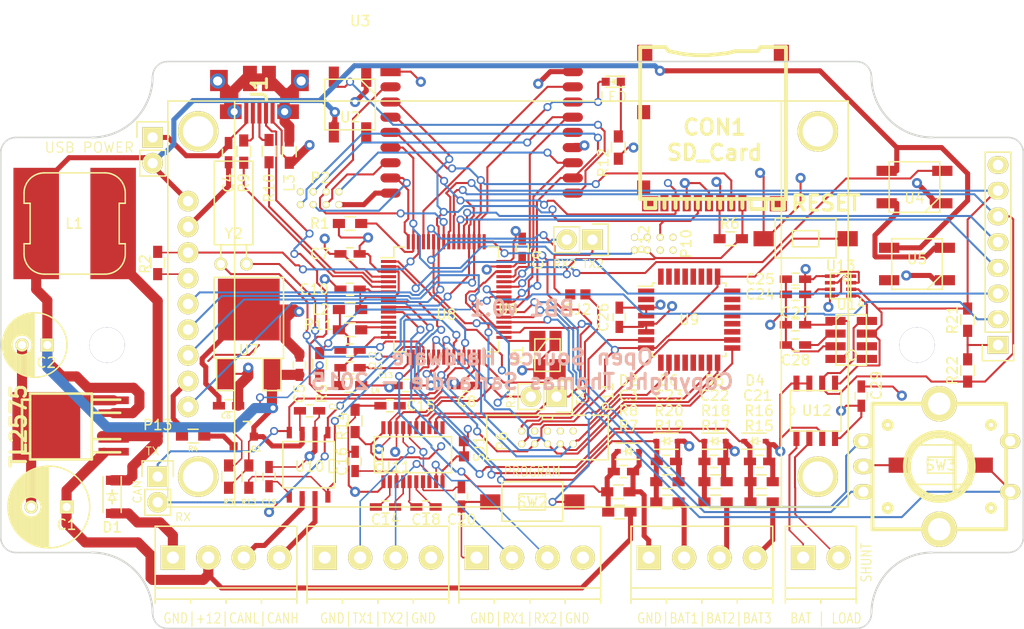
<source format=kicad_pcb>
(kicad_pcb (version 4) (host pcbnew 4.0.0-rc2-stable)
  (layers (0 F.Cu signal) (1 Ground.Plane power) (2 Power mixed) (31 B.Cu signal) (34 B.Paste user hide) (35 F.Paste user hide) (36 B.SilkS user hide) (37 F.SilkS user) (38 B.Mask user hide) (39 F.Mask user) (44 Edge.Cuts user))
  (net 0 "")
  (net 1 +12V)
  (net 2 GND)
  (net 3 +5V)
  (net 4 /Teensy/DAC/A14)
  (net 5 "Net-(C4-Pad1)")
  (net 6 +3V3)
  (net 7 "Net-(C11-Pad1)")
  (net 8 "Net-(C11-Pad2)")
  (net 9 "Net-(C12-Pad1)")
  (net 10 "Net-(C14-Pad1)")
  (net 11 "Net-(C14-Pad2)")
  (net 12 "Net-(C16-Pad1)")
  (net 13 "Net-(C18-Pad1)")
  (net 14 "Net-(C18-Pad2)")
  (net 15 "Net-(C20-Pad1)")
  (net 16 /Teensy/A10)
  (net 17 /Teensy/A11)
  (net 18 /Teensy/A12)
  (net 19 /Teensy/A13)
  (net 20 "Net-(D1-Pad1)")
  (net 21 "/Teensy/13(LED)")
  (net 22 "Net-(D3-Pad1)")
  (net 23 /Teensy/19/A5)
  (net 24 /Teensy/18/A4)
  (net 25 /Teensy/JTAG_TDI)
  (net 26 "Net-(J1-Pad3)")
  (net 27 "Net-(J1-Pad2)")
  (net 28 "Net-(J1-Pad0)")
  (net 29 /Teensy/0)
  (net 30 /Teensy/2)
  (net 31 /GPIO2)
  (net 32 /Teensy/23/A9)
  (net 33 /Teensy/5)
  (net 34 /Teensy/1)
  (net 35 /Teensy/25)
  (net 36 /Teensy/26)
  (net 37 /Teensy/27)
  (net 38 /Teensy/28)
  (net 39 /Teensy/29)
  (net 40 /Teensy/30)
  (net 41 /Teensy/SWD_DIO)
  (net 42 /Teensy/SWD_CLK)
  (net 43 /Teensy/SWO/TDO)
  (net 44 "Net-(P6-Pad7)")
  (net 45 /Teensy/DEBUG)
  (net 46 /Teensy/RESET)
  (net 47 "Net-(P8-Pad2)")
  (net 48 "Net-(P9-Pad2)")
  (net 49 /NMEA/NMEA1_TX)
  (net 50 /NMEA/NMEA2_TX)
  (net 51 /NMEA/NMEA1_RX)
  (net 52 /NMEA/NMEA2_RX)
  (net 53 "Net-(Q1-Pad1)")
  (net 54 "Net-(Q1-Pad2)")
  (net 55 /Teensy/21/A7)
  (net 56 /Teensy/20/A6)
  (net 57 "Net-(R4-Pad2)")
  (net 58 /Teensy/32)
  (net 59 /Teensy/15/A1)
  (net 60 /Teensy/USB_D_N)
  (net 61 /Teensy/USB_D_P)
  (net 62 "Net-(R11-Pad1)")
  (net 63 /Teensy/33)
  (net 64 /Teensy/31)
  (net 65 "Net-(SW2-Pad1)")
  (net 66 "Net-(U2-Pad4)")
  (net 67 "Net-(U2-Pad2)")
  (net 68 /Teensy/14/A0)
  (net 69 /Teensy/11)
  (net 70 /Teensy/12)
  (net 71 "Net-(U3-Pad14)")
  (net 72 "Net-(U3-Pad16)")
  (net 73 /Teensy/6)
  (net 74 /Teensy/22/A8)
  (net 75 "Net-(U4-Pad2)")
  (net 76 "Net-(U5-Pad2)")
  (net 77 /Teensy/16/A2)
  (net 78 "Net-(U8-Pad19)")
  (net 79 "Net-(U8-Pad20)")
  (net 80 /Teensy/24)
  (net 81 /Teensy/3)
  (net 82 /Teensy/4)
  (net 83 "Net-(U8-Pad32)")
  (net 84 "Net-(U8-Pad33)")
  (net 85 /Teensy/17/A3)
  (net 86 /Teensy/9)
  (net 87 /Teensy/10)
  (net 88 /Teensy/7)
  (net 89 /Teensy/8)
  (net 90 "Net-(U9-Pad1)")
  (net 91 "Net-(U9-Pad2)")
  (net 92 "Net-(U9-Pad9)")
  (net 93 "Net-(U9-Pad11)")
  (net 94 "Net-(U9-Pad12)")
  (net 95 "Net-(U9-Pad13)")
  (net 96 "Net-(U9-Pad14)")
  (net 97 "Net-(U9-Pad19)")
  (net 98 "Net-(U9-Pad20)")
  (net 99 "Net-(U9-Pad21)")
  (net 100 "Net-(U9-Pad22)")
  (net 101 "Net-(U9-Pad23)")
  (net 102 "Net-(U9-Pad24)")
  (net 103 "Net-(U9-Pad26)")
  (net 104 "Net-(U9-Pad27)")
  (net 105 "Net-(U9-Pad28)")
  (net 106 "Net-(U9-Pad29)")
  (net 107 "Net-(U9-Pad30)")
  (net 108 "Net-(U9-Pad31)")
  (net 109 "Net-(U9-Pad32)")
  (net 110 "Net-(U11-Pad11)")
  (net 111 "Net-(U11-Pad14)")
  (net 112 "Net-(P9-Pad1)")
  (net 113 "Net-(P8-Pad4)")
  (net 114 "Net-(P8-Pad3)")
  (net 115 "Net-(P1-Pad4)")
  (net 116 "Net-(P1-Pad3)")
  (net 117 "Net-(CON1-Pad8)")
  (net 118 "Net-(C28-Pad1)")
  (net 119 "Net-(U14-Pad5)")
  (net 120 "Net-(U14-Pad6)")
  (net 121 "Net-(SJ1-Pad1)")
  (net 122 "Net-(SJ2-Pad2)")
  (module Pin_Headers:Pin_Header_Straight_1x02 (layer F.Cu) (at 94.94 91.6 270)
    (fp_text reference P12 (at 0 -5.1 270) (layer F.SilkS))
    (fp_text value CONN_01X02)
    (pad 1 thru_hole rect (at 0 0 270) (size 2.032 2.032) (drill 1.016) (layers *.Cu *.Mask F.SilkS) (net 89 /Teensy/8))
    (pad 2 thru_hole oval (at 0 2.54 270) (size 2.032 2.032) (drill 1.016) (layers *.Cu *.Mask F.SilkS) (net 88 /Teensy/7))
  )
  (module bb:ILI9341 (layer F.Cu) (at 86.6 97.95)
    (fp_text reference U6 (at 0 0.5) (layer F.SilkS))
    (fp_text value ILI9341_LCD_Breakout)
    (pad 5 thru_hole circle (at -31.6 0) (size 2.032 2.032) (drill 1.016) (layers *.Cu *.Mask F.SilkS) (net 77 /Teensy/16/A2))
    (pad 6 thru_hole circle (at -31.6 2.54) (size 2.032 2.032) (drill 1.016) (layers *.Cu *.Mask F.SilkS) (net 69 /Teensy/11))
    (pad 7 thru_hole circle (at -31.6 5.08) (size 2.032 2.032) (drill 1.016) (layers *.Cu *.Mask F.SilkS) (net 68 /Teensy/14/A0))
    (pad 8 thru_hole circle (at -31.6 7.62) (size 2.032 2.032) (drill 1.016) (layers *.Cu *.Mask F.SilkS) (net 57 "Net-(R4-Pad2)"))
    (pad 9 thru_hole circle (at -31.6 10.16) (size 2.032 2.032) (drill 1.016) (layers *.Cu *.Mask F.SilkS) (net 70 /Teensy/12))
    (pad 4 thru_hole circle (at -31.6 -2.54) (size 2.032 2.032) (drill 1.016) (layers *.Cu *.Mask F.SilkS) (net 6 +3V3))
    (pad 3 thru_hole circle (at -31.6 -5.08) (size 2.032 2.032) (drill 1.016) (layers *.Cu *.Mask F.SilkS) (net 56 /Teensy/20/A6))
    (pad 2 thru_hole circle (at -31.6 -7.62) (size 2.032 2.032) (drill 1.016) (layers *.Cu *.Mask F.SilkS) (net 2 GND))
    (pad 1 thru_hole circle (at -31.6 -10.16) (size 2.032 2.032) (drill 1.016) (layers *.Cu *.Mask F.SilkS) (net 3 +5V))
    (pad "" np_thru_hole circle (at 30.6 -17.05) (size 4 4) (drill 3) (layers *.Cu *.Mask F.SilkS))
    (pad "" np_thru_hole circle (at 30.6 17.05) (size 4 4) (drill 3) (layers *.Cu *.Mask F.SilkS))
    (pad "" np_thru_hole circle (at -30.6 17.05) (size 4 4) (drill 3) (layers *.Cu *.Mask F.SilkS))
    (pad "" np_thru_hole circle (at -30.6 -17.05) (size 4 4) (drill 3) (layers *.Cu *.Mask F.SilkS))
  )
  (module SMD_Packages:SOIC-8-N (layer F.Cu) (at 66.905 113.825 180)
    (fp_text reference U10 (at -0.095 -0.175 180) (layer F.SilkS))
    (fp_text value MCP2562)
    (pad 8 smd rect (at -1.905 -3.175 180) (size 0.508 1.143) (layers F.Cu F.Paste F.Mask) (net 63 /Teensy/33))
    (pad 7 smd rect (at -0.635 -3.175 180) (size 0.508 1.143) (layers F.Cu F.Paste F.Mask) (net 115 "Net-(P1-Pad4)"))
    (pad 6 smd rect (at 0.635 -3.175 180) (size 0.508 1.143) (layers F.Cu F.Paste F.Mask) (net 116 "Net-(P1-Pad3)"))
    (pad 5 smd rect (at 1.905 -3.175 180) (size 0.508 1.143) (layers F.Cu F.Paste F.Mask) (net 6 +3V3))
    (pad 4 smd rect (at 1.905 3.175 180) (size 0.508 1.143) (layers F.Cu F.Paste F.Mask) (net 82 /Teensy/4))
    (pad 3 smd rect (at 0.635 3.175 180) (size 0.508 1.143) (layers F.Cu F.Paste F.Mask) (net 3 +5V))
    (pad 2 smd rect (at -0.635 3.175 180) (size 0.508 1.143) (layers F.Cu F.Paste F.Mask) (net 2 GND))
    (pad 1 smd rect (at -1.905 3.175 180) (size 0.508 1.143) (layers F.Cu F.Paste F.Mask) (net 81 /Teensy/3))
  )
  (module Mounting_Holes:MountingHole_3-5mm (layer F.Cu) (at 127 102)
    (fp_text reference MH (at 0 0) (layer F.SilkS))
    (fp_text value MH)
    (pad 1 thru_hole circle (at 0 0) (size 3.5 3.5) (drill 3.5) (layers))
  )
  (module Capacitors_SMD:C_0603_HandSoldering (layer F.Cu) (at 98 114.5)
    (fp_text reference C3 (at 0.5 -7.5) (layer F.SilkS))
    (fp_text value .1uF)
    (pad 1 smd rect (at -0.95 0) (size 1.2 0.75) (layers F.Cu F.Paste F.Mask) (net 4 /Teensy/DAC/A14))
    (pad 2 smd rect (at 0.95 0) (size 1.2 0.75) (layers F.Cu F.Paste F.Mask) (net 2 GND))
  )
  (module Capacitors_SMD:C_0603_HandSoldering (layer F.Cu) (at 59 83 270)
    (fp_text reference C4 (at 3 0 270) (layer F.SilkS))
    (fp_text value 2.2uF)
    (pad 1 smd rect (at -0.95 0 270) (size 1.2 0.75) (layers F.Cu F.Paste F.Mask) (net 5 "Net-(C4-Pad1)"))
    (pad 2 smd rect (at 0.95 0 270) (size 1.2 0.75) (layers F.Cu F.Paste F.Mask) (net 2 GND))
  )
  (module Capacitors_SMD:C_0603_HandSoldering (layer F.Cu) (at 66 104 90)
    (fp_text reference C5 (at -2.8 0 90) (layer F.SilkS))
    (fp_text value 2.2uF)
    (pad 1 smd rect (at -0.95 0 90) (size 1.2 0.75) (layers F.Cu F.Paste F.Mask) (net 3 +5V))
    (pad 2 smd rect (at 0.95 0 90) (size 1.2 0.75) (layers F.Cu F.Paste F.Mask) (net 2 GND))
  )
  (module Capacitors_SMD:C_0603_HandSoldering (layer F.Cu) (at 59 108 180)
    (fp_text reference C6 (at 0.25 -1 180) (layer F.SilkS) (effects (font (size 0.5 0.5) (thickness 0.1))))
    (fp_text value 2.2uF)
    (pad 1 smd rect (at -0.95 0 180) (size 1.2 0.75) (layers F.Cu F.Paste F.Mask) (net 6 +3V3))
    (pad 2 smd rect (at 0.95 0 180) (size 1.2 0.75) (layers F.Cu F.Paste F.Mask) (net 2 GND))
  )
  (module Capacitors_SMD:C_0603_HandSoldering (layer F.Cu) (at 71 93 180)
    (fp_text reference C7 (at 3 0 180) (layer F.SilkS))
    (fp_text value .1uF)
    (pad 1 smd rect (at -0.95 0 180) (size 1.2 0.75) (layers F.Cu F.Paste F.Mask) (net 6 +3V3))
    (pad 2 smd rect (at 0.95 0 180) (size 1.2 0.75) (layers F.Cu F.Paste F.Mask) (net 2 GND))
  )
  (module Capacitors_SMD:C_0603_HandSoldering (layer F.Cu) (at 82.5 106)
    (fp_text reference C8 (at 0 1.6) (layer F.SilkS))
    (fp_text value .1uF)
    (pad 1 smd rect (at -0.95 0) (size 1.2 0.75) (layers F.Cu F.Paste F.Mask) (net 6 +3V3))
    (pad 2 smd rect (at 0.95 0) (size 1.2 0.75) (layers F.Cu F.Paste F.Mask) (net 2 GND))
  )
  (module Capacitors_SMD:C_0603_HandSoldering (layer F.Cu) (at 88 92.45 270)
    (fp_text reference C9 (at 1.15 -1.6 270) (layer F.SilkS))
    (fp_text value .1uF)
    (pad 1 smd rect (at -0.95 0 270) (size 1.2 0.75) (layers F.Cu F.Paste F.Mask) (net 6 +3V3))
    (pad 2 smd rect (at 0.95 0 270) (size 1.2 0.75) (layers F.Cu F.Paste F.Mask) (net 2 GND))
  )
  (module Capacitors_SMD:C_0603_HandSoldering (layer F.Cu) (at 71 96.5 180)
    (fp_text reference C10 (at 3.55 0 180) (layer F.SilkS))
    (fp_text value 2.2uF)
    (pad 1 smd rect (at -0.95 0 180) (size 1.2 0.75) (layers F.Cu F.Paste F.Mask) (net 6 +3V3))
    (pad 2 smd rect (at 0.95 0 180) (size 1.2 0.75) (layers F.Cu F.Paste F.Mask) (net 2 GND))
  )
  (module Capacitors_SMD:C_0603_HandSoldering (layer F.Cu) (at 71 102.5)
    (fp_text reference C11 (at 2.5 0.5) (layer F.SilkS) (effects (font (size 0.5 0.5) (thickness 0.1))))
    (fp_text value .1uF)
    (pad 1 smd rect (at -0.95 0) (size 1.2 0.75) (layers F.Cu F.Paste F.Mask) (net 7 "Net-(C11-Pad1)"))
    (pad 2 smd rect (at 0.95 0) (size 1.2 0.75) (layers F.Cu F.Paste F.Mask) (net 8 "Net-(C11-Pad2)"))
  )
  (module Capacitors_SMD:C_0603_HandSoldering (layer F.Cu) (at 71 104.25 180)
    (fp_text reference C12 (at -2.5 0.2 180) (layer F.SilkS) (effects (font (size 0.5 0.5) (thickness 0.1))))
    (fp_text value .1uF)
    (pad 1 smd rect (at -0.95 0 180) (size 1.2 0.75) (layers F.Cu F.Paste F.Mask) (net 9 "Net-(C12-Pad1)"))
    (pad 2 smd rect (at 0.95 0 180) (size 1.2 0.75) (layers F.Cu F.Paste F.Mask) (net 8 "Net-(C11-Pad2)"))
  )
  (module Capacitors_SMD:C_0603_HandSoldering (layer F.Cu) (at 76.55 106 180)
    (fp_text reference C13 (at 2.05 1 180) (layer F.SilkS) (effects (font (size 0.5 0.5) (thickness 0.1))))
    (fp_text value .1uF)
    (pad 1 smd rect (at -0.95 0 180) (size 1.2 0.75) (layers F.Cu F.Paste F.Mask) (net 6 +3V3))
    (pad 2 smd rect (at 0.95 0 180) (size 1.2 0.75) (layers F.Cu F.Paste F.Mask) (net 2 GND))
  )
  (module Capacitors_SMD:C_0603_HandSoldering (layer F.Cu) (at 74.5 118)
    (fp_text reference C14 (at 0 1.25) (layer F.SilkS))
    (fp_text value .1uF)
    (pad 1 smd rect (at -0.95 0) (size 1.2 0.75) (layers F.Cu F.Paste F.Mask) (net 10 "Net-(C14-Pad1)"))
    (pad 2 smd rect (at 0.95 0) (size 1.2 0.75) (layers F.Cu F.Paste F.Mask) (net 11 "Net-(C14-Pad2)"))
  )
  (module Capacitors_SMD:C_0603_HandSoldering (layer F.Cu) (at 74.95 108 180)
    (fp_text reference C15 (at -3.05 0 180) (layer F.SilkS))
    (fp_text value .1uF)
    (pad 1 smd rect (at -0.95 0 180) (size 1.2 0.75) (layers F.Cu F.Paste F.Mask) (net 6 +3V3))
    (pad 2 smd rect (at 0.95 0 180) (size 1.2 0.75) (layers F.Cu F.Paste F.Mask) (net 2 GND))
  )
  (module Capacitors_SMD:C_0603_HandSoldering (layer F.Cu) (at 71.5 113.5 90)
    (fp_text reference C16 (at 0 -1.3 90) (layer F.SilkS))
    (fp_text value .1uF)
    (pad 1 smd rect (at -0.95 0 90) (size 1.2 0.75) (layers F.Cu F.Paste F.Mask) (net 12 "Net-(C16-Pad1)"))
    (pad 2 smd rect (at 0.95 0 90) (size 1.2 0.75) (layers F.Cu F.Paste F.Mask) (net 2 GND))
  )
  (module Capacitors_SMD:C_0603_HandSoldering (layer F.Cu) (at 67 108.5)
    (fp_text reference C17 (at 2.6 -0.4) (layer F.SilkS) (effects (font (size 0.5 0.5) (thickness 0.1))))
    (fp_text value .1uF)
    (pad 1 smd rect (at -0.95 0) (size 1.2 0.75) (layers F.Cu F.Paste F.Mask) (net 3 +5V))
    (pad 2 smd rect (at 0.95 0) (size 1.2 0.75) (layers F.Cu F.Paste F.Mask) (net 2 GND))
  )
  (module Capacitors_SMD:C_0603_HandSoldering (layer F.Cu) (at 78.5 118)
    (fp_text reference C18 (at 0 1.25) (layer F.SilkS))
    (fp_text value .1uF)
    (pad 1 smd rect (at -0.95 0) (size 1.2 0.75) (layers F.Cu F.Paste F.Mask) (net 13 "Net-(C18-Pad1)"))
    (pad 2 smd rect (at 0.95 0) (size 1.2 0.75) (layers F.Cu F.Paste F.Mask) (net 14 "Net-(C18-Pad2)"))
  )
  (module Capacitors_SMD:C_0603_HandSoldering (layer F.Cu) (at 63 115 90)
    (fp_text reference C19 (at -2.5 0 180) (layer F.SilkS) (effects (font (size 0.5 0.5) (thickness 0.1))))
    (fp_text value .1uF)
    (pad 1 smd rect (at -0.95 0 90) (size 1.2 0.75) (layers F.Cu F.Paste F.Mask) (net 6 +3V3))
    (pad 2 smd rect (at 0.95 0 90) (size 1.2 0.75) (layers F.Cu F.Paste F.Mask) (net 2 GND))
  )
  (module Capacitors_SMD:C_0603_HandSoldering (layer F.Cu) (at 82 117 270)
    (fp_text reference C20 (at 2.25 0 360) (layer F.SilkS))
    (fp_text value .1uF)
    (pad 1 smd rect (at -0.95 0 270) (size 1.2 0.75) (layers F.Cu F.Paste F.Mask) (net 15 "Net-(C20-Pad1)"))
    (pad 2 smd rect (at 0.95 0 270) (size 1.2 0.75) (layers F.Cu F.Paste F.Mask) (net 2 GND))
  )
  (module Capacitors_SMD:C_0603_HandSoldering (layer F.Cu) (at 111.45 113.5)
    (fp_text reference C21 (at -0.2 -6.5) (layer F.SilkS))
    (fp_text value .1uF)
    (pad 1 smd rect (at -0.95 0) (size 1.2 0.75) (layers F.Cu F.Paste F.Mask) (net 18 /Teensy/A12))
    (pad 2 smd rect (at 0.95 0) (size 1.2 0.75) (layers F.Cu F.Paste F.Mask) (net 2 GND))
  )
  (module Capacitors_SMD:C_0603_HandSoldering (layer F.Cu) (at 106.95 113.5)
    (fp_text reference C22 (at 0.05 -6.5) (layer F.SilkS))
    (fp_text value .1uF)
    (pad 1 smd rect (at -0.95 0) (size 1.2 0.75) (layers F.Cu F.Paste F.Mask) (net 17 /Teensy/A11))
    (pad 2 smd rect (at 0.95 0) (size 1.2 0.75) (layers F.Cu F.Paste F.Mask) (net 2 GND))
  )
  (module Capacitors_SMD:C_0603_HandSoldering (layer F.Cu) (at 102.25 113.5)
    (fp_text reference C23 (at 0.25 -6.5) (layer F.SilkS))
    (fp_text value .1uF)
    (pad 1 smd rect (at -0.95 0) (size 1.2 0.75) (layers F.Cu F.Paste F.Mask) (net 16 /Teensy/A10))
    (pad 2 smd rect (at 0.95 0) (size 1.2 0.75) (layers F.Cu F.Paste F.Mask) (net 2 GND))
  )
  (module Diodes_SMD:SOD-323 (layer F.Cu) (at 98.5 112.5)
    (fp_text reference D2 (at 0 -7) (layer F.SilkS))
    (fp_text value 5.1V)
    (pad 1 smd rect (at -1.055 0) (size 0.59 0.45) (layers F.Cu F.Paste F.Mask) (net 4 /Teensy/DAC/A14))
    (pad 2 smd rect (at 1.055 0) (size 0.59 0.45) (layers F.Cu F.Paste F.Mask) (net 2 GND))
  )
  (module LEDs:LED-0603 (layer F.Cu) (at 97 76 180)
    (fp_text reference D3 hide)
    (fp_text value LED)
    (pad 2 smd rect (at 0.7493 0) (size 0.79756 0.79756) (layers F.Cu F.Paste F.Mask) (net 21 "/Teensy/13(LED)"))
    (pad 1 smd rect (at -0.7493 0) (size 0.79756 0.79756) (layers F.Cu F.Paste F.Mask) (net 22 "Net-(D3-Pad1)"))
  )
  (module Diodes_SMD:SOD-323 (layer F.Cu) (at 111 111.5)
    (fp_text reference D4 (at 0 -6) (layer F.SilkS))
    (fp_text value 5.1V)
    (pad 1 smd rect (at -1.055 0) (size 0.59 0.45) (layers F.Cu F.Paste F.Mask) (net 18 /Teensy/A12))
    (pad 2 smd rect (at 1.055 0) (size 0.59 0.45) (layers F.Cu F.Paste F.Mask) (net 2 GND))
  )
  (module Diodes_SMD:SOD-323 (layer F.Cu) (at 107.055 111.5)
    (fp_text reference D5 (at -0.055 -6) (layer F.SilkS))
    (fp_text value 5.1V)
    (pad 1 smd rect (at -1.055 0) (size 0.59 0.45) (layers F.Cu F.Paste F.Mask) (net 17 /Teensy/A11))
    (pad 2 smd rect (at 1.055 0) (size 0.59 0.45) (layers F.Cu F.Paste F.Mask) (net 2 GND))
  )
  (module Diodes_SMD:SOD-323 (layer F.Cu) (at 102.305 111.5)
    (fp_text reference D6 (at 0.195 -6) (layer F.SilkS))
    (fp_text value 5.1V)
    (pad 1 smd rect (at -1.055 0) (size 0.59 0.45) (layers F.Cu F.Paste F.Mask) (net 16 /Teensy/A10))
    (pad 2 smd rect (at 1.055 0) (size 0.59 0.45) (layers F.Cu F.Paste F.Mask) (net 2 GND))
  )
  (module gsg-modules:USB-MICROB-FCI-10103592-LONGPADS (layer F.Cu) (at 62.05 74.225 270)
    (fp_text reference J1 (at 2.49936 0 270) (layer F.SilkS) (effects (font (thickness 0.3048))))
    (fp_text value USB-MICRO-B-SHIELDED hide)
    (pad 5 smd rect (at 4.775 -1.3 270) (size 2.25 0.4) (layers F.Cu F.Paste F.Mask) (net 2 GND) (clearance 0.2032))
    (pad 4 smd rect (at 4.775 -0.65 270) (size 2.25 0.4) (layers F.Cu F.Paste F.Mask) (net 25 /Teensy/JTAG_TDI) (clearance 0.2032))
    (pad 3 smd rect (at 4.775 0 270) (size 2.25 0.4) (layers F.Cu F.Paste F.Mask) (net 26 "Net-(J1-Pad3)") (clearance 0.2032))
    (pad 2 smd rect (at 4.775 0.65 270) (size 2.25 0.4) (layers F.Cu F.Paste F.Mask) (net 27 "Net-(J1-Pad2)") (clearance 0.2032))
    (pad 1 smd rect (at 4.775 1.3 270) (size 2.25 0.4) (layers F.Cu F.Paste F.Mask) (net 5 "Net-(C4-Pad1)") (clearance 0.2032))
    (pad 0 smd rect (at 1.45 -0.9375 270) (size 2.5 1.375) (layers F.Cu F.Paste F.Mask) (net 28 "Net-(J1-Pad0)"))
    (pad 0 smd rect (at 1.45 0.9375 270) (size 2.5 1.375) (layers F.Cu F.Paste F.Mask) (net 28 "Net-(J1-Pad0)"))
    (pad 0 smd rect (at 4.73 -2.83 270) (size 1.46 2.14) (layers F.Cu F.Paste F.Mask) (net 28 "Net-(J1-Pad0)"))
    (pad 0 smd rect (at 4.73 2.83 270) (size 1.46 2.14) (layers F.Cu F.Paste F.Mask) (net 28 "Net-(J1-Pad0)"))
    (pad 0 smd rect (at 3.075 -2.9875 270) (size 1.35 1.825) (layers F.Cu F.Mask) (net 28 "Net-(J1-Pad0)"))
    (pad 0 smd rect (at 3.075 2.9875 270) (size 1.35 1.825) (layers F.Cu F.Mask) (net 28 "Net-(J1-Pad0)"))
    (pad 0 smd rect (at 1.65 -4 270) (size 2.1 1.75) (layers F.Cu F.Paste F.Mask) (net 28 "Net-(J1-Pad0)"))
    (pad 0 smd rect (at 1.65 4 270) (size 2.1 1.75) (layers F.Cu F.Paste F.Mask) (net 28 "Net-(J1-Pad0)"))
    (pad 0 thru_hole circle (at 1.7 -4.125 270) (size 1.5 1.5) (drill 0.9) (layers *.Cu *.Mask) (net 28 "Net-(J1-Pad0)"))
    (pad 0 thru_hole circle (at 1.7 4.125 270) (size 1.5 1.5) (drill 0.9) (layers *.Cu *.Mask) (net 28 "Net-(J1-Pad0)"))
    (pad 0 thru_hole circle (at 4.73 -2.49 270) (size 1.4 1.4) (drill 0.7) (layers *.Cu *.Mask) (net 28 "Net-(J1-Pad0)"))
    (pad 0 thru_hole circle (at 4.73 2.49 270) (size 1.4 1.4) (drill 0.7) (layers *.Cu *.Mask) (net 28 "Net-(J1-Pad0)"))
  )
  (module Resistors_SMD:R_0603_HandSoldering (layer F.Cu) (at 71 98.5)
    (fp_text reference L2 (at -2.9 0) (layer F.SilkS))
    (fp_text value "600 Ohm / 100 Mhz")
    (pad 1 smd rect (at -1.1 0) (size 1.2 0.9) (layers F.Cu F.Paste F.Mask) (net 7 "Net-(C11-Pad1)"))
    (pad 2 smd rect (at 1.1 0) (size 1.2 0.9) (layers F.Cu F.Paste F.Mask) (net 6 +3V3))
  )
  (module bb:HEADER_2x5_0.05 (layer F.Cu) (at 90.5 111.135 180)
    (fp_text reference P6 (at 4.5 -0.365 270) (layer F.SilkS))
    (fp_text value CORTEX_DEBUG)
    (pad 1 thru_hole circle (at -2.54 0.635 180) (size 0.7 0.7) (drill 0.4) (layers *.Cu *.Mask F.SilkS) (net 6 +3V3))
    (pad 2 thru_hole circle (at -2.54 -0.635 180) (size 0.7 0.7) (drill 0.5) (layers *.Cu *.Mask F.SilkS) (net 41 /Teensy/SWD_DIO))
    (pad 3 thru_hole circle (at -1.27 0.635 180) (size 0.7 0.7) (drill 0.4) (layers *.Cu *.Mask F.SilkS) (net 2 GND))
    (pad 4 thru_hole circle (at -1.27 -0.635 180) (size 0.7 0.7) (drill 0.4) (layers *.Cu *.Mask F.SilkS) (net 42 /Teensy/SWD_CLK))
    (pad 5 thru_hole circle (at 0 0.635 180) (size 0.7 0.7) (drill 0.4) (layers *.Cu *.Mask F.SilkS) (net 2 GND))
    (pad 6 thru_hole circle (at 0 -0.635 180) (size 0.7 0.7) (drill 0.4) (layers *.Cu *.Mask F.SilkS) (net 43 /Teensy/SWO/TDO))
    (pad 7 thru_hole circle (at 1.27 0.635 180) (size 0.7 0.7) (drill 0.4) (layers *.Cu *.Mask F.SilkS) (net 44 "Net-(P6-Pad7)"))
    (pad 8 thru_hole circle (at 1.27 -0.635 180) (size 0.7 0.7) (drill 0.4) (layers *.Cu *.Mask F.SilkS) (net 25 /Teensy/JTAG_TDI))
    (pad 9 thru_hole circle (at 2.54 0.635 180) (size 0.7 0.7) (drill 0.4) (layers *.Cu *.Mask F.SilkS) (net 45 /Teensy/DEBUG))
    (pad 10 thru_hole circle (at 2.54 -0.635 180) (size 0.7 0.7) (drill 0.4) (layers *.Cu *.Mask F.SilkS) (net 46 /Teensy/RESET))
  )
  (module TO_SOT_Packages_SMD:SOT-23 (layer F.Cu) (at 60.5 111.05 270)
    (fp_text reference Q1 (at 1.2 -1.25 360) (layer F.SilkS) (effects (font (size 0.5 0.5) (thickness 0.1))))
    (fp_text value MMBT3904)
    (pad 1 smd rect (at -0.95 1.00076 270) (size 0.8001 0.8001) (layers F.Cu F.Paste F.Mask) (net 53 "Net-(Q1-Pad1)"))
    (pad 2 smd rect (at 0.95 1.00076 270) (size 0.8001 0.8001) (layers F.Cu F.Paste F.Mask) (net 54 "Net-(Q1-Pad2)"))
    (pad 3 smd rect (at 0 -0.99822 270) (size 0.8001 0.8001) (layers F.Cu F.Paste F.Mask) (net 3 +5V))
  )
  (module Resistors_SMD:R_0603_HandSoldering (layer F.Cu) (at 71 90)
    (fp_text reference R1 (at -3 0) (layer F.SilkS))
    (fp_text value 10k)
    (pad 1 smd rect (at -1.1 0) (size 1.2 0.9) (layers F.Cu F.Paste F.Mask) (net 6 +3V3))
    (pad 2 smd rect (at 1.1 0) (size 1.2 0.9) (layers F.Cu F.Paste F.Mask) (net 55 /Teensy/21/A7))
  )
  (module Resistors_SMD:R_0603_HandSoldering (layer F.Cu) (at 52 93.9 90)
    (fp_text reference R2 (at -0.1 -1.25 90) (layer F.SilkS))
    (fp_text value 10k)
    (pad 1 smd rect (at -1.1 0 90) (size 1.2 0.9) (layers F.Cu F.Paste F.Mask) (net 6 +3V3))
    (pad 2 smd rect (at 1.1 0 90) (size 1.2 0.9) (layers F.Cu F.Paste F.Mask) (net 56 /Teensy/20/A6))
  )
  (module Resistors_SMD:R_0603_HandSoldering (layer F.Cu) (at 59 115 90)
    (fp_text reference R3 (at -2.5 0 180) (layer F.SilkS) (effects (font (size 0.5 0.5) (thickness 0.1))))
    (fp_text value 10k)
    (pad 1 smd rect (at -1.1 0 90) (size 1.2 0.9) (layers F.Cu F.Paste F.Mask) (net 3 +5V))
    (pad 2 smd rect (at 1.1 0 90) (size 1.2 0.9) (layers F.Cu F.Paste F.Mask) (net 53 "Net-(Q1-Pad1)"))
  )
  (module Resistors_SMD:R_0603_HandSoldering (layer F.Cu) (at 55.5 111 180)
    (fp_text reference R4 (at 0 -1.25 180) (layer F.SilkS) (effects (font (size 0.5 0.5) (thickness 0.1))))
    (fp_text value 100)
    (pad 1 smd rect (at -1.1 0 180) (size 1.2 0.9) (layers F.Cu F.Paste F.Mask) (net 54 "Net-(Q1-Pad2)"))
    (pad 2 smd rect (at 1.1 0 180) (size 1.2 0.9) (layers F.Cu F.Paste F.Mask) (net 57 "Net-(R4-Pad2)"))
  )
  (module Resistors_SMD:R_0603_HandSoldering (layer F.Cu) (at 68 103.9 90)
    (fp_text reference R5 (at -2.9 0.2 90) (layer F.SilkS))
    (fp_text value 1k)
    (pad 1 smd rect (at -1.1 0 90) (size 1.2 0.9) (layers F.Cu F.Paste F.Mask) (net 53 "Net-(Q1-Pad1)"))
    (pad 2 smd rect (at 1.1 0 90) (size 1.2 0.9) (layers F.Cu F.Paste F.Mask) (net 58 /Teensy/32))
  )
  (module Resistors_SMD:R_0603_HandSoldering (layer F.Cu) (at 108.6 91.5)
    (fp_text reference R6 (at -0.1 -1.5) (layer F.SilkS))
    (fp_text value 10k)
    (pad 1 smd rect (at -1.1 0) (size 1.2 0.9) (layers F.Cu F.Paste F.Mask) (net 6 +3V3))
    (pad 2 smd rect (at 1.1 0) (size 1.2 0.9) (layers F.Cu F.Paste F.Mask) (net 59 /Teensy/15/A1))
  )
  (module Resistors_SMD:R_0603_HandSoldering (layer F.Cu) (at 97.6 118.5 180)
    (fp_text reference R7 (at -0.9 8.5 180) (layer F.SilkS))
    (fp_text value "56k .1%")
    (pad 1 smd rect (at -1.1 0 180) (size 1.2 0.9) (layers F.Cu F.Paste F.Mask) (net 1 +12V))
    (pad 2 smd rect (at 1.1 0 180) (size 1.2 0.9) (layers F.Cu F.Paste F.Mask) (net 4 /Teensy/DAC/A14))
  )
  (module Resistors_SMD:R_0603_HandSoldering (layer F.Cu) (at 97.5 116.5)
    (fp_text reference R8 (at 1 -8) (layer F.SilkS))
    (fp_text value "10k .1%")
    (pad 1 smd rect (at -1.1 0) (size 1.2 0.9) (layers F.Cu F.Paste F.Mask) (net 4 /Teensy/DAC/A14))
    (pad 2 smd rect (at 1.1 0) (size 1.2 0.9) (layers F.Cu F.Paste F.Mask) (net 2 GND))
  )
  (module Resistors_SMD:R_0603_HandSoldering (layer F.Cu) (at 60.5 82.9 270)
    (fp_text reference R9 (at 3.1 0 270) (layer F.SilkS))
    (fp_text value 33)
    (pad 1 smd rect (at -1.1 0 270) (size 1.2 0.9) (layers F.Cu F.Paste F.Mask) (net 27 "Net-(J1-Pad2)"))
    (pad 2 smd rect (at 1.1 0 270) (size 1.2 0.9) (layers F.Cu F.Paste F.Mask) (net 60 /Teensy/USB_D_N))
  )
  (module Resistors_SMD:R_0603_HandSoldering (layer F.Cu) (at 63 82.85 270)
    (fp_text reference R10 (at 3.65 0 270) (layer F.SilkS))
    (fp_text value 33)
    (pad 1 smd rect (at -1.1 0 270) (size 1.2 0.9) (layers F.Cu F.Paste F.Mask) (net 26 "Net-(J1-Pad3)"))
    (pad 2 smd rect (at 1.1 0 270) (size 1.2 0.9) (layers F.Cu F.Paste F.Mask) (net 61 /Teensy/USB_D_P))
  )
  (module Resistors_SMD:R_0603_HandSoldering (layer F.Cu) (at 71 100.5 180)
    (fp_text reference R11 (at 3.1 0.5 180) (layer F.SilkS))
    (fp_text value 470)
    (pad 1 smd rect (at -1.1 0 180) (size 1.2 0.9) (layers F.Cu F.Paste F.Mask) (net 62 "Net-(R11-Pad1)"))
    (pad 2 smd rect (at 1.1 0 180) (size 1.2 0.9) (layers F.Cu F.Paste F.Mask) (net 7 "Net-(C11-Pad1)"))
  )
  (module Resistors_SMD:R_0603_HandSoldering (layer F.Cu) (at 97.5 82.5 270)
    (fp_text reference R12 (at 1.5 1.5 270) (layer F.SilkS))
    (fp_text value 470)
    (pad 1 smd rect (at -1.1 0 270) (size 1.2 0.9) (layers F.Cu F.Paste F.Mask) (net 22 "Net-(D3-Pad1)"))
    (pad 2 smd rect (at 1.1 0 270) (size 1.2 0.9) (layers F.Cu F.Paste F.Mask) (net 2 GND))
  )
  (module Resistors_SMD:R_0603_HandSoldering (layer F.Cu) (at 61 115 90)
    (fp_text reference R13 (at -2.5 0 180) (layer F.SilkS) (effects (font (size 0.5 0.5) (thickness 0.1))))
    (fp_text value 10k)
    (pad 1 smd rect (at -1.1 0 90) (size 1.2 0.9) (layers F.Cu F.Paste F.Mask) (net 63 /Teensy/33))
    (pad 2 smd rect (at 1.1 0 90) (size 1.2 0.9) (layers F.Cu F.Paste F.Mask) (net 3 +5V))
  )
  (module Resistors_SMD:R_0603_HandSoldering (layer F.Cu) (at 71.5 109.5 270)
    (fp_text reference R14 (at 0.5 1.3 270) (layer F.SilkS))
    (fp_text value 10k)
    (pad 1 smd rect (at -1.1 0 270) (size 1.2 0.9) (layers F.Cu F.Paste F.Mask) (net 2 GND))
    (pad 2 smd rect (at 1.1 0 270) (size 1.2 0.9) (layers F.Cu F.Paste F.Mask) (net 64 /Teensy/31))
  )
  (module Resistors_SMD:R_0603_HandSoldering (layer F.Cu) (at 111.65 117.5)
    (fp_text reference R15 (at -0.25 -7.5) (layer F.SilkS))
    (fp_text value "56k .1%")
    (pad 1 smd rect (at -1.1 0) (size 1.2 0.9) (layers F.Cu F.Paste F.Mask) (net 18 /Teensy/A12))
    (pad 2 smd rect (at 1.1 0) (size 1.2 0.9) (layers F.Cu F.Paste F.Mask) (net 113 "Net-(P8-Pad4)"))
  )
  (module Resistors_SMD:R_0603_HandSoldering (layer F.Cu) (at 111.65 115.5)
    (fp_text reference R16 (at -0.25 -7) (layer F.SilkS))
    (fp_text value "10k .1%")
    (pad 1 smd rect (at -1.1 0) (size 1.2 0.9) (layers F.Cu F.Paste F.Mask) (net 18 /Teensy/A12))
    (pad 2 smd rect (at 1.1 0) (size 1.2 0.9) (layers F.Cu F.Paste F.Mask) (net 2 GND))
  )
  (module Resistors_SMD:R_0603_HandSoldering (layer F.Cu) (at 107.1 117.5)
    (fp_text reference R17 (at 0 -7.5) (layer F.SilkS))
    (fp_text value "56k .1%")
    (pad 1 smd rect (at -1.1 0) (size 1.2 0.9) (layers F.Cu F.Paste F.Mask) (net 17 /Teensy/A11))
    (pad 2 smd rect (at 1.1 0) (size 1.2 0.9) (layers F.Cu F.Paste F.Mask) (net 114 "Net-(P8-Pad3)"))
  )
  (module Resistors_SMD:R_0603_HandSoldering (layer F.Cu) (at 107.1 115.5)
    (fp_text reference R18 (at 0 -7) (layer F.SilkS))
    (fp_text value "10k .1%")
    (pad 1 smd rect (at -1.1 0) (size 1.2 0.9) (layers F.Cu F.Paste F.Mask) (net 17 /Teensy/A11))
    (pad 2 smd rect (at 1.1 0) (size 1.2 0.9) (layers F.Cu F.Paste F.Mask) (net 2 GND))
  )
  (module Resistors_SMD:R_0603_HandSoldering (layer F.Cu) (at 102.35 117.5)
    (fp_text reference R19 (at 0.15 -7.5) (layer F.SilkS))
    (fp_text value "56k .1%")
    (pad 1 smd rect (at -1.1 0) (size 1.2 0.9) (layers F.Cu F.Paste F.Mask) (net 16 /Teensy/A10))
    (pad 2 smd rect (at 1.1 0) (size 1.2 0.9) (layers F.Cu F.Paste F.Mask) (net 47 "Net-(P8-Pad2)"))
  )
  (module Resistors_SMD:R_0603_HandSoldering (layer F.Cu) (at 102.35 115.5)
    (fp_text reference R20 (at 0.15 -7) (layer F.SilkS))
    (fp_text value "10k .1%")
    (pad 1 smd rect (at -1.1 0) (size 1.2 0.9) (layers F.Cu F.Paste F.Mask) (net 16 /Teensy/A10))
    (pad 2 smd rect (at 1.1 0) (size 1.2 0.9) (layers F.Cu F.Paste F.Mask) (net 2 GND))
  )
  (module w_smd_trans:ppak (layer F.Cu) (at 43.4 110 90)
    (fp_text reference U1 hide)
    (fp_text value TL2575 (at 0 -5.15 90) (layer F.SilkS) (effects (font (thickness 0.3048))))
    (pad 1 smd rect (at -2.54 4.25 90) (size 0.76 3) (layers F.Cu F.Paste F.Mask) (net 1 +12V))
    (pad 5 smd rect (at 2.54 4.25 90) (size 0.76 3) (layers F.Cu F.Paste F.Mask) (net 2 GND))
    (pad 6 smd rect (at 0 -2.4 90) (size 6.7 6.7) (layers F.Cu F.Paste F.Mask) (net 2 GND))
    (pad 2 smd rect (at -1.27 4.25 90) (size 0.76 3) (layers F.Cu F.Paste F.Mask) (net 20 "Net-(D1-Pad1)"))
    (pad 4 smd rect (at 1.27 4.25 90) (size 0.76 3) (layers F.Cu F.Paste F.Mask) (net 3 +5V))
  )
  (module bb:WS2818RGB (layer F.Cu) (at 71 78.25 90)
    (fp_text reference U2 (at -1.25 0 180) (layer F.SilkS))
    (fp_text value WIFI_RGB)
    (pad 4 smd rect (at 1.75 -1.6 90) (size 2 1) (drill (offset 1 0)) (layers F.Cu F.Paste F.Mask) (net 66 "Net-(U2-Pad4)"))
    (pad 3 smd rect (at 1.75 1.6 90) (size 2 1) (drill (offset 1 0)) (layers F.Cu F.Paste F.Mask) (net 2 GND))
    (pad 2 smd rect (at -1.75 1.6 90) (size 2 1) (drill (offset -1 0)) (layers F.Cu F.Paste F.Mask) (net 67 "Net-(U2-Pad2)"))
    (pad 1 smd rect (at -1.75 -1.6 90) (size 2 1) (drill (offset -1 0)) (layers F.Cu F.Paste F.Mask) (net 3 +5V))
  )
  (module ESP8266:ESP-13-WROOM-02 (layer F.Cu) (at 75 75)
    (fp_text reference U3 (at -3 -5) (layer F.SilkS))
    (fp_text value ESP-13-WROOM-02)
    (pad 10 smd oval (at 18 12) (size 2 0.9) (layers F.Cu F.Paste F.Mask) (net 66 "Net-(U2-Pad4)"))
    (pad 9 smd oval (at 0 12) (size 2 0.9) (layers F.Cu F.Paste F.Mask) (net 2 GND))
    (pad 1 smd rect (at 0 0) (size 2 0.9) (layers F.Cu F.Paste F.Mask) (net 6 +3V3))
    (pad 2 smd oval (at 0 1.5) (size 2 0.9) (layers F.Cu F.Paste F.Mask) (net 30 /Teensy/2))
    (pad 3 smd oval (at 0 3) (size 2 0.9) (layers F.Cu F.Paste F.Mask) (net 68 /Teensy/14/A0))
    (pad 4 smd oval (at 0 4.5) (size 2 0.9) (layers F.Cu F.Paste F.Mask) (net 69 /Teensy/11))
    (pad 5 smd oval (at 0 6) (size 2 0.9) (layers F.Cu F.Paste F.Mask) (net 70 /Teensy/12))
    (pad 6 smd oval (at 0 7.5) (size 2 0.9) (layers F.Cu F.Paste F.Mask) (net 55 /Teensy/21/A7))
    (pad 7 smd oval (at 0 9) (size 2 0.9) (layers F.Cu F.Paste F.Mask) (net 31 /GPIO2))
    (pad 8 smd oval (at 0 10.5) (size 2 0.9) (layers F.Cu F.Paste F.Mask) (net 33 /Teensy/5))
    (pad 11 smd oval (at 18 10.5) (size 2 0.9) (layers F.Cu F.Paste F.Mask) (net 34 /Teensy/1))
    (pad 12 smd oval (at 18 9) (size 2 0.9) (layers F.Cu F.Paste F.Mask) (net 29 /Teensy/0))
    (pad 13 smd oval (at 18 7.5) (size 2 0.9) (layers F.Cu F.Paste F.Mask) (net 2 GND))
    (pad 14 smd oval (at 18 6) (size 2 0.9) (layers F.Cu F.Paste F.Mask) (net 71 "Net-(U3-Pad14)"))
    (pad 15 smd oval (at 18 4.5) (size 2 0.9) (layers F.Cu F.Paste F.Mask) (net 32 /Teensy/23/A9))
    (pad 16 smd oval (at 18 3) (size 2 0.9) (layers F.Cu F.Paste F.Mask) (net 72 "Net-(U3-Pad16)"))
    (pad 17 smd oval (at 18 1.5) (size 2 0.9) (layers F.Cu F.Paste F.Mask) (net 73 /Teensy/6))
    (pad 18 smd oval (at 18 0) (size 2 0.9) (layers F.Cu F.Paste F.Mask) (net 2 GND))
  )
  (module bb:WS2818RGB (layer F.Cu) (at 126.75 86.4)
    (fp_text reference U4 (at 0 1.1) (layer F.SilkS))
    (fp_text value N2K_RGB)
    (pad 4 smd rect (at 1.75 -1.6) (size 2 1) (drill (offset 1 0)) (layers F.Cu F.Paste F.Mask) (net 74 /Teensy/22/A8))
    (pad 3 smd rect (at 1.75 1.6) (size 2 1) (drill (offset 1 0)) (layers F.Cu F.Paste F.Mask) (net 2 GND))
    (pad 2 smd rect (at -1.75 1.6) (size 2 1) (drill (offset -1 0)) (layers F.Cu F.Paste F.Mask) (net 75 "Net-(U4-Pad2)"))
    (pad 1 smd rect (at -1.75 -1.6) (size 2 1) (drill (offset -1 0)) (layers F.Cu F.Paste F.Mask) (net 3 +5V))
  )
  (module bb:WS2818RGB (layer F.Cu) (at 127 94)
    (fp_text reference U5 (at 0 -0.5) (layer F.SilkS))
    (fp_text value NMEA_RGB)
    (pad 4 smd rect (at 1.75 -1.6) (size 2 1) (drill (offset 1 0)) (layers F.Cu F.Paste F.Mask) (net 75 "Net-(U4-Pad2)"))
    (pad 3 smd rect (at 1.75 1.6) (size 2 1) (drill (offset 1 0)) (layers F.Cu F.Paste F.Mask) (net 2 GND))
    (pad 2 smd rect (at -1.75 1.6) (size 2 1) (drill (offset -1 0)) (layers F.Cu F.Paste F.Mask) (net 76 "Net-(U5-Pad2)"))
    (pad 1 smd rect (at -1.75 -1.6) (size 2 1) (drill (offset -1 0)) (layers F.Cu F.Paste F.Mask) (net 3 +5V))
  )
  (module TO_SOT_Packages_SMD:TO-252-2Lead (layer F.Cu) (at 61 104.85)
    (fp_text reference U7 (at 0 -2.35) (layer F.SilkS))
    (fp_text value LP38691)
    (pad 1 smd rect (at -2.286 0) (size 1.651 3.048) (layers F.Cu F.Paste F.Mask) (net 6 +3V3))
    (pad 2 smd rect (at 0 -6.35) (size 6.096 6.096) (layers F.Cu F.Paste F.Mask) (net 2 GND))
    (pad 3 smd rect (at 2.286 0) (size 1.651 3.048) (layers F.Cu F.Paste F.Mask) (net 3 +5V))
  )
  (module Housings_QFP:TQFP-64_10x10mm_Pitch0.5mm (layer F.Cu) (at 80.5 97.5)
    (fp_text reference U8 (at 0 1.5) (layer F.SilkS))
    (fp_text value MK20DX256VLH7)
    (pad 1 smd rect (at -5.7 -3.75) (size 1.5 0.3) (layers F.Cu F.Paste F.Mask) (net 64 /Teensy/31))
    (pad 2 smd rect (at -5.7 -3.25) (size 1.5 0.3) (layers F.Cu F.Paste F.Mask) (net 36 /Teensy/26))
    (pad 3 smd rect (at -5.7 -2.75) (size 1.5 0.3) (layers F.Cu F.Paste F.Mask) (net 6 +3V3))
    (pad 4 smd rect (at -5.7 -2.25) (size 1.5 0.3) (layers F.Cu F.Paste F.Mask) (net 2 GND))
    (pad 5 smd rect (at -5.7 -1.75) (size 1.5 0.3) (layers F.Cu F.Paste F.Mask) (net 61 /Teensy/USB_D_P))
    (pad 6 smd rect (at -5.7 -1.25) (size 1.5 0.3) (layers F.Cu F.Paste F.Mask) (net 60 /Teensy/USB_D_N))
    (pad 7 smd rect (at -5.7 -0.75) (size 1.5 0.3) (layers F.Cu F.Paste F.Mask) (net 6 +3V3))
    (pad 8 smd rect (at -5.7 -0.25) (size 1.5 0.3) (layers F.Cu F.Paste F.Mask) (net 6 +3V3))
    (pad 9 smd rect (at -5.7 0.25) (size 1.5 0.3) (layers F.Cu F.Paste F.Mask) (net 16 /Teensy/A10))
    (pad 10 smd rect (at -5.7 0.75) (size 1.5 0.3) (layers F.Cu F.Paste F.Mask) (net 17 /Teensy/A11))
    (pad 11 smd rect (at -5.7 1.25) (size 1.5 0.3) (layers F.Cu F.Paste F.Mask) (net 18 /Teensy/A12))
    (pad 12 smd rect (at -5.7 1.75) (size 1.5 0.3) (layers F.Cu F.Paste F.Mask) (net 19 /Teensy/A13))
    (pad 13 smd rect (at -5.7 2.25) (size 1.5 0.3) (layers F.Cu F.Paste F.Mask) (net 7 "Net-(C11-Pad1)"))
    (pad 14 smd rect (at -5.7 2.75) (size 1.5 0.3) (layers F.Cu F.Paste F.Mask) (net 62 "Net-(R11-Pad1)"))
    (pad 15 smd rect (at -5.7 3.25) (size 1.5 0.3) (layers F.Cu F.Paste F.Mask) (net 8 "Net-(C11-Pad2)"))
    (pad 16 smd rect (at -5.7 3.75) (size 1.5 0.3) (layers F.Cu F.Paste F.Mask) (net 8 "Net-(C11-Pad2)"))
    (pad 17 smd rect (at -3.75 5.7 90) (size 1.5 0.3) (layers F.Cu F.Paste F.Mask) (net 9 "Net-(C12-Pad1)"))
    (pad 18 smd rect (at -3.25 5.7 90) (size 1.5 0.3) (layers F.Cu F.Paste F.Mask) (net 4 /Teensy/DAC/A14))
    (pad 19 smd rect (at -2.75 5.7 90) (size 1.5 0.3) (layers F.Cu F.Paste F.Mask) (net 78 "Net-(U8-Pad19)"))
    (pad 20 smd rect (at -2.25 5.7 90) (size 1.5 0.3) (layers F.Cu F.Paste F.Mask) (net 79 "Net-(U8-Pad20)"))
    (pad 21 smd rect (at -1.75 5.7 90) (size 1.5 0.3) (layers F.Cu F.Paste F.Mask) (net 6 +3V3))
    (pad 22 smd rect (at -1.25 5.7 90) (size 1.5 0.3) (layers F.Cu F.Paste F.Mask) (net 42 /Teensy/SWD_CLK))
    (pad 23 smd rect (at -0.75 5.7 90) (size 1.5 0.3) (layers F.Cu F.Paste F.Mask) (net 25 /Teensy/JTAG_TDI))
    (pad 24 smd rect (at -0.25 5.7 90) (size 1.5 0.3) (layers F.Cu F.Paste F.Mask) (net 43 /Teensy/SWO/TDO))
    (pad 25 smd rect (at 0.25 5.7 90) (size 1.5 0.3) (layers F.Cu F.Paste F.Mask) (net 41 /Teensy/SWD_DIO))
    (pad 26 smd rect (at 0.75 5.7 90) (size 1.5 0.3) (layers F.Cu F.Paste F.Mask) (net 63 /Teensy/33))
    (pad 27 smd rect (at 1.25 5.7 90) (size 1.5 0.3) (layers F.Cu F.Paste F.Mask) (net 80 /Teensy/24))
    (pad 28 smd rect (at 1.75 5.7 90) (size 1.5 0.3) (layers F.Cu F.Paste F.Mask) (net 81 /Teensy/3))
    (pad 29 smd rect (at 2.25 5.7 90) (size 1.5 0.3) (layers F.Cu F.Paste F.Mask) (net 82 /Teensy/4))
    (pad 30 smd rect (at 2.75 5.7 90) (size 1.5 0.3) (layers F.Cu F.Paste F.Mask) (net 6 +3V3))
    (pad 31 smd rect (at 3.25 5.7 90) (size 1.5 0.3) (layers F.Cu F.Paste F.Mask) (net 2 GND))
    (pad 32 smd rect (at 3.75 5.7 90) (size 1.5 0.3) (layers F.Cu F.Paste F.Mask) (net 83 "Net-(U8-Pad32)"))
    (pad 33 smd rect (at 5.7 3.75) (size 1.5 0.3) (layers F.Cu F.Paste F.Mask) (net 84 "Net-(U8-Pad33)"))
    (pad 34 smd rect (at 5.7 3.25) (size 1.5 0.3) (layers F.Cu F.Paste F.Mask) (net 46 /Teensy/RESET))
    (pad 35 smd rect (at 5.7 2.75) (size 1.5 0.3) (layers F.Cu F.Paste F.Mask) (net 77 /Teensy/16/A2))
    (pad 36 smd rect (at 5.7 2.25) (size 1.5 0.3) (layers F.Cu F.Paste F.Mask) (net 85 /Teensy/17/A3))
    (pad 37 smd rect (at 5.7 1.75) (size 1.5 0.3) (layers F.Cu F.Paste F.Mask) (net 23 /Teensy/19/A5))
    (pad 38 smd rect (at 5.7 1.25) (size 1.5 0.3) (layers F.Cu F.Paste F.Mask) (net 24 /Teensy/18/A4))
    (pad 39 smd rect (at 5.7 0.75) (size 1.5 0.3) (layers F.Cu F.Paste F.Mask) (net 29 /Teensy/0))
    (pad 40 smd rect (at 5.7 0.25) (size 1.5 0.3) (layers F.Cu F.Paste F.Mask) (net 34 /Teensy/1))
    (pad 41 smd rect (at 5.7 -0.25) (size 1.5 0.3) (layers F.Cu F.Paste F.Mask) (net 58 /Teensy/32))
    (pad 42 smd rect (at 5.7 -0.75) (size 1.5 0.3) (layers F.Cu F.Paste F.Mask) (net 35 /Teensy/25))
    (pad 43 smd rect (at 5.7 -1.25) (size 1.5 0.3) (layers F.Cu F.Paste F.Mask) (net 59 /Teensy/15/A1))
    (pad 44 smd rect (at 5.7 -1.75) (size 1.5 0.3) (layers F.Cu F.Paste F.Mask) (net 74 /Teensy/22/A8))
    (pad 45 smd rect (at 5.7 -2.25) (size 1.5 0.3) (layers F.Cu F.Paste F.Mask) (net 32 /Teensy/23/A9))
    (pad 46 smd rect (at 5.7 -2.75) (size 1.5 0.3) (layers F.Cu F.Paste F.Mask) (net 86 /Teensy/9))
    (pad 47 smd rect (at 5.7 -3.25) (size 1.5 0.3) (layers F.Cu F.Paste F.Mask) (net 2 GND))
    (pad 48 smd rect (at 5.7 -3.75) (size 1.5 0.3) (layers F.Cu F.Paste F.Mask) (net 6 +3V3))
    (pad 49 smd rect (at 3.75 -5.7 90) (size 1.5 0.3) (layers F.Cu F.Paste F.Mask) (net 87 /Teensy/10))
    (pad 50 smd rect (at 3.25 -5.7 90) (size 1.5 0.3) (layers F.Cu F.Paste F.Mask) (net 21 "/Teensy/13(LED)"))
    (pad 51 smd rect (at 2.75 -5.7 90) (size 1.5 0.3) (layers F.Cu F.Paste F.Mask) (net 69 /Teensy/11))
    (pad 52 smd rect (at 2.25 -5.7 90) (size 1.5 0.3) (layers F.Cu F.Paste F.Mask) (net 70 /Teensy/12))
    (pad 53 smd rect (at 1.75 -5.7 90) (size 1.5 0.3) (layers F.Cu F.Paste F.Mask) (net 38 /Teensy/28))
    (pad 54 smd rect (at 1.25 -5.7 90) (size 1.5 0.3) (layers F.Cu F.Paste F.Mask) (net 37 /Teensy/27))
    (pad 55 smd rect (at 0.75 -5.7 90) (size 1.5 0.3) (layers F.Cu F.Paste F.Mask) (net 39 /Teensy/29))
    (pad 56 smd rect (at 0.25 -5.7 90) (size 1.5 0.3) (layers F.Cu F.Paste F.Mask) (net 40 /Teensy/30))
    (pad 57 smd rect (at -0.25 -5.7 90) (size 1.5 0.3) (layers F.Cu F.Paste F.Mask) (net 30 /Teensy/2))
    (pad 58 smd rect (at -0.75 -5.7 90) (size 1.5 0.3) (layers F.Cu F.Paste F.Mask) (net 68 /Teensy/14/A0))
    (pad 59 smd rect (at -1.25 -5.7 90) (size 1.5 0.3) (layers F.Cu F.Paste F.Mask) (net 88 /Teensy/7))
    (pad 60 smd rect (at -1.75 -5.7 90) (size 1.5 0.3) (layers F.Cu F.Paste F.Mask) (net 89 /Teensy/8))
    (pad 61 smd rect (at -2.25 -5.7 90) (size 1.5 0.3) (layers F.Cu F.Paste F.Mask) (net 73 /Teensy/6))
    (pad 62 smd rect (at -2.75 -5.7 90) (size 1.5 0.3) (layers F.Cu F.Paste F.Mask) (net 56 /Teensy/20/A6))
    (pad 63 smd rect (at -3.25 -5.7 90) (size 1.5 0.3) (layers F.Cu F.Paste F.Mask) (net 55 /Teensy/21/A7))
    (pad 64 smd rect (at -3.75 -5.7 90) (size 1.5 0.3) (layers F.Cu F.Paste F.Mask) (net 33 /Teensy/5))
  )
  (module Housings_QFP:TQFP-32_7x7mm_Pitch0.8mm (layer F.Cu) (at 104.5 99.5)
    (fp_text reference U9 (at 0 0) (layer F.SilkS))
    (fp_text value MKL02Z32VFG4)
    (pad 1 smd rect (at -4.25 -2.8) (size 1.6 0.55) (layers F.Cu F.Paste F.Mask) (net 90 "Net-(U9-Pad1)"))
    (pad 2 smd rect (at -4.25 -2) (size 1.6 0.55) (layers F.Cu F.Paste F.Mask) (net 91 "Net-(U9-Pad2)"))
    (pad 3 smd rect (at -4.25 -1.2) (size 1.6 0.55) (layers F.Cu F.Paste F.Mask) (net 6 +3V3))
    (pad 4 smd rect (at -4.25 -0.4) (size 1.6 0.55) (layers F.Cu F.Paste F.Mask) (net 6 +3V3))
    (pad 5 smd rect (at -4.25 0.4) (size 1.6 0.55) (layers F.Cu F.Paste F.Mask) (net 2 GND))
    (pad 6 smd rect (at -4.25 1.2) (size 1.6 0.55) (layers F.Cu F.Paste F.Mask) (net 2 GND))
    (pad 7 smd rect (at -4.25 2) (size 1.6 0.55) (layers F.Cu F.Paste F.Mask) (net 45 /Teensy/DEBUG))
    (pad 8 smd rect (at -4.25 2.8) (size 1.6 0.55) (layers F.Cu F.Paste F.Mask) (net 46 /Teensy/RESET))
    (pad 9 smd rect (at -2.8 4.25 90) (size 1.6 0.55) (layers F.Cu F.Paste F.Mask) (net 92 "Net-(U9-Pad9)"))
    (pad 10 smd rect (at -2 4.25 90) (size 1.6 0.55) (layers F.Cu F.Paste F.Mask) (net 25 /Teensy/JTAG_TDI))
    (pad 11 smd rect (at -1.2 4.25 90) (size 1.6 0.55) (layers F.Cu F.Paste F.Mask) (net 93 "Net-(U9-Pad11)"))
    (pad 12 smd rect (at -0.4 4.25 90) (size 1.6 0.55) (layers F.Cu F.Paste F.Mask) (net 94 "Net-(U9-Pad12)"))
    (pad 13 smd rect (at 0.4 4.25 90) (size 1.6 0.55) (layers F.Cu F.Paste F.Mask) (net 95 "Net-(U9-Pad13)"))
    (pad 14 smd rect (at 1.2 4.25 90) (size 1.6 0.55) (layers F.Cu F.Paste F.Mask) (net 96 "Net-(U9-Pad14)"))
    (pad 15 smd rect (at 2 4.25 90) (size 1.6 0.55) (layers F.Cu F.Paste F.Mask) (net 41 /Teensy/SWD_DIO))
    (pad 16 smd rect (at 2.8 4.25 90) (size 1.6 0.55) (layers F.Cu F.Paste F.Mask) (net 42 /Teensy/SWD_CLK))
    (pad 17 smd rect (at 4.25 2.8) (size 1.6 0.55) (layers F.Cu F.Paste F.Mask) (net 43 /Teensy/SWO/TDO))
    (pad 18 smd rect (at 4.25 2) (size 1.6 0.55) (layers F.Cu F.Paste F.Mask) (net 65 "Net-(SW2-Pad1)"))
    (pad 19 smd rect (at 4.25 1.2) (size 1.6 0.55) (layers F.Cu F.Paste F.Mask) (net 97 "Net-(U9-Pad19)"))
    (pad 20 smd rect (at 4.25 0.4) (size 1.6 0.55) (layers F.Cu F.Paste F.Mask) (net 98 "Net-(U9-Pad20)"))
    (pad 21 smd rect (at 4.25 -0.4) (size 1.6 0.55) (layers F.Cu F.Paste F.Mask) (net 99 "Net-(U9-Pad21)"))
    (pad 22 smd rect (at 4.25 -1.2) (size 1.6 0.55) (layers F.Cu F.Paste F.Mask) (net 100 "Net-(U9-Pad22)"))
    (pad 23 smd rect (at 4.25 -2) (size 1.6 0.55) (layers F.Cu F.Paste F.Mask) (net 101 "Net-(U9-Pad23)"))
    (pad 24 smd rect (at 4.25 -2.8) (size 1.6 0.55) (layers F.Cu F.Paste F.Mask) (net 102 "Net-(U9-Pad24)"))
    (pad 25 smd rect (at 2.8 -4.25 90) (size 1.6 0.55) (layers F.Cu F.Paste F.Mask) (net 46 /Teensy/RESET))
    (pad 26 smd rect (at 2 -4.25 90) (size 1.6 0.55) (layers F.Cu F.Paste F.Mask) (net 103 "Net-(U9-Pad26)"))
    (pad 27 smd rect (at 1.2 -4.25 90) (size 1.6 0.55) (layers F.Cu F.Paste F.Mask) (net 104 "Net-(U9-Pad27)"))
    (pad 28 smd rect (at 0.4 -4.25 90) (size 1.6 0.55) (layers F.Cu F.Paste F.Mask) (net 105 "Net-(U9-Pad28)"))
    (pad 29 smd rect (at -0.4 -4.25 90) (size 1.6 0.55) (layers F.Cu F.Paste F.Mask) (net 106 "Net-(U9-Pad29)"))
    (pad 30 smd rect (at -1.2 -4.25 90) (size 1.6 0.55) (layers F.Cu F.Paste F.Mask) (net 107 "Net-(U9-Pad30)"))
    (pad 31 smd rect (at -2 -4.25 90) (size 1.6 0.55) (layers F.Cu F.Paste F.Mask) (net 108 "Net-(U9-Pad31)"))
    (pad 32 smd rect (at -2.8 -4.25 90) (size 1.6 0.55) (layers F.Cu F.Paste F.Mask) (net 109 "Net-(U9-Pad32)"))
  )
  (module SMD_Packages:SSOP-20 (layer F.Cu) (at 77.214 112.833)
    (fp_text reference U11 (at -1.714 1.167) (layer F.SilkS))
    (fp_text value SN75C3222E)
    (pad 1 smd rect (at -2.921 2.667) (size 0.4064 1.27) (layers F.Cu F.Paste F.Mask) (net 2 GND))
    (pad 2 smd rect (at -2.286 2.667) (size 0.4064 1.27) (layers F.Cu F.Paste F.Mask) (net 10 "Net-(C14-Pad1)"))
    (pad 3 smd rect (at -1.6256 2.667) (size 0.4064 1.27) (layers F.Cu F.Paste F.Mask) (net 12 "Net-(C16-Pad1)"))
    (pad 4 smd rect (at -0.9652 2.667) (size 0.4064 1.27) (layers F.Cu F.Paste F.Mask) (net 11 "Net-(C14-Pad2)"))
    (pad 5 smd rect (at -0.3302 2.667) (size 0.4064 1.27) (layers F.Cu F.Paste F.Mask) (net 13 "Net-(C18-Pad1)"))
    (pad 6 smd rect (at 0.3302 2.667) (size 0.4064 1.27) (layers F.Cu F.Paste F.Mask) (net 14 "Net-(C18-Pad2)"))
    (pad 7 smd rect (at 0.9906 2.667) (size 0.4064 1.27) (layers F.Cu F.Paste F.Mask) (net 15 "Net-(C20-Pad1)"))
    (pad 8 smd rect (at 1.6256 2.667) (size 0.4064 1.27) (layers F.Cu F.Paste F.Mask) (net 50 /NMEA/NMEA2_TX))
    (pad 9 smd rect (at 2.286 2.667) (size 0.4064 1.27) (layers F.Cu F.Paste F.Mask) (net 52 /NMEA/NMEA2_RX))
    (pad 10 smd rect (at 2.921 2.667) (size 0.4064 1.27) (layers F.Cu F.Paste F.Mask) (net 121 "Net-(SJ1-Pad1)"))
    (pad 11 smd rect (at 2.921 -2.667) (size 0.4064 1.27) (layers F.Cu F.Paste F.Mask) (net 110 "Net-(U11-Pad11)"))
    (pad 12 smd rect (at 2.286 -2.667) (size 0.4064 1.27) (layers F.Cu F.Paste F.Mask) (net 122 "Net-(SJ2-Pad2)"))
    (pad 13 smd rect (at 1.6256 -2.667) (size 0.4064 1.27) (layers F.Cu F.Paste F.Mask) (net 87 /Teensy/10))
    (pad 14 smd rect (at 0.9906 -2.667) (size 0.4064 1.27) (layers F.Cu F.Paste F.Mask) (net 111 "Net-(U11-Pad14)"))
    (pad 15 smd rect (at 0.3302 -2.667) (size 0.4064 1.27) (layers F.Cu F.Paste F.Mask) (net 86 /Teensy/9))
    (pad 16 smd rect (at -0.3302 -2.667) (size 0.4064 1.27) (layers F.Cu F.Paste F.Mask) (net 51 /NMEA/NMEA1_RX))
    (pad 17 smd rect (at -0.9652 -2.667) (size 0.4064 1.27) (layers F.Cu F.Paste F.Mask) (net 49 /NMEA/NMEA1_TX))
    (pad 18 smd rect (at -1.6256 -2.667) (size 0.4064 1.27) (layers F.Cu F.Paste F.Mask) (net 2 GND))
    (pad 19 smd rect (at -2.286 -2.667) (size 0.4064 1.27) (layers F.Cu F.Paste F.Mask) (net 6 +3V3))
    (pad 20 smd rect (at -2.921 -2.667) (size 0.4064 1.27) (layers F.Cu F.Paste F.Mask) (net 64 /Teensy/31))
  )
  (module Crystals:Crystal_Watch (layer F.Cu) (at 59.5 94 180)
    (fp_text reference Y2 (at 0 3 360) (layer F.SilkS))
    (fp_text value 32kHz)
    (pad 1 thru_hole circle (at -1.27 0 180) (size 1.27 1.27) (drill 0.8128) (layers *.Cu *.Mask F.SilkS) (net 79 "Net-(U8-Pad20)"))
    (pad 2 thru_hole circle (at 1.27 0 180) (size 1.27 1.27) (drill 0.8128) (layers *.Cu *.Mask F.SilkS) (net 78 "Net-(U8-Pad19)"))
  )
  (module w_conn_misc:microsd_socket (layer F.Cu) (at 106.85546 80.5748 180)
    (fp_text reference CON1 (at -0.14454 0.0748 180) (layer F.SilkS) (effects (font (thickness 0.3048))))
    (fp_text value SD_Card (at -0.14454 -2.4252 180) (layer F.SilkS) (effects (font (thickness 0.3048))))
    (pad 8 smd rect (at 4.8006 -7.38378 180) (size 0.8001 1.67894) (layers F.Cu F.Paste F.Mask) (net 117 "Net-(CON1-Pad8)") (clearance 0.20066))
    (pad 7 smd rect (at 3.70078 -7.38378 180) (size 0.8001 1.67894) (layers F.Cu F.Paste F.Mask) (net 70 /Teensy/12) (clearance 0.20066))
    (pad 6 smd rect (at 2.60096 -7.38378 180) (size 0.8001 1.67894) (layers F.Cu F.Paste F.Mask) (net 2 GND) (clearance 0.20066))
    (pad 5 smd rect (at 1.50114 -7.38378 180) (size 0.8001 1.67894) (layers F.Cu F.Paste F.Mask) (net 68 /Teensy/14/A0) (clearance 0.20066))
    (pad 4 smd rect (at 0.39878 -7.38378 180) (size 0.8001 1.67894) (layers F.Cu F.Paste F.Mask) (net 2 GND) (clearance 0.20066))
    (pad 3 smd rect (at -0.70104 -7.38378 180) (size 0.8001 1.67894) (layers F.Cu F.Paste F.Mask) (net 6 +3V3) (clearance 0.20066))
    (pad 2 smd rect (at -1.80086 -7.38378 180) (size 0.8001 1.67894) (layers F.Cu F.Paste F.Mask) (net 69 /Teensy/11) (clearance 0.20066))
    (pad 1 smd rect (at -2.90068 -7.38378 180) (size 0.8001 1.67894) (layers F.Cu F.Paste F.Mask) (net 59 /Teensy/15/A1) (clearance 0.20066))
    (pad CD2 smd rect (at 6.85546 -5.82422 180) (size 1.29032 1.30048) (layers F.Cu F.Paste F.Mask) (clearance 0.20066))
    (pad "" smd rect (at 6.74878 7.37616 180) (size 1.50114 1.69926) (layers F.Cu F.Paste F.Mask))
    (pad "" smd rect (at -6.44906 -7.47522 180) (size 1.69926 1.50114) (layers F.Cu F.Paste F.Mask))
    (pad CD1 smd rect (at 6.85546 1.5748 180) (size 1.29032 1.39954) (layers F.Cu F.Paste F.Mask))
    (pad "" smd rect (at -6.74878 7.37616 180) (size 1.50114 1.69926) (layers F.Cu F.Paste F.Mask))
    (pad "" smd rect (at 6.2103 -7.47522 180) (size 1.6002 1.50114) (layers F.Cu F.Paste F.Mask) (clearance 0.20066))
  )
  (module Resistors_SMD:R_0603_HandSoldering (layer F.Cu) (at 65 82.9 90)
    (fp_text reference L3 (at -3.1 0 90) (layer F.SilkS))
    (fp_text value "600 Ohm / 100 Mhz")
    (pad 1 smd rect (at -1.1 0 90) (size 1.2 0.9) (layers F.Cu F.Paste F.Mask) (net 2 GND))
    (pad 2 smd rect (at 1.1 0 90) (size 1.2 0.9) (layers F.Cu F.Paste F.Mask) (net 28 "Net-(J1-Pad0)"))
  )
  (module Resistors_SMD:R_0603_HandSoldering (layer F.Cu) (at 71 106 180)
    (fp_text reference L4 (at -2.5 -0.5 180) (layer F.SilkS) (effects (font (size 0.5 0.5) (thickness 0.1))))
    (fp_text value "600 Ohm / 100 Mhz")
    (pad 1 smd rect (at -1.1 0 180) (size 1.2 0.9) (layers F.Cu F.Paste F.Mask) (net 2 GND))
    (pad 2 smd rect (at 1.1 0 180) (size 1.2 0.9) (layers F.Cu F.Paste F.Mask) (net 8 "Net-(C11-Pad2)"))
  )
  (module w_misc_comp:encoder_alps-ec12d (layer F.Cu) (at 129.20014 114 270)
    (fp_text reference E1 hide)
    (fp_text value Encoder_switch hide)
    (pad 1 thru_hole oval (at -2.49936 7.50062 270) (size 1.50114 1.99898) (drill 1.00076) (layers *.Cu *.Mask F.SilkS) (net 24 /Teensy/18/A4))
    (pad 2 thru_hole oval (at 0 7.50062 270) (size 1.50114 1.99898) (drill 1.00076) (layers *.Cu *.Mask F.SilkS) (net 2 GND))
    (pad 3 thru_hole oval (at 2.49936 7.50062 270) (size 1.50114 1.99898) (drill 1.00076) (layers *.Cu *.Mask F.SilkS) (net 23 /Teensy/19/A5))
    (pad "" thru_hole circle (at -6.20014 0 270) (size 3.50012 3.50012) (drill 2.19964) (layers *.Cu *.Mask F.SilkS))
    (pad "" thru_hole circle (at 6.20014 0 270) (size 3.50012 3.50012) (drill 2.19964) (layers *.Cu *.Mask F.SilkS))
    (pad 5 thru_hole oval (at -2.49936 -7.00024 270) (size 1.50114 1.99898) (drill 1.00076) (layers *.Cu *.Mask F.SilkS) (net 2 GND))
    (pad 4 thru_hole oval (at 2.49936 -7.00024 270) (size 1.50114 1.99898) (drill 1.00076) (layers *.Cu *.Mask F.SilkS) (net 85 /Teensy/17/A3))
  )
  (module Mounting_Holes:MountingHole_3-5mm (layer F.Cu) (at 47 102)
    (fp_text reference MH (at 0 0) (layer F.SilkS))
    (fp_text value MH)
    (pad 1 thru_hole circle (at 0 0) (size 3.5 3.5) (drill 3.5) (layers))
  )
  (module Pin_Headers:Pin_Header_Straight_1x08 (layer F.Cu) (at 135 102 180)
    (fp_text reference P3 hide)
    (fp_text value CONN_01X08)
    (pad 1 thru_hole rect (at 0 0 180) (size 2.032 1.7272) (drill 1.016) (layers *.Cu *.Mask F.SilkS) (net 6 +3V3))
    (pad 2 thru_hole oval (at 0 2.54 180) (size 2.032 1.7272) (drill 1.016) (layers *.Cu *.Mask F.SilkS) (net 35 /Teensy/25))
    (pad 3 thru_hole oval (at 0 5.08 180) (size 2.032 1.7272) (drill 1.016) (layers *.Cu *.Mask F.SilkS) (net 36 /Teensy/26))
    (pad 4 thru_hole oval (at 0 7.62 180) (size 2.032 1.7272) (drill 1.016) (layers *.Cu *.Mask F.SilkS) (net 37 /Teensy/27))
    (pad 5 thru_hole oval (at 0 10.16 180) (size 2.032 1.7272) (drill 1.016) (layers *.Cu *.Mask F.SilkS) (net 38 /Teensy/28))
    (pad 6 thru_hole oval (at 0 12.7 180) (size 2.032 1.7272) (drill 1.016) (layers *.Cu *.Mask F.SilkS) (net 39 /Teensy/29))
    (pad 7 thru_hole oval (at 0 15.24 180) (size 2.032 1.7272) (drill 1.016) (layers *.Cu *.Mask F.SilkS) (net 40 /Teensy/30))
    (pad 8 thru_hole oval (at 0 17.78 180) (size 2.032 1.7272) (drill 1.016) (layers *.Cu *.Mask F.SilkS) (net 2 GND))
  )
  (module Diodes_SMD:SOD-123 (layer F.Cu) (at 47.5 117 270)
    (fp_text reference D1 (at 3 0 360) (layer F.SilkS))
    (fp_text value 1N5819)
    (pad 1 smd rect (at -1.635 0 270) (size 0.91 1.22) (layers F.Cu F.Paste F.Mask) (net 20 "Net-(D1-Pad1)"))
    (pad 2 smd rect (at 1.635 0 270) (size 0.91 1.22) (layers F.Cu F.Paste F.Mask) (net 2 GND))
  )
  (module bb:SRN1060_HANDSOLDER (layer F.Cu) (at 43.8 90 180)
    (fp_text reference L1 (at 0.05 0 180) (layer F.SilkS))
    (fp_text value 330uH)
    (pad 1 smd rect (at -3.8 0 180) (size 4.5 11) (layers F.Cu F.Paste F.Mask) (net 20 "Net-(D1-Pad1)"))
    (pad 2 smd rect (at 3.8 0 180) (size 4.5 11) (layers F.Cu F.Paste F.Mask) (net 3 +5V))
  )
  (module Capacitors_ThroughHole:C_Radial_D8_L11.5_P3.5 (layer F.Cu) (at 43 118 180)
    (fp_text reference C1 (at 0 -1.75 180) (layer F.SilkS))
    (fp_text value 100uF)
    (pad 2 thru_hole circle (at 3.5 0 180) (size 1.3 1.3) (drill 0.8) (layers *.Cu *.Mask F.SilkS) (net 2 GND))
    (pad 1 thru_hole rect (at 0 0 180) (size 1.3 1.3) (drill 0.8) (layers *.Cu *.Mask F.SilkS) (net 1 +12V))
  )
  (module Capacitors_ThroughHole:C_Radial_D6.3_L11.2_P2.5 (layer F.Cu) (at 41.1 102 180)
    (fp_text reference C2 (at 0.1 -1.75 180) (layer F.SilkS))
    (fp_text value 330uF)
    (pad 2 thru_hole circle (at 2.5 0 180) (size 1.3 1.3) (drill 0.8) (layers *.Cu *.Mask F.SilkS) (net 2 GND))
    (pad 1 thru_hole rect (at 0 0 180) (size 1.3 1.3) (drill 0.8) (layers *.Cu *.Mask F.SilkS) (net 3 +5V))
  )
  (module Terminal_Blocks:TerminalBlock_Pheonix_PT-3.5mm_4pol (layer F.Cu) (at 53.5 123)
    (fp_text reference P1 hide)
    (fp_text value PWR+CAN)
    (pad 3 thru_hole circle (at 7 0) (size 2.4 2.4) (drill 1.2) (layers *.Cu *.Mask F.SilkS) (net 116 "Net-(P1-Pad3)"))
    (pad 4 thru_hole circle (at 10.5 0) (size 2.4 2.4) (drill 1.2) (layers *.Cu *.Mask F.SilkS) (net 115 "Net-(P1-Pad4)"))
    (pad 2 thru_hole circle (at 3.5 0) (size 2.4 2.4) (drill 1.2) (layers *.Cu *.Mask F.SilkS) (net 1 +12V))
    (pad 1 thru_hole rect (at 0 0) (size 2.4 2.4) (drill 1.2) (layers *.Cu *.Mask F.SilkS) (net 2 GND))
  )
  (module Pin_Headers:Pin_Header_Straight_1x02 (layer F.Cu) (at 51.5 81.5)
    (fp_text reference P4 hide)
    (fp_text value USB_POWER)
    (pad 1 thru_hole rect (at 0 0) (size 2.032 2.032) (drill 1.016) (layers *.Cu *.Mask F.SilkS) (net 5 "Net-(C4-Pad1)"))
    (pad 2 thru_hole oval (at 0 2.54) (size 2.032 2.032) (drill 1.016) (layers *.Cu *.Mask F.SilkS) (net 3 +5V))
  )
  (module Terminal_Blocks:TerminalBlock_Pheonix_PT-3.5mm_4pol (layer F.Cu) (at 83.5 123)
    (fp_text reference P5 hide)
    (fp_text value NMEA_RX)
    (pad 3 thru_hole circle (at 7 0) (size 2.4 2.4) (drill 1.2) (layers *.Cu *.Mask F.SilkS) (net 52 /NMEA/NMEA2_RX))
    (pad 4 thru_hole circle (at 10.5 0) (size 2.4 2.4) (drill 1.2) (layers *.Cu *.Mask F.SilkS) (net 2 GND))
    (pad 2 thru_hole circle (at 3.5 0) (size 2.4 2.4) (drill 1.2) (layers *.Cu *.Mask F.SilkS) (net 51 /NMEA/NMEA1_RX))
    (pad 1 thru_hole rect (at 0 0) (size 2.4 2.4) (drill 1.2) (layers *.Cu *.Mask F.SilkS) (net 2 GND))
  )
  (module Terminal_Blocks:TerminalBlock_Pheonix_PT-3.5mm_4pol (layer F.Cu) (at 68.5 123)
    (fp_text reference P7 hide)
    (fp_text value NMEA_TX)
    (pad 3 thru_hole circle (at 7 0) (size 2.4 2.4) (drill 1.2) (layers *.Cu *.Mask F.SilkS) (net 50 /NMEA/NMEA2_TX))
    (pad 4 thru_hole circle (at 10.5 0) (size 2.4 2.4) (drill 1.2) (layers *.Cu *.Mask F.SilkS) (net 2 GND))
    (pad 2 thru_hole circle (at 3.5 0) (size 2.4 2.4) (drill 1.2) (layers *.Cu *.Mask F.SilkS) (net 49 /NMEA/NMEA1_TX))
    (pad 1 thru_hole rect (at 0 0) (size 2.4 2.4) (drill 1.2) (layers *.Cu *.Mask F.SilkS) (net 2 GND))
  )
  (module Terminal_Blocks:TerminalBlock_Pheonix_PT-3.5mm_4pol (layer F.Cu) (at 100.5 123)
    (fp_text reference P8 hide)
    (fp_text value BATTERIES)
    (pad 3 thru_hole circle (at 7 0) (size 2.4 2.4) (drill 1.2) (layers *.Cu *.Mask F.SilkS) (net 114 "Net-(P8-Pad3)"))
    (pad 4 thru_hole circle (at 10.5 0) (size 2.4 2.4) (drill 1.2) (layers *.Cu *.Mask F.SilkS) (net 113 "Net-(P8-Pad4)"))
    (pad 2 thru_hole circle (at 3.5 0) (size 2.4 2.4) (drill 1.2) (layers *.Cu *.Mask F.SilkS) (net 47 "Net-(P8-Pad2)"))
    (pad 1 thru_hole rect (at 0 0) (size 2.4 2.4) (drill 1.2) (layers *.Cu *.Mask F.SilkS) (net 2 GND))
  )
  (module Terminal_Blocks:TerminalBlock_Pheonix_PT-3.5mm_2pol (layer F.Cu) (at 115.75 123)
    (fp_text reference P9 hide)
    (fp_text value SHUNT)
    (pad 2 thru_hole circle (at 3.5 0) (size 2.4 2.4) (drill 1.2) (layers *.Cu *.Mask F.SilkS) (net 48 "Net-(P9-Pad2)"))
    (pad 1 thru_hole rect (at 0 0) (size 2.4 2.4) (drill 1.2) (layers *.Cu *.Mask F.SilkS) (net 112 "Net-(P9-Pad1)"))
  )
  (module bb:HEADER_2x4_0.05 (layer F.Cu) (at 68 87.5 180)
    (fp_text reference P2 (at -0.06 2 180) (layer F.SilkS))
    (fp_text value WIFI_DBG)
    (pad 1 thru_hole circle (at -1.905 0.635 180) (size 0.7 0.7) (drill 0.4) (layers *.Cu *.Mask F.SilkS) (net 29 /Teensy/0))
    (pad 2 thru_hole circle (at -1.905 -0.635 180) (size 0.7 0.7) (drill 0.5) (layers *.Cu *.Mask F.SilkS) (net 2 GND))
    (pad 3 thru_hole circle (at -0.635 0.635 180) (size 0.7 0.7) (drill 0.4) (layers *.Cu *.Mask F.SilkS) (net 30 /Teensy/2))
    (pad 4 thru_hole circle (at -0.635 -0.635 180) (size 0.7 0.7) (drill 0.4) (layers *.Cu *.Mask F.SilkS) (net 31 /GPIO2))
    (pad 5 thru_hole circle (at 0.635 0.635 180) (size 0.7 0.7) (drill 0.4) (layers *.Cu *.Mask F.SilkS) (net 32 /Teensy/23/A9))
    (pad 6 thru_hole circle (at 0.635 -0.635 180) (size 0.7 0.7) (drill 0.4) (layers *.Cu *.Mask F.SilkS) (net 33 /Teensy/5))
    (pad 7 thru_hole circle (at 1.905 0.635 180) (size 0.7 0.7) (drill 0.4) (layers *.Cu *.Mask F.SilkS) (net 6 +3V3))
    (pad 8 thru_hole circle (at 1.905 -0.635 180) (size 0.7 0.7) (drill 0.4) (layers *.Cu *.Mask F.SilkS) (net 34 /Teensy/1))
  )
  (module bb:CRYSTAL-NX3225SA (layer F.Cu) (at 90.5 103 270)
    (fp_text reference X1 (at 0 2.9 270) (layer F.SilkS))
    (fp_text value CRYSTAL_SMD)
    (pad 2 smd rect (at 1.4 -1 270) (size 2 1.6) (layers F.Cu F.Paste F.Mask) (net 83 "Net-(U8-Pad32)"))
    (pad 3 smd rect (at 1.4 0.8 270) (size 2 1.2) (layers F.Cu F.Paste F.Mask) (net 2 GND))
    (pad 1 smd rect (at -1.4 1 270) (size 2 1.6) (layers F.Cu F.Paste F.Mask) (net 84 "Net-(U8-Pad33)"))
    (pad 3 smd rect (at -1.4 -0.8 270) (size 2 1.2) (layers F.Cu F.Paste F.Mask) (net 2 GND))
  )
  (module Capacitors_SMD:C_0603_HandSoldering (layer F.Cu) (at 115 97 180)
    (fp_text reference C24 (at 3.5 0 180) (layer F.SilkS))
    (fp_text value .1uF)
    (pad 1 smd rect (at -0.95 0 180) (size 1.2 0.75) (layers F.Cu F.Paste F.Mask) (net 6 +3V3))
    (pad 2 smd rect (at 0.95 0 180) (size 1.2 0.75) (layers F.Cu F.Paste F.Mask) (net 2 GND))
  )
  (module Capacitors_SMD:C_0603_HandSoldering (layer F.Cu) (at 115 95.5 180)
    (fp_text reference C25 (at 3.5 0 180) (layer F.SilkS))
    (fp_text value .1uF)
    (pad 1 smd rect (at -0.95 0 180) (size 1.2 0.75) (layers F.Cu F.Paste F.Mask) (net 6 +3V3))
    (pad 2 smd rect (at 0.95 0 180) (size 1.2 0.75) (layers F.Cu F.Paste F.Mask) (net 2 GND))
  )
  (module Capacitors_SMD:C_0603_HandSoldering (layer F.Cu) (at 97.595 99.265 270)
    (fp_text reference C26 (at 0 1.595 270) (layer F.SilkS))
    (fp_text value .1uF)
    (pad 1 smd rect (at -0.95 0 270) (size 1.2 0.75) (layers F.Cu F.Paste F.Mask) (net 6 +3V3))
    (pad 2 smd rect (at 0.95 0 270) (size 1.2 0.75) (layers F.Cu F.Paste F.Mask) (net 2 GND))
  )
  (module Capacitors_SMD:C_0603_HandSoldering (layer F.Cu) (at 115 100 180)
    (fp_text reference C27 (at 0 1.2 180) (layer F.SilkS))
    (fp_text value .1uF)
    (pad 1 smd rect (at -0.95 0 180) (size 1.2 0.75) (layers F.Cu F.Paste F.Mask) (net 6 +3V3))
    (pad 2 smd rect (at 0.95 0 180) (size 1.2 0.75) (layers F.Cu F.Paste F.Mask) (net 2 GND))
  )
  (module Capacitors_SMD:C_0603_HandSoldering (layer F.Cu) (at 115 102 180)
    (fp_text reference C28 (at 0 -1.5 180) (layer F.SilkS))
    (fp_text value .1uF)
    (pad 1 smd rect (at -0.95 0 180) (size 1.2 0.75) (layers F.Cu F.Paste F.Mask) (net 118 "Net-(C28-Pad1)"))
    (pad 2 smd rect (at 0.95 0 180) (size 1.2 0.75) (layers F.Cu F.Paste F.Mask) (net 2 GND))
  )
  (module Resistors_SMD:R_0603_HandSoldering (layer F.Cu) (at 132 99.5 90)
    (fp_text reference R21 (at 0 -1.5 90) (layer F.SilkS))
    (fp_text value 4.7k)
    (pad 1 smd rect (at -1.1 0 90) (size 1.2 0.9) (layers F.Cu F.Paste F.Mask) (net 6 +3V3))
    (pad 2 smd rect (at 1.1 0 90) (size 1.2 0.9) (layers F.Cu F.Paste F.Mask) (net 40 /Teensy/30))
  )
  (module Resistors_SMD:R_0603_HandSoldering (layer F.Cu) (at 132 104.515 270)
    (fp_text reference R22 (at 0 1.5 270) (layer F.SilkS))
    (fp_text value 4.7k)
    (pad 1 smd rect (at -1.1 0 270) (size 1.2 0.9) (layers F.Cu F.Paste F.Mask) (net 6 +3V3))
    (pad 2 smd rect (at 1.1 0 270) (size 1.2 0.9) (layers F.Cu F.Paste F.Mask) (net 39 /Teensy/29))
  )
  (module bb:BMP280 (layer F.Cu) (at 119.45 96.175)
    (fp_text reference U13 (at 0 -2) (layer F.SilkS))
    (fp_text value BMP280)
    (pad 5 smd rect (at -1.05 0.975) (size 1 0.35) (layers F.Cu F.Paste F.Mask) (net 2 GND))
    (pad 4 smd rect (at 1.05 0.975) (size 1 0.35) (layers F.Cu F.Paste F.Mask) (net 39 /Teensy/29))
    (pad 1 smd rect (at 1.05 -0.975) (size 1 0.35) (layers F.Cu F.Paste F.Mask) (net 2 GND))
    (pad 8 smd rect (at -1.05 -0.975) (size 1 0.35) (layers F.Cu F.Paste F.Mask) (net 6 +3V3))
    (pad 7 smd rect (at -1.05 -0.325) (size 1 0.35) (layers F.Cu F.Paste F.Mask) (net 2 GND))
    (pad 6 smd rect (at -1.05 0.325) (size 1 0.35) (layers F.Cu F.Paste F.Mask) (net 6 +3V3))
    (pad 3 smd rect (at 1.05 0.325) (size 1 0.35) (layers F.Cu F.Paste F.Mask) (net 40 /Teensy/30))
    (pad 2 smd rect (at 1.05 -0.325) (size 1 0.35) (layers F.Cu F.Paste F.Mask) (net 6 +3V3))
  )
  (module bb:MPL3115A2 (layer F.Cu) (at 120.5 101.5)
    (fp_text reference U14 (at 0 -3.5) (layer F.SilkS))
    (fp_text value MPL3115A2)
    (pad 4 smd rect (at -1.55 1.875) (size 2 0.8) (layers F.Cu F.Paste F.Mask) (net 6 +3V3))
    (pad 3 smd rect (at -1.55 0.625) (size 2 0.8) (layers F.Cu F.Paste F.Mask) (net 2 GND))
    (pad 2 smd rect (at -1.55 -0.625) (size 2 0.8) (layers F.Cu F.Paste F.Mask) (net 118 "Net-(C28-Pad1)"))
    (pad 1 smd rect (at -1.55 -1.875) (size 2 0.8) (layers F.Cu F.Paste F.Mask) (net 6 +3V3))
    (pad 5 smd rect (at 1.55 1.875) (size 2 0.8) (layers F.Cu F.Paste F.Mask) (net 119 "Net-(U14-Pad5)"))
    (pad 6 smd rect (at 1.55 0.625) (size 2 0.8) (layers F.Cu F.Paste F.Mask) (net 120 "Net-(U14-Pad6)"))
    (pad 8 smd rect (at 1.55 -1.875) (size 2 0.8) (layers F.Cu F.Paste F.Mask) (net 39 /Teensy/29))
    (pad 7 smd rect (at 1.55 -0.625) (size 2 0.8) (layers F.Cu F.Paste F.Mask) (net 40 /Teensy/30))
  )
  (module bb:SWITCH_SMD_3x6 (layer F.Cu) (at 116 91.5)
    (fp_text reference SW1 hide)
    (fp_text value RESET)
    (pad 1 smd rect (at 4.15 0) (size 2 1.5) (layers F.Cu F.Paste F.Mask) (net 46 /Teensy/RESET))
    (pad 2 smd rect (at -4.15 0) (size 2 1.5) (layers F.Cu F.Paste F.Mask) (net 2 GND))
  )
  (module bb:SWITCH_SMD_3x6 (layer F.Cu) (at 89 117.5)
    (fp_text reference SW2 (at 0 0) (layer F.SilkS))
    (fp_text value PROGRAM)
    (pad 1 smd rect (at 4.15 0) (size 2 1.5) (layers F.Cu F.Paste F.Mask) (net 65 "Net-(SW2-Pad1)"))
    (pad 2 smd rect (at -4.15 0) (size 2 1.5) (layers F.Cu F.Paste F.Mask) (net 2 GND))
  )
  (module bb:SWITCH_SMD_3x6 (layer F.Cu) (at 129.345 113.87)
    (fp_text reference SW3 (at 0 0) (layer F.SilkS))
    (fp_text value SW_PUSH)
    (pad 1 smd rect (at 4.15 0) (size 2 1.5) (layers F.Cu F.Paste F.Mask) (net 85 /Teensy/17/A3))
    (pad 2 smd rect (at -4.15 0) (size 2 1.5) (layers F.Cu F.Paste F.Mask) (net 2 GND))
  )
  (module bb:HEADER_2x4_0.05 (layer F.Cu) (at 101 92)
    (fp_text reference P10 (at 3.2 0 270) (layer F.SilkS))
    (fp_text value SPI_DBG)
    (pad 1 thru_hole circle (at -1.905 0.635) (size 0.7 0.7) (drill 0.4) (layers *.Cu *.Mask F.SilkS) (net 55 /Teensy/21/A7))
    (pad 2 thru_hole circle (at -1.905 -0.635) (size 0.7 0.7) (drill 0.5) (layers *.Cu *.Mask F.SilkS) (net 69 /Teensy/11))
    (pad 3 thru_hole circle (at -0.635 0.635) (size 0.7 0.7) (drill 0.4) (layers *.Cu *.Mask F.SilkS) (net 59 /Teensy/15/A1))
    (pad 4 thru_hole circle (at -0.635 -0.635) (size 0.7 0.7) (drill 0.4) (layers *.Cu *.Mask F.SilkS) (net 70 /Teensy/12))
    (pad 5 thru_hole circle (at 0.635 0.635) (size 0.7 0.7) (drill 0.4) (layers *.Cu *.Mask F.SilkS) (net 2 GND))
    (pad 6 thru_hole circle (at 0.635 -0.635) (size 0.7 0.7) (drill 0.4) (layers *.Cu *.Mask F.SilkS) (net 68 /Teensy/14/A0))
    (pad 7 thru_hole circle (at 1.905 0.635) (size 0.7 0.7) (drill 0.4) (layers *.Cu *.Mask F.SilkS) (net 2 GND))
    (pad 8 thru_hole circle (at 1.905 -0.635) (size 0.7 0.7) (drill 0.4) (layers *.Cu *.Mask F.SilkS) (net 2 GND))
  )
  (module Capacitors_SMD:C_0603_HandSoldering (layer F.Cu) (at 121.5 107.05 90)
    (fp_text reference C29 (at 1.05 1.5 90) (layer F.SilkS))
    (fp_text value .1uF)
    (pad 1 smd rect (at -0.95 0 90) (size 1.2 0.75) (layers F.Cu F.Paste F.Mask) (net 6 +3V3))
    (pad 2 smd rect (at 0.95 0 90) (size 1.2 0.75) (layers F.Cu F.Paste F.Mask) (net 2 GND))
  )
  (module bb:INA219 (layer F.Cu) (at 117 108.5)
    (fp_text reference U12 (at 0.095 -0.02) (layer F.SilkS))
    (fp_text value INA219)
    (pad 1 smd rect (at -1.905 2.7) (size 0.6 1.55) (layers F.Cu F.Paste F.Mask) (net 112 "Net-(P9-Pad1)"))
    (pad 2 smd rect (at -0.635 2.7) (size 0.6 1.55) (layers F.Cu F.Paste F.Mask) (net 48 "Net-(P9-Pad2)"))
    (pad 3 smd rect (at 0.635 2.7) (size 0.6 1.55) (layers F.Cu F.Paste F.Mask) (net 2 GND))
    (pad 4 smd rect (at 1.905 2.7) (size 0.6 1.55) (layers F.Cu F.Paste F.Mask) (net 6 +3V3))
    (pad 5 smd rect (at 1.905 -2.7) (size 0.6 1.55) (layers F.Cu F.Paste F.Mask) (net 40 /Teensy/30))
    (pad 6 smd rect (at 0.635 -2.7) (size 0.6 1.55) (layers F.Cu F.Paste F.Mask) (net 39 /Teensy/29))
    (pad 7 smd rect (at -0.635 -2.7) (size 0.6 1.55) (layers F.Cu F.Paste F.Mask) (net 2 GND))
    (pad 8 smd rect (at -1.905 -2.7) (size 0.6 1.55) (layers F.Cu F.Paste F.Mask) (net 2 GND))
  )
  (module bb:SolderJumper (layer F.Cu) (at 82.25 112.25 90)
    (fp_text reference SJ1 (at 0 1.5 90) (layer F.SilkS))
    (fp_text value SOLDER_JUMPER)
    (pad 1 smd rect (at -0.75 0 90) (size 1 1) (layers F.Cu F.Paste F.Mask) (net 121 "Net-(SJ1-Pad1)"))
    (pad 2 smd rect (at 0.75 0 90) (size 1 1) (layers F.Cu F.Paste F.Mask) (net 88 /Teensy/7))
    (pad 1 smd rect (at 0 0 90) (size 1 0.2) (layers F.Cu F.Paste F.Mask) (net 121 "Net-(SJ1-Pad1)"))
  )
  (module bb:SolderJumper (layer F.Cu) (at 93.5 97)
    (fp_text reference SJ2 (at 0 1.5) (layer F.SilkS))
    (fp_text value SOLDER_JUMPER)
    (pad 1 smd rect (at -0.75 0) (size 1 1) (layers F.Cu F.Paste F.Mask) (net 89 /Teensy/8))
    (pad 2 smd rect (at 0.75 0) (size 1 1) (layers F.Cu F.Paste F.Mask) (net 122 "Net-(SJ2-Pad2)"))
    (pad 1 smd rect (at 0 0) (size 1 0.2) (layers F.Cu F.Paste F.Mask) (net 89 /Teensy/8))
  )
  (module Pin_Headers:Pin_Header_Straight_1x02 (layer F.Cu) (at 91.4 107.1 270)
    (fp_text reference P11 (at 0 -5.1 270) (layer F.SilkS))
    (fp_text value CONN_01X02)
    (pad 1 thru_hole rect (at 0 0 270) (size 2.032 2.032) (drill 1.016) (layers *.Cu *.Mask F.SilkS) (net 87 /Teensy/10))
    (pad 2 thru_hole oval (at 0 2.54 270) (size 2.032 2.032) (drill 1.016) (layers *.Cu *.Mask F.SilkS) (net 86 /Teensy/9))
  )
  (module Pin_Headers:Pin_Header_Straight_1x02 (layer F.Cu) (at 52 115)
    (fp_text reference P13 (at 0 -5.1) (layer F.SilkS))
    (fp_text value CONN_01X02)
    (pad 1 thru_hole rect (at 0 0) (size 2.032 2.032) (drill 1.016) (layers *.Cu *.Mask F.SilkS) (net 82 /Teensy/4))
    (pad 2 thru_hole oval (at 0 2.54) (size 2.032 2.032) (drill 1.016) (layers *.Cu *.Mask F.SilkS) (net 81 /Teensy/3))
  )
  (gr_text CAN (at 50 116.5 90) (layer F.SilkS) (effects (font (size 0.8 0.8) (thickness 0.1))))
  (gr_text RX (at 54.5 119) (layer F.SilkS) (effects (font (size 0.8 0.8) (thickness 0.1))))
  (gr_text TX (at 51.5 112.5) (layer F.SilkS) (effects (font (size 0.8 0.8) (thickness 0.1))))
  (gr_text TX2 (at 95 94) (layer F.SilkS) (effects (font (size 0.8 0.8) (thickness 0.1))))
  (gr_text RX2 (at 92.2 94) (layer F.SilkS) (effects (font (size 0.8 0.8) (thickness 0.1))))
  (gr_text TX1 (at 93.8 106.9 90) (layer F.SilkS) (effects (font (size 0.8 0.8) (thickness 0.1))))
  (gr_text RX1 (at 86.9 107.1 90) (layer F.SilkS) (effects (font (size 0.8 0.8) (thickness 0.1))))
  (gr_text RESET (at 118 88) (layer F.SilkS) (effects (font (size 1.5 1.5) (thickness 0.3))))
  (gr_text "BB1 v0.1\n\nOpen Source Hardware\nCopyright Thomas Sarlandie - 2015" (at 88 102) (layer B.SilkS) (effects (font (size 1.5 1.5) (thickness 0.3)) (justify mirror)))
  (gr_text LED (at 97 77.5) (layer F.SilkS) (effects (font (size 1 1) (thickness 0.1))))
  (gr_text PROGRAM (at 89 114.5) (layer F.SilkS) (effects (font (size 1 0.8) (thickness 0.1))))
  (gr_text "BAT | LOAD" (at 118 129) (layer F.SilkS) (effects (font (size 1 0.8) (thickness 0.1))))
  (gr_text "USB POWER" (at 45.25 82.5) (layer F.SilkS) (effects (font (size 1 1) (thickness 0.1))))
  (gr_text GND|RX1|RX2|GND (at 88.75 129) (layer F.SilkS) (effects (font (size 1 0.8) (thickness 0.1))))
  (gr_text SHUNT (at 122 123.5 90) (layer F.SilkS) (effects (font (size 1 0.8) (thickness 0.1))))
  (gr_text GND|BAT1|BAT2|BAT3 (at 106 129) (layer F.SilkS) (effects (font (size 1 0.8) (thickness 0.1))))
  (gr_text GND|TX1|TX2|GND (at 73.75 129) (layer F.SilkS) (effects (font (size 1 0.8) (thickness 0.1))))
  (gr_text GND|+12|CANL|CANH (at 59.25 129) (layer F.SilkS) (effects (font (size 1 0.8) (thickness 0.1))))
  (gr_arc (start 53 75.5) (end 53 74) (angle -90) (layer Edge.Cuts) (width 0.15))
  (gr_arc (start 45.5 75.5) (end 45.5 81.5) (angle -90) (layer Edge.Cuts) (width 0.2))
  (gr_line (start 38 81.5) (end 45.5 81.5) (layer Edge.Cuts) (width 0.15))
  (gr_arc (start 38 83) (end 38 81.5) (angle -90) (layer Edge.Cuts) (width 0.15))
  (gr_arc (start 136 83) (end 136 81.5) (angle 90) (layer Edge.Cuts) (width 0.15))
  (gr_line (start 136 81.5) (end 128.5 81.5) (layer Edge.Cuts) (width 0.15))
  (gr_arc (start 128.5 75.5) (end 128.5 81.5) (angle 90) (layer Edge.Cuts) (width 0.2))
  (gr_arc (start 121 75.5) (end 121 74) (angle 90) (layer Edge.Cuts) (width 0.15))
  (gr_arc (start 121 128.5) (end 121 130) (angle -90) (layer Edge.Cuts) (width 0.15))
  (gr_arc (start 128.5 128.5) (end 128.5 122.5) (angle -90) (layer Edge.Cuts) (width 0.2))
  (gr_line (start 136 122.5) (end 128.5 122.5) (layer Edge.Cuts) (width 0.15))
  (gr_arc (start 136 121) (end 136 122.5) (angle -90) (layer Edge.Cuts) (width 0.15))
  (gr_arc (start 45.5 128.5) (end 45.5 122.5) (angle 90) (layer Edge.Cuts) (width 0.2))
  (gr_arc (start 53 128.5) (end 53 130) (angle 90) (layer Edge.Cuts) (width 0.15))
  (gr_arc (start 38 121) (end 38 122.5) (angle 90) (layer Edge.Cuts) (width 0.15))
  (gr_line (start 38 122.5) (end 45.5 122.5) (layer Edge.Cuts) (width 0.15))
  (gr_line (start 53 130) (end 121 130) (layer Edge.Cuts) (width 0.15))
  (gr_line (start 137.5 83) (end 137.5 121) (angle 90) (layer Edge.Cuts) (width 0.15))
  (gr_line (start 53 74) (end 121 74) (angle 90) (layer Edge.Cuts) (width 0.15))
  (gr_line (start 36.5 121) (end 36.5 83) (angle 90) (layer Edge.Cuts) (width 0.15))
  (segment (start 56.999999 103.577299) (end 56.999999 103.5773) (width 0.2) (layer F.Cu) (net 0))
  (segment (start 57.605299 102.971999) (end 56.999999 103.577299) (width 0.2) (layer F.Cu) (net 0))
  (segment (start 62 102) (end 61.028001 102.971999) (width 0.2) (layer F.Cu) (net 0))
  (segment (start 61.028001 102.971999) (end 57.605299 102.971999) (width 0.2) (layer F.Cu) (net 0))
  (segment (start 43 118) (end 43 119.65) (width 1) (layer F.Cu) (net 1))
  (segment (start 43 119.65) (end 44.85 121.5) (width 1) (layer F.Cu) (net 1))
  (segment (start 44.85 121.5) (end 50.054057 121.5) (width 1) (layer F.Cu) (net 1))
  (segment (start 50.054057 121.5) (end 51.299999 122.745942) (width 1) (layer F.Cu) (net 1))
  (segment (start 51.299999 122.745942) (end 51.299999 125.000001) (width 1) (layer F.Cu) (net 1))
  (segment (start 51.299999 125.000001) (end 51.499999 125.200001) (width 1) (layer F.Cu) (net 1))
  (segment (start 51.499999 125.200001) (end 56.497055 125.200001) (width 1) (layer F.Cu) (net 1))
  (segment (start 56.497055 125.200001) (end 57 124.697056) (width 1) (layer F.Cu) (net 1))
  (segment (start 57 124.697056) (end 57 123) (width 1) (layer F.Cu) (net 1))
  (segment (start 58.302944 126) (end 93.886002 126) (width 0.5) (layer F.Cu) (net 1))
  (segment (start 98.7 121.186002) (end 98.7 119.45) (width 0.5) (layer F.Cu) (net 1))
  (segment (start 98.7 119.45) (end 98.7 118.5) (width 0.5) (layer F.Cu) (net 1))
  (segment (start 93.886002 126) (end 98.7 121.186002) (width 0.5) (layer F.Cu) (net 1))
  (segment (start 57 124.697056) (end 58.302944 126) (width 0.5) (layer F.Cu) (net 1))
  (segment (start 43 118) (end 43 116.35) (width 1) (layer F.Cu) (net 1))
  (segment (start 43 116.35) (end 46.699999 112.650001) (width 1) (layer F.Cu) (net 1))
  (segment (start 47.5 118.635) (end 49.11 118.635) (width 1) (layer F.Cu) (net 2))
  (segment (start 49.11 118.635) (end 50 119.525) (width 1) (layer F.Cu) (net 2))
  (segment (start 50 119.525) (end 52.225 119.525) (width 1) (layer F.Cu) (net 2))
  (segment (start 52.225 119.525) (end 53.5 120.8) (width 1) (layer F.Cu) (net 2))
  (segment (start 53.5 120.8) (end 53.5 123) (width 1) (layer F.Cu) (net 2))
  (segment (start 61 98.723098) (end 61 98.5) (width 0.5) (layer F.Cu) (net 2))
  (segment (start 56.395989 103.327109) (end 61 98.723098) (width 0.5) (layer F.Cu) (net 2))
  (segment (start 56.749809 104.181309) (end 56.395989 103.827489) (width 0.5) (layer F.Cu) (net 2))
  (segment (start 56.749809 105.824809) (end 56.749809 104.181309) (width 0.5) (layer F.Cu) (net 2))
  (segment (start 56.395989 103.827489) (end 56.395989 103.327109) (width 0.5) (layer F.Cu) (net 2))
  (segment (start 58.05 107.125) (end 56.749809 105.824809) (width 0.5) (layer F.Cu) (net 2))
  (segment (start 58.05 108) (end 58.05 107.125) (width 0.5) (layer F.Cu) (net 2))
  (segment (start 86.2 94.25) (end 84.802466 94.25) (width 0.2) (layer F.Cu) (net 2))
  (segment (start 84.802466 94.25) (end 84.5 94.552466) (width 0.2) (layer F.Cu) (net 2))
  (via (at 84.5 94.552466) (size 1) (drill 0.5) (layers F.Cu B.Cu) (net 2))
  (segment (start 121.5 106.1) (end 124.6 106.1) (width 0.2) (layer F.Cu) (net 2))
  (segment (start 124.6 106.1) (end 125.5 107) (width 0.2) (layer F.Cu) (net 2))
  (via (at 125.5 107) (size 1) (drill 0.5) (layers F.Cu B.Cu) (net 2))
  (segment (start 118.95 102.125) (end 117.75 102.125) (width 0.2) (layer F.Cu) (net 2))
  (segment (start 117.75 102.125) (end 117.247599 102.627401) (width 0.2) (layer F.Cu) (net 2))
  (segment (start 117.247599 102.627401) (end 114.902401 102.627401) (width 0.2) (layer F.Cu) (net 2))
  (segment (start 114.902401 102.627401) (end 114.275 102) (width 0.2) (layer F.Cu) (net 2))
  (segment (start 114.275 102) (end 114.05 102) (width 0.2) (layer F.Cu) (net 2))
  (segment (start 114.05 99) (end 114.05 100) (width 0.2) (layer F.Cu) (net 2))
  (segment (start 114.05 100) (end 114.05 102) (width 0.2) (layer F.Cu) (net 2))
  (segment (start 116.365 105.8) (end 115.095 105.8) (width 0.2) (layer F.Cu) (net 2))
  (segment (start 115.095 105.8) (end 114.595 105.8) (width 0.2) (layer F.Cu) (net 2))
  (segment (start 114.595 105.8) (end 113.5 106.895) (width 0.2) (layer F.Cu) (net 2))
  (segment (start 113.5 106.895) (end 113.5 111.792894) (width 0.2) (layer F.Cu) (net 2))
  (segment (start 113.5 111.792894) (end 113.5 112.5) (width 0.2) (layer F.Cu) (net 2))
  (segment (start 117.635 111.2) (end 117.635 110.725) (width 0.2) (layer F.Cu) (net 2))
  (segment (start 117.635 110.725) (end 117.082599 110.172599) (width 0.2) (layer F.Cu) (net 2))
  (segment (start 117.082599 110.172599) (end 114.593079 110.172599) (width 0.2) (layer F.Cu) (net 2))
  (segment (start 114.593079 110.172599) (end 113.5 111.265678) (width 0.2) (layer F.Cu) (net 2))
  (segment (start 113.5 111.265678) (end 113.5 111.792894) (width 0.2) (layer F.Cu) (net 2))
  (via (at 118.25 98.25) (size 1) (drill 0.5) (layers F.Cu B.Cu) (net 2))
  (segment (start 118.4 97.15) (end 118.4 98.1) (width 0.2) (layer F.Cu) (net 2))
  (segment (start 118.4 98.1) (end 118.25 98.25) (width 0.2) (layer F.Cu) (net 2))
  (segment (start 119.8 95.2) (end 119.5 95.5) (width 0.2) (layer F.Cu) (net 2))
  (segment (start 119.5 95.5) (end 119.15 95.85) (width 0.2) (layer F.Cu) (net 2))
  (segment (start 118.4 97.15) (end 119.1 97.15) (width 0.2) (layer F.Cu) (net 2))
  (segment (start 119.1 97.15) (end 119.5 96.75) (width 0.2) (layer F.Cu) (net 2))
  (segment (start 119.5 96.75) (end 119.5 95.5) (width 0.2) (layer F.Cu) (net 2))
  (segment (start 120.5 95.2) (end 119.8 95.2) (width 0.2) (layer F.Cu) (net 2))
  (segment (start 119.15 95.85) (end 119.1 95.85) (width 0.2) (layer F.Cu) (net 2))
  (segment (start 119.1 95.85) (end 118.4 95.85) (width 0.2) (layer F.Cu) (net 2))
  (segment (start 84.85 117.5) (end 82.45 117.5) (width 0.2) (layer F.Cu) (net 2))
  (segment (start 82.45 117.5) (end 82 117.95) (width 0.2) (layer F.Cu) (net 2))
  (segment (start 97.595 100.215) (end 99.935 100.215) (width 0.2) (layer F.Cu) (net 2))
  (segment (start 99.935 100.215) (end 100.25 99.9) (width 0.2) (layer F.Cu) (net 2))
  (segment (start 68.5 91.5) (end 68.5 92.5) (width 0.2) (layer F.Cu) (net 2))
  (segment (start 114.05 97) (end 114.05 99) (width 0.2) (layer F.Cu) (net 2))
  (segment (start 114.05 99) (end 113.5 99) (width 0.2) (layer F.Cu) (net 2))
  (segment (start 113.5 99) (end 112.5 100) (width 0.2) (layer F.Cu) (net 2))
  (via (at 112.5 100) (size 1) (drill 0.5) (layers F.Cu B.Cu) (net 2))
  (segment (start 114.05 97) (end 114.05 95.5) (width 0.2) (layer F.Cu) (net 2))
  (segment (start 111.85 91.5) (end 112.1 91.5) (width 0.2) (layer F.Cu) (net 2))
  (segment (start 112.1 91.5) (end 115.5 88.1) (width 0.2) (layer F.Cu) (net 2))
  (segment (start 115.5 88.1) (end 115.5 85.5) (width 0.2) (layer F.Cu) (net 2))
  (via (at 115.5 85.5) (size 1) (drill 0.5) (layers F.Cu B.Cu) (net 2))
  (segment (start 111.85 91.5) (end 111.85 85.35) (width 0.2) (layer F.Cu) (net 2))
  (segment (start 111.85 85.35) (end 111.5 85) (width 0.2) (layer F.Cu) (net 2))
  (via (at 111.5 85) (size 1) (drill 0.5) (layers F.Cu B.Cu) (net 2))
  (segment (start 125.195 113.87) (end 121.82952 113.87) (width 0.2) (layer F.Cu) (net 2))
  (segment (start 121.82952 113.87) (end 121.69952 114) (width 0.2) (layer F.Cu) (net 2))
  (segment (start 65 84) (end 65.25 84) (width 0.8) (layer F.Cu) (net 2))
  (segment (start 65.25 84) (end 67 82.25) (width 0.8) (layer F.Cu) (net 2))
  (via (at 67 82.25) (size 1) (drill 0.5) (layers F.Cu B.Cu) (net 2))
  (segment (start 106.45668 87.95858) (end 106.45668 86.91911) (width 0.2) (layer F.Cu) (net 2))
  (segment (start 106.45668 86.91911) (end 105.54515 86.00758) (width 0.2) (layer F.Cu) (net 2))
  (segment (start 105.54515 86.00758) (end 104.773861 86.00758) (width 0.2) (layer F.Cu) (net 2))
  (segment (start 104.773861 86.00758) (end 104.066755 86.00758) (width 0.2) (layer F.Cu) (net 2))
  (segment (start 102.808406 98.341594) (end 102.808406 98.162069) (width 0.2) (layer F.Cu) (net 2))
  (segment (start 101.25 99.9) (end 102.808406 98.341594) (width 0.2) (layer F.Cu) (net 2))
  (segment (start 100.25 99.9) (end 101.25 99.9) (width 0.2) (layer F.Cu) (net 2))
  (via (at 102.808406 98.162069) (size 1) (drill 0.5) (layers F.Cu B.Cu) (net 2))
  (segment (start 74 108) (end 71.9 108) (width 0.2) (layer F.Cu) (net 2))
  (segment (start 71.9 108) (end 71.5 108.4) (width 0.2) (layer F.Cu) (net 2))
  (segment (start 75.5884 110.166) (end 75.5884 112.424624) (width 0.1524) (layer F.Cu) (net 2))
  (segment (start 75.5884 112.424624) (end 75.458272 112.554752) (width 0.1524) (layer F.Cu) (net 2))
  (via (at 75.458272 112.554752) (size 1) (drill 0.5) (layers F.Cu B.Cu) (net 2))
  (segment (start 76.291999 108.627401) (end 78.482923 108.627401) (width 0.2) (layer F.Cu) (net 2))
  (segment (start 83.225 106) (end 83.45 106) (width 0.2) (layer F.Cu) (net 2))
  (segment (start 82.049752 107.175248) (end 83.225 106) (width 0.2) (layer F.Cu) (net 2))
  (segment (start 78.482923 108.627401) (end 79.935076 107.175248) (width 0.2) (layer F.Cu) (net 2))
  (segment (start 79.935076 107.175248) (end 82.049752 107.175248) (width 0.2) (layer F.Cu) (net 2))
  (segment (start 75.5884 109.331) (end 76.291999 108.627401) (width 0.2) (layer F.Cu) (net 2))
  (segment (start 75.5884 110.166) (end 75.5884 109.331) (width 0.2) (layer F.Cu) (net 2))
  (segment (start 69.875 96.5) (end 68.875 95.5) (width 0.2) (layer F.Cu) (net 2))
  (segment (start 70.1 96.5) (end 69.875 96.5) (width 0.2) (layer F.Cu) (net 2))
  (segment (start 68.875 95.5) (end 68.5 95.5) (width 0.2) (layer F.Cu) (net 2))
  (via (at 68.5 95.5) (size 1) (drill 0.5) (layers F.Cu B.Cu) (net 2))
  (segment (start 71.5 112.55) (end 70.925 112.55) (width 0.2) (layer F.Cu) (net 2))
  (segment (start 70.872599 112.602401) (end 70.872599 115.872599) (width 0.2) (layer F.Cu) (net 2))
  (segment (start 71.000001 116.000001) (end 71.5 116.5) (width 0.2) (layer F.Cu) (net 2))
  (segment (start 70.925 112.55) (end 70.872599 112.602401) (width 0.2) (layer F.Cu) (net 2))
  (segment (start 70.872599 115.872599) (end 71.000001 116.000001) (width 0.2) (layer F.Cu) (net 2))
  (segment (start 73.7248 116.5) (end 71.5 116.5) (width 0.2) (layer F.Cu) (net 2))
  (segment (start 74.293 115.5) (end 74.293 115.9318) (width 0.2) (layer F.Cu) (net 2))
  (via (at 71.5 116.5) (size 1) (drill 0.5) (layers F.Cu B.Cu) (net 2))
  (segment (start 74.293 115.9318) (end 73.7248 116.5) (width 0.2) (layer F.Cu) (net 2))
  (segment (start 91.3 101.6) (end 91.3 102) (width 0.2) (layer F.Cu) (net 2))
  (segment (start 91.3 102) (end 89.7 103.6) (width 0.2) (layer F.Cu) (net 2))
  (segment (start 89.7 103.6) (end 89.7 104.4) (width 0.2) (layer F.Cu) (net 2))
  (segment (start 100.25 100.7) (end 100.25 99.9) (width 0.2) (layer F.Cu) (net 2))
  (segment (start 127.499999 86.507579) (end 127 86.00758) (width 0.5) (layer F.Cu) (net 2))
  (via (at 104.066755 86.00758) (size 1) (drill 0.5) (layers F.Cu B.Cu) (net 2))
  (via (at 127 86.00758) (size 1) (drill 0.5) (layers F.Cu B.Cu) (net 2))
  (segment (start 128.5 88) (end 128.5 87.50758) (width 0.5) (layer F.Cu) (net 2))
  (segment (start 104.2545 87.95858) (end 104.2545 86.195325) (width 0.2) (layer F.Cu) (net 2))
  (segment (start 128.5 87.50758) (end 127.499999 86.507579) (width 0.5) (layer F.Cu) (net 2))
  (segment (start 104.2545 86.195325) (end 104.066755 86.00758) (width 0.2) (layer F.Cu) (net 2))
  (via (at 125.940069 95.13242) (size 1) (drill 0.5) (layers F.Cu B.Cu) (net 2))
  (segment (start 126.647175 95.13242) (end 125.940069 95.13242) (width 0.5) (layer F.Cu) (net 2))
  (segment (start 128.75 95.6) (end 128.28242 95.13242) (width 0.5) (layer F.Cu) (net 2))
  (segment (start 128.28242 95.13242) (end 126.647175 95.13242) (width 0.5) (layer F.Cu) (net 2))
  (segment (start 97.5 83.6) (end 97.5 83.45) (width 0.2) (layer F.Cu) (net 2))
  (segment (start 97.5 83.45) (end 98.45 82.5) (width 0.2) (layer F.Cu) (net 2))
  (segment (start 98.45 82.5) (end 99 82.5) (width 0.2) (layer F.Cu) (net 2))
  (via (at 99 82.5) (size 1) (drill 0.5) (layers F.Cu B.Cu) (net 2))
  (segment (start 90.086604 75.697107) (end 89.586605 76.197106) (width 0.5) (layer F.Cu) (net 2))
  (segment (start 90.783711 75) (end 90.086604 75.697107) (width 0.5) (layer F.Cu) (net 2))
  (segment (start 93 75) (end 90.783711 75) (width 0.5) (layer F.Cu) (net 2))
  (via (at 89.586605 76.197106) (size 1) (drill 0.5) (layers F.Cu B.Cu) (net 2))
  (segment (start 75.6 106.171188) (end 75.583646 106.187542) (width 0.2) (layer F.Cu) (net 2))
  (segment (start 75.583646 106.187542) (end 74.87654 106.187542) (width 0.2) (layer F.Cu) (net 2))
  (via (at 74.87654 106.187542) (size 1) (drill 0.5) (layers F.Cu B.Cu) (net 2))
  (segment (start 72.1 106) (end 74.688998 106) (width 0.2) (layer F.Cu) (net 2))
  (segment (start 75.6 106) (end 75.6 106.171188) (width 0.2) (layer F.Cu) (net 2))
  (segment (start 74.688998 106) (end 74.87654 106.187542) (width 0.2) (layer F.Cu) (net 2))
  (segment (start 98.6 116.5) (end 99.7 116.5) (width 0.5) (layer F.Cu) (net 2))
  (segment (start 99.7 116.5) (end 100.050001 116.850001) (width 0.5) (layer F.Cu) (net 2))
  (segment (start 100.050001 116.850001) (end 100.050001 120.850001) (width 0.5) (layer F.Cu) (net 2))
  (segment (start 100.050001 120.850001) (end 100.5 121.3) (width 0.5) (layer F.Cu) (net 2))
  (segment (start 100.5 121.3) (end 100.5 123) (width 0.5) (layer F.Cu) (net 2))
  (segment (start 98.95 114.5) (end 98.95 116.15) (width 0.5) (layer F.Cu) (net 2))
  (segment (start 98.95 116.15) (end 98.6 116.5) (width 0.5) (layer F.Cu) (net 2))
  (segment (start 99.555 112.5) (end 99.555 113.895) (width 0.5) (layer F.Cu) (net 2))
  (segment (start 99.555 113.895) (end 98.95 114.5) (width 0.5) (layer F.Cu) (net 2))
  (segment (start 93.60243 122.60243) (end 94 123) (width 0.5) (layer F.Cu) (net 2))
  (segment (start 64.625 99.375) (end 65.5 98.5) (width 1) (layer F.Cu) (net 2))
  (segment (start 64.625 101.45) (end 64.625 99.375) (width 1) (layer F.Cu) (net 2))
  (segment (start 66 102.825) (end 64.625 101.45) (width 1) (layer F.Cu) (net 2))
  (segment (start 66 103.05) (end 66 102.825) (width 1) (layer F.Cu) (net 2))
  (segment (start 65.708794 98.708794) (end 65.968508 98.708794) (width 1) (layer F.Cu) (net 2))
  (via (at 65.968508 98.708794) (size 1) (drill 0.5) (layers F.Cu B.Cu) (net 2))
  (segment (start 65.5 98.5) (end 65.708794 98.708794) (width 1) (layer F.Cu) (net 2))
  (segment (start 87.15 94.25) (end 86.2 94.25) (width 0.2) (layer F.Cu) (net 2))
  (segment (start 88 93.4) (end 87.15 94.25) (width 0.2) (layer F.Cu) (net 2))
  (via (at 94.149195 82.288339) (size 1) (drill 0.5) (layers F.Cu B.Cu) (net 2))
  (segment (start 93 82.5) (end 93.211661 82.288339) (width 0.5) (layer F.Cu) (net 2))
  (segment (start 93.211661 82.288339) (end 93.442089 82.288339) (width 0.5) (layer F.Cu) (net 2))
  (segment (start 93.442089 82.288339) (end 94.149195 82.288339) (width 0.5) (layer F.Cu) (net 2))
  (segment (start 72.6 76.5) (end 72.6 76.9) (width 0.5) (layer F.Cu) (net 2))
  (segment (start 72.6 76.9) (end 71.5 78) (width 0.5) (layer F.Cu) (net 2))
  (via (at 71.5 78) (size 1) (drill 0.5) (layers F.Cu B.Cu) (net 2))
  (segment (start 75 87) (end 73.5 87) (width 0.5) (layer F.Cu) (net 2))
  (segment (start 73.5 87) (end 72.365 88.135) (width 0.5) (layer F.Cu) (net 2))
  (segment (start 72.365 88.135) (end 70.399974 88.135) (width 0.5) (layer F.Cu) (net 2))
  (segment (start 70.399974 88.135) (end 69.905 88.135) (width 0.5) (layer F.Cu) (net 2))
  (segment (start 112.4 111.845) (end 112.845 111.845) (width 0.5) (layer F.Cu) (net 2))
  (segment (start 112.845 111.845) (end 113.5 112.5) (width 0.5) (layer F.Cu) (net 2))
  (via (at 113.5 112.5) (size 1) (drill 0.5) (layers F.Cu B.Cu) (net 2))
  (segment (start 108.11 111.5) (end 108.11 111.61) (width 0.5) (layer F.Cu) (net 2))
  (segment (start 108.11 111.61) (end 109 112.5) (width 0.5) (layer F.Cu) (net 2))
  (via (at 109 112.5) (size 1) (drill 0.5) (layers F.Cu B.Cu) (net 2))
  (segment (start 103.36 111.5) (end 104 111.5) (width 0.5) (layer F.Cu) (net 2))
  (segment (start 104 111.5) (end 104.5 112) (width 0.5) (layer F.Cu) (net 2))
  (via (at 104.5 112) (size 1) (drill 0.5) (layers F.Cu B.Cu) (net 2))
  (segment (start 89.7 104.4) (end 88.1 104.4) (width 0.2) (layer F.Cu) (net 2))
  (via (at 88 104.5) (size 1) (drill 0.5) (layers F.Cu B.Cu) (net 2))
  (segment (start 88.1 104.4) (end 88 104.5) (width 0.2) (layer F.Cu) (net 2))
  (segment (start 59 83.95) (end 59 86.33) (width 0.5) (layer F.Cu) (net 2))
  (segment (start 59 86.33) (end 55 90.33) (width 0.5) (layer F.Cu) (net 2))
  (segment (start 65 83.85) (end 65 84) (width 0.2) (layer F.Cu) (net 2))
  (segment (start 64.24759 80.82259) (end 64.24759 83.09759) (width 0.2) (layer F.Cu) (net 2))
  (segment (start 63.35 79.925) (end 64.24759 80.82259) (width 0.2) (layer F.Cu) (net 2))
  (segment (start 63.35 79) (end 63.35 79.925) (width 0.2) (layer F.Cu) (net 2))
  (segment (start 64.24759 83.09759) (end 65 83.85) (width 0.2) (layer F.Cu) (net 2))
  (segment (start 70.05 93) (end 69 93) (width 0.2) (layer F.Cu) (net 2))
  (segment (start 69 93) (end 68.5 92.5) (width 0.2) (layer F.Cu) (net 2))
  (via (at 68.5 91.5) (size 1) (drill 0.5) (layers F.Cu B.Cu) (net 2))
  (segment (start 71.775 94.5) (end 70.275 93) (width 0.2) (layer F.Cu) (net 2))
  (segment (start 70.275 93) (end 70.05 93) (width 0.2) (layer F.Cu) (net 2))
  (segment (start 72.42609 94.5) (end 71.775 94.5) (width 0.2) (layer F.Cu) (net 2))
  (segment (start 74.8 95.25) (end 73.17609 95.25) (width 0.2) (layer F.Cu) (net 2))
  (segment (start 73.17609 95.25) (end 72.42609 94.5) (width 0.2) (layer F.Cu) (net 2))
  (segment (start 83.75 103.2) (end 83.75 105.7) (width 0.2) (layer F.Cu) (net 2))
  (segment (start 83.75 105.7) (end 83.45 106) (width 0.2) (layer F.Cu) (net 2))
  (segment (start 103.45 115.5) (end 103.45 113.75) (width 0.5) (layer F.Cu) (net 2))
  (segment (start 103.45 113.75) (end 103.2 113.5) (width 0.5) (layer F.Cu) (net 2))
  (segment (start 103.36 111.5) (end 103.36 113.34) (width 0.5) (layer F.Cu) (net 2))
  (segment (start 103.36 113.34) (end 103.2 113.5) (width 0.5) (layer F.Cu) (net 2))
  (segment (start 107.9 113.5) (end 107.9 115.2) (width 0.5) (layer F.Cu) (net 2))
  (segment (start 107.9 115.2) (end 108.2 115.5) (width 0.5) (layer F.Cu) (net 2))
  (segment (start 108.11 111.5) (end 108.11 113.29) (width 0.5) (layer F.Cu) (net 2))
  (segment (start 108.11 113.29) (end 107.9 113.5) (width 0.5) (layer F.Cu) (net 2))
  (segment (start 112.4 113.5) (end 112.4 111.845) (width 0.5) (layer F.Cu) (net 2))
  (segment (start 112.4 111.845) (end 112.055 111.5) (width 0.5) (layer F.Cu) (net 2))
  (segment (start 112.75 115.5) (end 112.75 113.85) (width 0.5) (layer F.Cu) (net 2))
  (segment (start 112.75 113.85) (end 112.4 113.5) (width 0.5) (layer F.Cu) (net 2))
  (segment (start 108.11 115.41) (end 108.2 115.5) (width 0.5) (layer F.Cu) (net 2))
  (segment (start 103.36 115.41) (end 103.45 115.5) (width 0.5) (layer F.Cu) (net 2))
  (segment (start 63 114.05) (end 65.95 114.05) (width 0.1524) (layer F.Cu) (net 2))
  (segment (start 65.95 114.05) (end 67 113) (width 0.1524) (layer F.Cu) (net 2))
  (segment (start 67.54 109.54) (end 67.95 109.13) (width 0.1524) (layer F.Cu) (net 2))
  (segment (start 67.95 109.13) (end 67.95 108.5) (width 0.1524) (layer F.Cu) (net 2))
  (segment (start 67.54 109.54) (end 67.54 110.65) (width 0.1524) (layer F.Cu) (net 2))
  (segment (start 82 117.95) (end 82 122.8524) (width 0.1524) (layer F.Cu) (net 2))
  (segment (start 82 122.8524) (end 82.1476 123) (width 0.1524) (layer F.Cu) (net 2))
  (segment (start 82.1476 123) (end 83.5 123) (width 0.1524) (layer F.Cu) (net 2))
  (segment (start 71.5 112.55) (end 70.9726 112.55) (width 0.1524) (layer F.Cu) (net 2))
  (segment (start 70.9726 112.55) (end 70.821399 112.398799) (width 0.1524) (layer F.Cu) (net 2))
  (segment (start 70.821399 112.398799) (end 70.821399 109.831001) (width 0.1524) (layer F.Cu) (net 2))
  (segment (start 70.821399 109.831001) (end 71.5 109.1524) (width 0.1524) (layer F.Cu) (net 2))
  (segment (start 71.5 109.1524) (end 71.5 108.4) (width 0.1524) (layer F.Cu) (net 2))
  (segment (start 64.548 98.5) (end 61 98.5) (width 0.5) (layer F.Cu) (net 2))
  (segment (start 61 98.5) (end 65.5 98.5) (width 1) (layer F.Cu) (net 2))
  (segment (start 67.54 110.65) (end 67.54 112.46) (width 0.5) (layer F.Cu) (net 2))
  (segment (start 67.54 112.46) (end 67 113) (width 0.5) (layer F.Cu) (net 2))
  (via (at 67 113) (size 1) (drill 0.5) (layers F.Cu B.Cu) (net 2))
  (segment (start 38.6 102) (end 38.6 107.6) (width 1) (layer F.Cu) (net 2))
  (segment (start 38.6 107.6) (end 41 110) (width 1) (layer F.Cu) (net 2))
  (segment (start 39.5 118) (end 39.5 111.5) (width 1) (layer F.Cu) (net 2))
  (segment (start 39.5 111.5) (end 41 110) (width 1) (layer F.Cu) (net 2))
  (segment (start 47.65 107.46) (end 43.54 107.46) (width 1) (layer F.Cu) (net 2))
  (segment (start 43.54 107.46) (end 41 110) (width 1) (layer F.Cu) (net 2))
  (segment (start 41.1 104.2232) (end 47.002801 110.126001) (width 1) (layer B.Cu) (net 3))
  (segment (start 61.587452 108.22862) (end 62.686389 108.22862) (width 1) (layer B.Cu) (net 3))
  (segment (start 62.686389 108.22862) (end 63.393495 108.22862) (width 1) (layer B.Cu) (net 3))
  (segment (start 41.1 102) (end 41.1 104.2232) (width 1) (layer B.Cu) (net 3))
  (segment (start 47.002801 110.126001) (end 59.690071 110.126001) (width 1) (layer B.Cu) (net 3))
  (segment (start 59.690071 110.126001) (end 61.587452 108.22862) (width 1) (layer B.Cu) (net 3))
  (segment (start 41.1 102) (end 41.1 103.65) (width 1) (layer F.Cu) (net 3))
  (segment (start 41.1 103.65) (end 42.55451 105.10451) (width 1) (layer F.Cu) (net 3))
  (segment (start 50.192198 108.057804) (end 49.520002 108.73) (width 1) (layer F.Cu) (net 3))
  (segment (start 42.55451 105.10451) (end 43.978832 105.10451) (width 1) (layer F.Cu) (net 3))
  (segment (start 43.978832 105.10451) (end 45.103461 106.229139) (width 1) (layer F.Cu) (net 3))
  (segment (start 45.103461 106.229139) (end 49.624424 106.229139) (width 1) (layer F.Cu) (net 3))
  (segment (start 49.624424 106.229139) (end 50.192198 106.796913) (width 1) (layer F.Cu) (net 3))
  (segment (start 50.192198 106.796913) (end 50.192198 108.057804) (width 1) (layer F.Cu) (net 3))
  (segment (start 49.520002 108.73) (end 47.65 108.73) (width 1) (layer F.Cu) (net 3))
  (segment (start 101.108751 74.418151) (end 101.60875 74.91815) (width 0.5) (layer B.Cu) (net 3))
  (segment (start 68 77.852599) (end 71.434448 74.418151) (width 0.5) (layer B.Cu) (net 3))
  (segment (start 71.434448 74.418151) (end 101.108751 74.418151) (width 0.5) (layer B.Cu) (net 3))
  (segment (start 102.315856 74.91815) (end 101.60875 74.91815) (width 0.5) (layer F.Cu) (net 3))
  (segment (start 117.41815 74.91815) (end 102.315856 74.91815) (width 0.5) (layer F.Cu) (net 3))
  (segment (start 125 82.5) (end 117.41815 74.91815) (width 0.5) (layer F.Cu) (net 3))
  (via (at 101.60875 74.91815) (size 1) (drill 0.5) (layers F.Cu B.Cu) (net 3))
  (segment (start 63.286 108.121125) (end 63.393495 108.22862) (width 1) (layer F.Cu) (net 3))
  (segment (start 63.286 104.85) (end 63.286 108.121125) (width 1) (layer F.Cu) (net 3))
  (segment (start 62.893496 108.728619) (end 63.393495 108.22862) (width 0.5) (layer F.Cu) (net 3))
  (segment (start 61.49822 111.05) (end 61.49822 110.123895) (width 0.5) (layer F.Cu) (net 3))
  (via (at 63.393495 108.22862) (size 1) (drill 0.5) (layers F.Cu B.Cu) (net 3))
  (segment (start 61.49822 110.123895) (end 62.893496 108.728619) (width 0.5) (layer F.Cu) (net 3))
  (segment (start 125 84.8) (end 125 82.5) (width 0.5) (layer F.Cu) (net 3))
  (segment (start 125.25 92.4) (end 127.324322 92.4) (width 0.5) (layer F.Cu) (net 3))
  (segment (start 127.324322 92.4) (end 132 87.724322) (width 0.5) (layer F.Cu) (net 3))
  (segment (start 132 87.724322) (end 132 85.075678) (width 0.5) (layer F.Cu) (net 3))
  (segment (start 132 85.075678) (end 129.424322 82.5) (width 0.5) (layer F.Cu) (net 3))
  (segment (start 129.424322 82.5) (end 125 82.5) (width 0.5) (layer F.Cu) (net 3))
  (segment (start 55.491847 77.852599) (end 68 77.852599) (width 0.5) (layer B.Cu) (net 3))
  (segment (start 68 77.852599) (end 68.352599 77.852599) (width 0.5) (layer B.Cu) (net 3))
  (segment (start 69.5 79) (end 69.5 79.9) (width 0.5) (layer F.Cu) (net 3))
  (segment (start 69.5 79.9) (end 69.4 80) (width 0.5) (layer F.Cu) (net 3))
  (segment (start 68.352599 77.852599) (end 69.5 79) (width 0.5) (layer B.Cu) (net 3))
  (via (at 69.5 79) (size 1) (drill 0.5) (layers F.Cu B.Cu) (net 3))
  (segment (start 55.344446 78) (end 55.491847 77.852599) (width 0.5) (layer B.Cu) (net 3))
  (segment (start 51.5 84.04) (end 52.515999 83.024001) (width 0.5) (layer B.Cu) (net 3))
  (segment (start 52.515999 83.024001) (end 52.732321 83.024001) (width 0.5) (layer B.Cu) (net 3))
  (segment (start 52.732321 83.024001) (end 53.597599 82.158723) (width 0.5) (layer B.Cu) (net 3))
  (segment (start 53.597599 82.158723) (end 53.597599 79.746847) (width 0.5) (layer B.Cu) (net 3))
  (segment (start 53.597599 79.746847) (end 55.344446 78) (width 0.5) (layer B.Cu) (net 3))
  (segment (start 61 113.9) (end 61 114.05) (width 0.1524) (layer F.Cu) (net 3))
  (segment (start 61 114.05) (end 59 116.05) (width 0.1524) (layer F.Cu) (net 3))
  (segment (start 59 116.05) (end 59 116.1) (width 0.1524) (layer F.Cu) (net 3))
  (segment (start 66.05 108.5) (end 66.05 110.43) (width 0.1524) (layer F.Cu) (net 3))
  (segment (start 66.05 110.43) (end 66.27 110.65) (width 0.1524) (layer F.Cu) (net 3))
  (segment (start 61 114.12364) (end 61 111.54822) (width 0.1524) (layer F.Cu) (net 3))
  (segment (start 61 111.54822) (end 61.49822 111.05) (width 0.1524) (layer F.Cu) (net 3))
  (segment (start 66 104.95) (end 63.386 104.95) (width 1) (layer F.Cu) (net 3))
  (segment (start 63.386 104.95) (end 63.286 104.85) (width 1) (layer F.Cu) (net 3))
  (segment (start 66.27 110.65) (end 66.27 111.7215) (width 0.5) (layer F.Cu) (net 3))
  (segment (start 66.27 111.7215) (end 66.019999 111.971501) (width 0.5) (layer F.Cu) (net 3))
  (segment (start 62.39827 111.05) (end 61.49822 111.05) (width 0.5) (layer F.Cu) (net 3))
  (segment (start 43.25 83.5) (end 50.71 83.5) (width 0.5) (layer F.Cu) (net 3))
  (segment (start 50.71 83.5) (end 55 87.79) (width 0.5) (layer F.Cu) (net 3))
  (segment (start 40 90) (end 40 86.75) (width 0.5) (layer F.Cu) (net 3))
  (segment (start 40 86.75) (end 43.25 83.5) (width 0.5) (layer F.Cu) (net 3))
  (segment (start 41.1 102.1) (end 41.1 102) (width 1) (layer F.Cu) (net 3))
  (segment (start 40 90) (end 40 96.5) (width 1) (layer F.Cu) (net 3))
  (segment (start 40 96.5) (end 41.1 97.6) (width 1) (layer F.Cu) (net 3))
  (segment (start 41.1 97.6) (end 41.1 102) (width 1) (layer F.Cu) (net 3))
  (segment (start 66.019999 111.971501) (end 63.319771 111.971501) (width 0.5) (layer F.Cu) (net 3))
  (segment (start 63.319771 111.971501) (end 62.39827 111.05) (width 0.5) (layer F.Cu) (net 3))
  (segment (start 81.434315 114.5) (end 79.037442 112.103127) (width 0.2) (layer B.Cu) (net 4))
  (segment (start 82 114.5) (end 81.434315 114.5) (width 0.2) (layer B.Cu) (net 4))
  (segment (start 79.037442 112.103127) (end 79.037442 111.923038) (width 0.2) (layer B.Cu) (net 4))
  (segment (start 79.037442 111.923038) (end 75.850056 108.735652) (width 0.2) (layer B.Cu) (net 4))
  (segment (start 75.850056 105.638273) (end 75.850056 105.072588) (width 0.2) (layer B.Cu) (net 4))
  (segment (start 75.850056 108.735652) (end 75.850056 105.638273) (width 0.2) (layer B.Cu) (net 4))
  (via (at 75.850056 105.072588) (size 0.8) (drill 0.5) (layers F.Cu B.Cu) (net 4))
  (segment (start 77.25 103.2) (end 77.25 104.15) (width 0.2) (layer F.Cu) (net 4))
  (segment (start 76.327412 105.072588) (end 75.850056 105.072588) (width 0.2) (layer F.Cu) (net 4))
  (segment (start 77.25 104.15) (end 76.327412 105.072588) (width 0.2) (layer F.Cu) (net 4))
  (segment (start 96.4 116.5) (end 95.6 116.5) (width 0.2) (layer F.Cu) (net 4))
  (segment (start 95.6 116.5) (end 95.06368 115.96368) (width 0.2) (layer F.Cu) (net 4))
  (segment (start 95.06368 115.96368) (end 83.46368 115.96368) (width 0.2) (layer F.Cu) (net 4))
  (segment (start 83.46368 115.96368) (end 82 114.5) (width 0.2) (layer F.Cu) (net 4))
  (via (at 82 114.5) (size 0.8) (drill 0.5) (layers F.Cu B.Cu) (net 4))
  (segment (start 97.05 114.5) (end 97.05 112.895) (width 0.5) (layer F.Cu) (net 4))
  (segment (start 97.05 112.895) (end 97.445 112.5) (width 0.5) (layer F.Cu) (net 4))
  (segment (start 96.4 116.5) (end 96.4 115.15) (width 0.5) (layer F.Cu) (net 4))
  (segment (start 96.4 115.15) (end 97.05 114.5) (width 0.5) (layer F.Cu) (net 4))
  (segment (start 96.5 118.5) (end 96.5 116.6) (width 0.5) (layer F.Cu) (net 4))
  (segment (start 96.5 116.6) (end 96.4 116.5) (width 0.5) (layer F.Cu) (net 4))
  (segment (start 60.75 79) (end 60.75 80.075) (width 0.2) (layer F.Cu) (net 5))
  (segment (start 60.75 80.075) (end 59 81.825) (width 0.2) (layer F.Cu) (net 5))
  (segment (start 59 81.825) (end 59 82.05) (width 0.2) (layer F.Cu) (net 5))
  (segment (start 59 82.05) (end 59 82.275) (width 0.5) (layer F.Cu) (net 5))
  (segment (start 54.818401 83.302401) (end 53.016 81.5) (width 0.5) (layer F.Cu) (net 5))
  (segment (start 59 82.275) (end 57.972599 83.302401) (width 0.5) (layer F.Cu) (net 5))
  (segment (start 57.972599 83.302401) (end 54.818401 83.302401) (width 0.5) (layer F.Cu) (net 5))
  (segment (start 53.016 81.5) (end 51.5 81.5) (width 0.5) (layer F.Cu) (net 5))
  (segment (start 87.425 91.5) (end 87.412511 91.5) (width 0.2) (layer F.Cu) (net 6))
  (via (at 87.362375 90.742758) (size 1) (drill 0.5) (layers F.Cu B.Cu) (net 6))
  (segment (start 87.362375 91.449864) (end 87.362375 90.742758) (width 0.2) (layer F.Cu) (net 6))
  (segment (start 87.412511 91.5) (end 87.362375 91.449864) (width 0.2) (layer F.Cu) (net 6))
  (segment (start 87.15 93.4) (end 86.8 93.75) (width 0.2) (layer F.Cu) (net 6))
  (segment (start 87.425 91.5) (end 87.15 91.775) (width 0.2) (layer F.Cu) (net 6))
  (segment (start 87.15 91.775) (end 87.15 93.4) (width 0.2) (layer F.Cu) (net 6))
  (segment (start 86.8 93.75) (end 86.2 93.75) (width 0.2) (layer F.Cu) (net 6))
  (segment (start 118.95 99.625) (end 120.15 99.625) (width 0.2) (layer F.Cu) (net 6))
  (segment (start 120.15 99.625) (end 120.202401 99.677401) (width 0.2) (layer F.Cu) (net 6))
  (segment (start 120.202401 99.677401) (end 120.202401 102.722599) (width 0.2) (layer F.Cu) (net 6))
  (segment (start 120.202401 102.722599) (end 119.55 103.375) (width 0.2) (layer F.Cu) (net 6))
  (segment (start 119.55 103.375) (end 118.95 103.375) (width 0.2) (layer F.Cu) (net 6))
  (segment (start 121.5 108) (end 120 108) (width 0.2) (layer F.Cu) (net 6))
  (segment (start 120 108) (end 119.5 108.5) (width 0.2) (layer F.Cu) (net 6))
  (via (at 119.5 108.5) (size 1) (drill 0.5) (layers F.Cu B.Cu) (net 6))
  (segment (start 115.95 95.5) (end 115.95 94.55) (width 0.2) (layer F.Cu) (net 6))
  (segment (start 115.95 94.55) (end 116 94.5) (width 0.2) (layer F.Cu) (net 6))
  (via (at 116 94.5) (size 1) (drill 0.5) (layers F.Cu B.Cu) (net 6))
  (segment (start 115.95 100) (end 118.575 100) (width 0.2) (layer F.Cu) (net 6))
  (segment (start 118.575 100) (end 118.95 99.625) (width 0.2) (layer F.Cu) (net 6))
  (segment (start 115.95 97) (end 115.95 100) (width 0.2) (layer F.Cu) (net 6))
  (segment (start 118.905 111.2) (end 119.405 111.2) (width 0.2) (layer F.Cu) (net 6))
  (segment (start 119.405 111.2) (end 121.5 109.105) (width 0.2) (layer F.Cu) (net 6))
  (segment (start 121.5 109.105) (end 121.5 108.8) (width 0.2) (layer F.Cu) (net 6))
  (segment (start 121.5 108.8) (end 121.5 108) (width 0.2) (layer F.Cu) (net 6))
  (segment (start 120.5 95.85) (end 121.2 95.85) (width 0.2) (layer F.Cu) (net 6))
  (segment (start 119.1 95.2) (end 118.4 95.2) (width 0.2) (layer F.Cu) (net 6))
  (segment (start 121.2 95.85) (end 121.252401 95.797599) (width 0.2) (layer F.Cu) (net 6))
  (segment (start 121.252401 95.797599) (end 121.252401 94.823079) (width 0.2) (layer F.Cu) (net 6))
  (segment (start 121.252401 94.823079) (end 121.201921 94.772599) (width 0.2) (layer F.Cu) (net 6))
  (segment (start 121.201921 94.772599) (end 119.527401 94.772599) (width 0.2) (layer F.Cu) (net 6))
  (segment (start 119.527401 94.772599) (end 119.1 95.2) (width 0.2) (layer F.Cu) (net 6))
  (segment (start 97.595 98.315) (end 100.235 98.315) (width 0.2) (layer F.Cu) (net 6))
  (segment (start 100.235 98.315) (end 100.25 98.3) (width 0.2) (layer F.Cu) (net 6))
  (segment (start 115.95 95.5) (end 115.95 97) (width 0.2) (layer F.Cu) (net 6))
  (segment (start 119.15 95.2) (end 119.1 95.2) (width 0.2) (layer F.Cu) (net 6))
  (segment (start 115.95 97) (end 116.75 97) (width 0.2) (layer F.Cu) (net 6))
  (segment (start 116.75 97) (end 117.25 96.5) (width 0.2) (layer F.Cu) (net 6))
  (segment (start 117.25 96.5) (end 117.7 96.5) (width 0.2) (layer F.Cu) (net 6))
  (segment (start 117.7 96.5) (end 118.4 96.5) (width 0.2) (layer F.Cu) (net 6))
  (segment (start 115.95 95.5) (end 116.75 95.5) (width 0.2) (layer F.Cu) (net 6))
  (segment (start 117.05 95.2) (end 117.7 95.2) (width 0.2) (layer F.Cu) (net 6))
  (segment (start 116.75 95.5) (end 117.05 95.2) (width 0.2) (layer F.Cu) (net 6))
  (segment (start 117.7 95.2) (end 118.4 95.2) (width 0.2) (layer F.Cu) (net 6))
  (segment (start 132 102) (end 132 103.415) (width 0.2) (layer F.Cu) (net 6))
  (segment (start 132 101.4) (end 132 102) (width 0.2) (layer F.Cu) (net 6))
  (segment (start 132 102) (end 135 102) (width 0.2) (layer F.Cu) (net 6))
  (segment (start 132 100.6) (end 132 101.4) (width 0.2) (layer F.Cu) (net 6))
  (segment (start 72 96.5) (end 72 98.5) (width 0.1524) (layer F.Cu) (net 6))
  (via (at 101.664554 98.021871) (size 1) (drill 0.5) (layers F.Cu B.Cu) (net 6))
  (segment (start 101.386425 98.3) (end 101.664554 98.021871) (width 0.2) (layer F.Cu) (net 6))
  (segment (start 100.25 98.3) (end 101.386425 98.3) (width 0.2) (layer F.Cu) (net 6))
  (segment (start 74.928 111.193575) (end 74.345562 111.776013) (width 0.1524) (layer F.Cu) (net 6))
  (segment (start 74.345562 111.776013) (end 73.845563 112.276012) (width 0.1524) (layer F.Cu) (net 6))
  (segment (start 74.928 110.166) (end 74.928 111.193575) (width 0.1524) (layer F.Cu) (net 6))
  (via (at 73.845563 112.276012) (size 1) (drill 0.5) (layers F.Cu B.Cu) (net 6))
  (segment (start 77.5 106) (end 79 106) (width 0.2) (layer F.Cu) (net 6))
  (via (at 79 106) (size 1) (drill 0.5) (layers F.Cu B.Cu) (net 6))
  (segment (start 88 91.5) (end 87.425 91.5) (width 0.2) (layer F.Cu) (net 6))
  (segment (start 107.5565 86.256547) (end 107.187759 85.887806) (width 0.2) (layer F.Cu) (net 6))
  (segment (start 107.5565 87.95858) (end 107.5565 86.256547) (width 0.2) (layer F.Cu) (net 6))
  (via (at 107.187759 85.887806) (size 1) (drill 0.5) (layers F.Cu B.Cu) (net 6))
  (segment (start 77.491027 75.500698) (end 77.991026 76.000697) (width 0.2) (layer F.Cu) (net 6))
  (segment (start 76.990329 75) (end 77.491027 75.500698) (width 0.2) (layer F.Cu) (net 6))
  (segment (start 75 75) (end 76.990329 75) (width 0.2) (layer F.Cu) (net 6))
  (via (at 77.991026 76.000697) (size 1) (drill 0.5) (layers F.Cu B.Cu) (net 6))
  (segment (start 69.9 90) (end 69.9 91.175) (width 0.2) (layer F.Cu) (net 6))
  (segment (start 70.11197 91.38697) (end 72.073252 91.38697) (width 0.2) (layer F.Cu) (net 6))
  (segment (start 69.9 91.175) (end 70.11197 91.38697) (width 0.2) (layer F.Cu) (net 6))
  (segment (start 72.073252 91.38697) (end 72.780358 91.38697) (width 0.2) (layer F.Cu) (net 6))
  (segment (start 107.5 91.5) (end 107.5 88.01508) (width 0.2) (layer F.Cu) (net 6))
  (segment (start 107.5 88.01508) (end 107.5565 87.95858) (width 0.2) (layer F.Cu) (net 6))
  (segment (start 100.25 98.3) (end 100.25 99.1) (width 0.2) (layer F.Cu) (net 6))
  (segment (start 81.287021 105.737021) (end 81.287021 105.717371) (width 0.2) (layer F.Cu) (net 6))
  (via (at 81.287021 105.717371) (size 1) (drill 0.5) (layers F.Cu B.Cu) (net 6))
  (segment (start 81.55 106) (end 81.287021 105.737021) (width 0.2) (layer F.Cu) (net 6))
  (segment (start 78.245549 104.202401) (end 77.5 104.94795) (width 0.2) (layer F.Cu) (net 6))
  (segment (start 78.697599 104.202401) (end 78.245549 104.202401) (width 0.2) (layer F.Cu) (net 6))
  (segment (start 78.75 104.15) (end 78.697599 104.202401) (width 0.2) (layer F.Cu) (net 6))
  (segment (start 77.5 104.94795) (end 77.5 105.425) (width 0.2) (layer F.Cu) (net 6))
  (segment (start 78.75 103.2) (end 78.75 104.15) (width 0.2) (layer F.Cu) (net 6))
  (segment (start 77.5 105.425) (end 77.5 106) (width 0.2) (layer F.Cu) (net 6))
  (segment (start 72.280359 91.886969) (end 72.780358 91.38697) (width 0.2) (layer F.Cu) (net 6))
  (segment (start 71.95 92.217328) (end 72.280359 91.886969) (width 0.2) (layer F.Cu) (net 6))
  (segment (start 71.95 93) (end 71.95 92.217328) (width 0.2) (layer F.Cu) (net 6))
  (via (at 72.780358 91.38697) (size 1) (drill 0.5) (layers F.Cu B.Cu) (net 6))
  (segment (start 72 98.5) (end 72 97.85) (width 0.2) (layer F.Cu) (net 6))
  (segment (start 72 97.85) (end 72.6 97.25) (width 0.2) (layer F.Cu) (net 6))
  (segment (start 72.6 97.25) (end 73.85 97.25) (width 0.2) (layer F.Cu) (net 6))
  (segment (start 73.85 97.25) (end 74.8 97.25) (width 0.2) (layer F.Cu) (net 6))
  (segment (start 73 93.25) (end 73 93.9) (width 0.2) (layer F.Cu) (net 6))
  (segment (start 73 93.9) (end 73.85 94.75) (width 0.2) (layer F.Cu) (net 6))
  (segment (start 73.85 94.75) (end 74.8 94.75) (width 0.2) (layer F.Cu) (net 6))
  (segment (start 71.95 93) (end 72.75 93) (width 0.2) (layer F.Cu) (net 6))
  (segment (start 72.75 93) (end 73 93.25) (width 0.2) (layer F.Cu) (net 6))
  (segment (start 74.8 97.25) (end 75.4 97.25) (width 0.2) (layer F.Cu) (net 6))
  (segment (start 75.4 97.25) (end 75.802401 96.847599) (width 0.2) (layer F.Cu) (net 6))
  (segment (start 75.802401 96.847599) (end 75.802401 94.802401) (width 0.2) (layer F.Cu) (net 6))
  (segment (start 75.75 94.75) (end 74.8 94.75) (width 0.2) (layer F.Cu) (net 6))
  (segment (start 75.802401 94.802401) (end 75.75 94.75) (width 0.2) (layer F.Cu) (net 6))
  (segment (start 72 96.5) (end 72.8 96.5) (width 0.2) (layer F.Cu) (net 6))
  (segment (start 72.8 96.5) (end 73.05 96.75) (width 0.2) (layer F.Cu) (net 6))
  (segment (start 73.05 96.75) (end 73.85 96.75) (width 0.2) (layer F.Cu) (net 6))
  (segment (start 73.85 96.75) (end 74.8 96.75) (width 0.2) (layer F.Cu) (net 6))
  (segment (start 81.55 106) (end 81.775 106) (width 0.2) (layer F.Cu) (net 6))
  (segment (start 81.775 106) (end 83.25 104.525) (width 0.2) (layer F.Cu) (net 6))
  (segment (start 83.25 104.525) (end 83.25 104.15) (width 0.2) (layer F.Cu) (net 6))
  (segment (start 83.25 104.15) (end 83.25 103.2) (width 0.2) (layer F.Cu) (net 6))
  (segment (start 60.943554 104.954686) (end 60.943554 104.24758) (width 1) (layer F.Cu) (net 6))
  (segment (start 60.943554 105.092446) (end 60.943554 104.954686) (width 1) (layer F.Cu) (net 6))
  (segment (start 59.95 106.086) (end 60.943554 105.092446) (width 1) (layer F.Cu) (net 6))
  (segment (start 60.341134 104.85) (end 60.443555 104.747579) (width 0.2) (layer F.Cu) (net 6))
  (segment (start 60.443555 104.747579) (end 60.943554 104.24758) (width 0.2) (layer F.Cu) (net 6))
  (segment (start 58.714 104.85) (end 60.341134 104.85) (width 0.2) (layer F.Cu) (net 6))
  (via (at 60.943554 104.24758) (size 1) (drill 0.5) (layers F.Cu B.Cu) (net 6))
  (segment (start 58.714 104.85) (end 59.95 106.086) (width 0.2) (layer F.Cu) (net 6))
  (segment (start 65 117) (end 64.5 117) (width 0.1524) (layer F.Cu) (net 6))
  (segment (start 64.5 117) (end 63 118.5) (width 0.1524) (layer F.Cu) (net 6))
  (via (at 63 118.5) (size 1) (drill 0.5) (layers F.Cu B.Cu) (net 6))
  (segment (start 52 95) (end 54.59 95) (width 0.1524) (layer F.Cu) (net 6))
  (segment (start 54.59 95) (end 55 95.41) (width 0.1524) (layer F.Cu) (net 6))
  (segment (start 65 117) (end 65 116.6825) (width 0.1524) (layer F.Cu) (net 6))
  (segment (start 65 116.6825) (end 63.8175 115.5) (width 0.1524) (layer F.Cu) (net 6))
  (segment (start 63.8175 115.5) (end 63.5274 115.5) (width 0.1524) (layer F.Cu) (net 6))
  (segment (start 63.5274 115.5) (end 63 115.5) (width 0.1524) (layer F.Cu) (net 6))
  (segment (start 75.9 108) (end 75.9 108.5274) (width 0.1524) (layer F.Cu) (net 6))
  (segment (start 75.9 108.5274) (end 74.928 109.4994) (width 0.1524) (layer F.Cu) (net 6))
  (segment (start 74.928 109.4994) (end 74.928 110.166) (width 0.1524) (layer F.Cu) (net 6))
  (segment (start 59.95 106.086) (end 59.95 108) (width 1) (layer F.Cu) (net 6))
  (segment (start 70 100.5) (end 70.15 100.5) (width 0.2) (layer F.Cu) (net 7))
  (segment (start 70.275 102.5) (end 70.05 102.5) (width 0.2) (layer F.Cu) (net 7))
  (segment (start 70.8 101.15) (end 70.8 101.75) (width 0.2) (layer F.Cu) (net 7))
  (segment (start 70.8 101.75) (end 70.85 101.8) (width 0.2) (layer F.Cu) (net 7))
  (segment (start 70.85 101.8) (end 70.85 101.925) (width 0.2) (layer F.Cu) (net 7))
  (segment (start 70.15 100.5) (end 70.8 101.15) (width 0.2) (layer F.Cu) (net 7))
  (segment (start 70.85 101.925) (end 70.275 102.5) (width 0.2) (layer F.Cu) (net 7))
  (segment (start 70.15 100.5) (end 70.9 99.75) (width 0.2) (layer F.Cu) (net 7))
  (segment (start 70.9 99.75) (end 74.8 99.75) (width 0.2) (layer F.Cu) (net 7))
  (segment (start 70 100.5) (end 70 98.7) (width 0.2) (layer F.Cu) (net 7))
  (segment (start 70 98.7) (end 69.8 98.5) (width 0.2) (layer F.Cu) (net 7))
  (segment (start 73.85 101.25) (end 74.8 101.25) (width 0.2) (layer F.Cu) (net 8))
  (segment (start 72.175 102.5) (end 73.425 101.25) (width 0.2) (layer F.Cu) (net 8))
  (segment (start 71.95 102.5) (end 72.175 102.5) (width 0.2) (layer F.Cu) (net 8))
  (segment (start 73.425 101.25) (end 73.85 101.25) (width 0.2) (layer F.Cu) (net 8))
  (segment (start 69.9 106) (end 69.9 104.35) (width 0.2) (layer F.Cu) (net 8))
  (segment (start 69.9 104.35) (end 70.05 104.2) (width 0.2) (layer F.Cu) (net 8))
  (segment (start 70.05 104.2) (end 70.275 104.2) (width 0.2) (layer F.Cu) (net 8))
  (segment (start 70.275 104.2) (end 71.95 102.525) (width 0.2) (layer F.Cu) (net 8))
  (segment (start 71.95 102.525) (end 71.95 102.5) (width 0.2) (layer F.Cu) (net 8))
  (segment (start 74.8 100.75) (end 74.8 101.25) (width 0.2) (layer F.Cu) (net 8))
  (segment (start 72.837521 104.287521) (end 76.262479 104.287521) (width 0.2) (layer F.Cu) (net 9))
  (segment (start 76.75 103.8) (end 76.75 103.2) (width 0.2) (layer F.Cu) (net 9))
  (segment (start 71.95 104.2) (end 72.75 104.2) (width 0.2) (layer F.Cu) (net 9))
  (segment (start 72.75 104.2) (end 72.837521 104.287521) (width 0.2) (layer F.Cu) (net 9))
  (segment (start 76.262479 104.287521) (end 76.75 103.8) (width 0.2) (layer F.Cu) (net 9))
  (segment (start 76.75 102.6) (end 76.75 103.2) (width 0.2) (layer F.Cu) (net 9))
  (segment (start 74.928 115.5) (end 74.928 116.847) (width 0.1524) (layer F.Cu) (net 10))
  (segment (start 74.928 116.847) (end 73.775 118) (width 0.1524) (layer F.Cu) (net 10))
  (segment (start 73.775 118) (end 73.55 118) (width 0.1524) (layer F.Cu) (net 10))
  (segment (start 75.45 118) (end 75.45 117.4726) (width 0.1524) (layer F.Cu) (net 11))
  (segment (start 75.45 117.4726) (end 76.2488 116.6738) (width 0.1524) (layer F.Cu) (net 11))
  (segment (start 76.2488 116.6738) (end 76.2488 116.2874) (width 0.1524) (layer F.Cu) (net 11))
  (segment (start 76.2488 116.2874) (end 76.2488 115.5) (width 0.1524) (layer F.Cu) (net 11))
  (segment (start 75.5884 115.5) (end 75.5884 114.7126) (width 0.1524) (layer F.Cu) (net 12))
  (segment (start 75.3258 114.45) (end 72.0274 114.45) (width 0.1524) (layer F.Cu) (net 12))
  (segment (start 75.5884 114.7126) (end 75.3258 114.45) (width 0.1524) (layer F.Cu) (net 12))
  (segment (start 72.0274 114.45) (end 71.5 114.45) (width 0.1524) (layer F.Cu) (net 12))
  (segment (start 76.8838 115.5) (end 76.8838 117.3338) (width 0.1524) (layer F.Cu) (net 13))
  (segment (start 76.8838 117.3338) (end 76.7976 117.42) (width 0.1524) (layer F.Cu) (net 13))
  (segment (start 76.7976 117.42) (end 76.7976 117.4726) (width 0.1524) (layer F.Cu) (net 13))
  (segment (start 76.7976 117.4726) (end 77.325 118) (width 0.1524) (layer F.Cu) (net 13))
  (segment (start 77.325 118) (end 77.55 118) (width 0.1524) (layer F.Cu) (net 13))
  (segment (start 77.5442 115.5) (end 77.5442 116.2874) (width 0.1524) (layer F.Cu) (net 14))
  (segment (start 77.5442 116.2874) (end 79.2568 118) (width 0.1524) (layer F.Cu) (net 14))
  (segment (start 79.2568 118) (end 79.45 118) (width 0.1524) (layer F.Cu) (net 14))
  (segment (start 82 116.05) (end 81.4726 116.05) (width 0.1524) (layer F.Cu) (net 15))
  (segment (start 81.4726 116.05) (end 81.158999 116.363601) (width 0.1524) (layer F.Cu) (net 15))
  (segment (start 81.158999 116.363601) (end 78.280801 116.363601) (width 0.1524) (layer F.Cu) (net 15))
  (segment (start 78.280801 116.363601) (end 78.2046 116.2874) (width 0.1524) (layer F.Cu) (net 15))
  (segment (start 78.2046 116.2874) (end 78.2046 115.5) (width 0.1524) (layer F.Cu) (net 15))
  (segment (start 79.197801 100.923776) (end 79.110668 100.923776) (width 0.2) (layer B.Cu) (net 16))
  (segment (start 79.621577 100.5) (end 79.197801 100.923776) (width 0.2) (layer B.Cu) (net 16))
  (segment (start 79.110668 100.923776) (end 77.909641 102.124803) (width 0.2) (layer B.Cu) (net 16))
  (segment (start 77.909641 102.124803) (end 77.90964 103.083896) (width 0.2) (layer B.Cu) (net 16))
  (segment (start 77.90964 103.083896) (end 77.747599 103.245937) (width 0.2) (layer B.Cu) (net 16))
  (segment (start 77.747599 103.245937) (end 77.747599 106.361153) (width 0.2) (layer B.Cu) (net 16))
  (segment (start 80 100.5) (end 79.621577 100.5) (width 0.2) (layer B.Cu) (net 16))
  (segment (start 79.600001 99.598385) (end 79.600001 100.100001) (width 0.2) (layer F.Cu) (net 16))
  (segment (start 77.751616 97.75) (end 79.600001 99.598385) (width 0.2) (layer F.Cu) (net 16))
  (segment (start 74.8 97.75) (end 77.751616 97.75) (width 0.2) (layer F.Cu) (net 16))
  (segment (start 79.600001 100.100001) (end 80 100.5) (width 0.2) (layer F.Cu) (net 16))
  (segment (start 101.25 111.5) (end 96.877754 111.5) (width 0.2) (layer F.Cu) (net 16))
  (via (at 80 100.5) (size 0.8) (drill 0.5) (layers F.Cu B.Cu) (net 16))
  (segment (start 101.3 113.5) (end 101.3 111.55) (width 0.5) (layer F.Cu) (net 16))
  (segment (start 101.3 111.55) (end 101.25 111.5) (width 0.5) (layer F.Cu) (net 16))
  (segment (start 101.25 115.5) (end 101.25 113.55) (width 0.5) (layer F.Cu) (net 16))
  (segment (start 101.25 113.55) (end 101.3 113.5) (width 0.5) (layer F.Cu) (net 16))
  (segment (start 101.25 115.5) (end 101.25 117.5) (width 0.5) (layer F.Cu) (net 16))
  (segment (start 85.909464 114.523018) (end 85.909464 114.745575) (width 0.2) (layer B.Cu) (net 16))
  (segment (start 77.747599 106.361153) (end 85.909464 114.523018) (width 0.2) (layer B.Cu) (net 16))
  (segment (start 85.909464 114.745575) (end 85.909464 115.31126) (width 0.2) (layer B.Cu) (net 16))
  (segment (start 96.877754 111.5) (end 93.066494 115.31126) (width 0.2) (layer F.Cu) (net 16))
  (segment (start 93.066494 115.31126) (end 86.475149 115.31126) (width 0.2) (layer F.Cu) (net 16))
  (segment (start 86.475149 115.31126) (end 85.909464 115.31126) (width 0.2) (layer F.Cu) (net 16))
  (via (at 85.909464 115.31126) (size 0.8) (drill 0.5) (layers F.Cu B.Cu) (net 16))
  (segment (start 93.220512 114.658858) (end 85.109 114.658858) (width 0.2) (layer F.Cu) (net 17))
  (segment (start 105.505 111.5) (end 104.63211 110.62711) (width 0.2) (layer F.Cu) (net 17))
  (segment (start 77.395188 106.511546) (end 84.963698 114.080056) (width 0.2) (layer B.Cu) (net 17))
  (segment (start 85.109 114.658858) (end 84.963698 114.80416) (width 0.2) (layer F.Cu) (net 17))
  (via (at 84.963698 114.80416) (size 0.8) (drill 0.5) (layers F.Cu B.Cu) (net 17))
  (segment (start 84.963698 114.080056) (end 84.963698 114.238475) (width 0.2) (layer B.Cu) (net 17))
  (segment (start 104.63211 110.62711) (end 97.25226 110.62711) (width 0.2) (layer F.Cu) (net 17))
  (segment (start 77.55723 102.937922) (end 77.395188 103.099964) (width 0.2) (layer B.Cu) (net 17))
  (segment (start 84.963698 114.238475) (end 84.963698 114.80416) (width 0.2) (layer B.Cu) (net 17))
  (segment (start 97.25226 110.62711) (end 93.220512 114.658858) (width 0.2) (layer F.Cu) (net 17))
  (segment (start 78.884648 100.581997) (end 77.55723 101.909415) (width 0.2) (layer B.Cu) (net 17))
  (segment (start 78.884648 100.271375) (end 78.884648 100.581997) (width 0.2) (layer B.Cu) (net 17))
  (segment (start 106 111.5) (end 105.505 111.5) (width 0.2) (layer F.Cu) (net 17))
  (segment (start 77.55723 101.909415) (end 77.55723 102.937922) (width 0.2) (layer B.Cu) (net 17))
  (segment (start 77.395188 103.099964) (end 77.395188 106.511546) (width 0.2) (layer B.Cu) (net 17))
  (segment (start 76.863273 98.25) (end 78.484649 99.871376) (width 0.2) (layer F.Cu) (net 17))
  (segment (start 78.484649 99.871376) (end 78.884648 100.271375) (width 0.2) (layer F.Cu) (net 17))
  (segment (start 74.8 98.25) (end 76.863273 98.25) (width 0.2) (layer F.Cu) (net 17))
  (via (at 78.884648 100.271375) (size 0.8) (drill 0.5) (layers F.Cu B.Cu) (net 17))
  (segment (start 106 113.5) (end 106 111.5) (width 0.5) (layer F.Cu) (net 17))
  (segment (start 106 115.5) (end 106 113.5) (width 0.5) (layer F.Cu) (net 17))
  (segment (start 106 117.5) (end 106 115.5) (width 0.5) (layer F.Cu) (net 17))
  (segment (start 93.327456 114.05353) (end 84.484626 114.05353) (width 0.2) (layer F.Cu) (net 18))
  (segment (start 84.484626 114.05353) (end 84.193151 114.345005) (width 0.2) (layer F.Cu) (net 18))
  (segment (start 84.193151 114.345005) (end 83.793152 114.745004) (width 0.2) (layer F.Cu) (net 18))
  (segment (start 108.2247 110.2747) (end 97.106286 110.2747) (width 0.2) (layer F.Cu) (net 18))
  (segment (start 109.945 111.5) (end 109.45 111.5) (width 0.2) (layer F.Cu) (net 18))
  (segment (start 97.106286 110.2747) (end 93.327456 114.05353) (width 0.2) (layer F.Cu) (net 18))
  (via (at 83.793152 114.745004) (size 0.8) (drill 0.5) (layers F.Cu B.Cu) (net 18))
  (segment (start 77.95716 100.487831) (end 77.042778 101.402213) (width 0.2) (layer B.Cu) (net 18))
  (segment (start 77.042778 101.402213) (end 77.042778 107.99463) (width 0.2) (layer B.Cu) (net 18))
  (segment (start 83.393153 114.345005) (end 83.793152 114.745004) (width 0.2) (layer B.Cu) (net 18))
  (segment (start 109.45 111.5) (end 108.2247 110.2747) (width 0.2) (layer F.Cu) (net 18))
  (segment (start 77.042778 107.99463) (end 83.393153 114.345005) (width 0.2) (layer B.Cu) (net 18))
  (segment (start 74.8 98.75) (end 76.219329 98.75) (width 0.2) (layer F.Cu) (net 18))
  (segment (start 76.219329 98.75) (end 77.557161 100.087832) (width 0.2) (layer F.Cu) (net 18))
  (segment (start 77.557161 100.087832) (end 77.95716 100.487831) (width 0.2) (layer F.Cu) (net 18))
  (via (at 77.95716 100.487831) (size 0.8) (drill 0.5) (layers F.Cu B.Cu) (net 18))
  (segment (start 110.5 113.5) (end 110.5 112.055) (width 0.5) (layer F.Cu) (net 18))
  (segment (start 110.5 112.055) (end 109.945 111.5) (width 0.5) (layer F.Cu) (net 18))
  (segment (start 110.55 115.5) (end 110.55 113.55) (width 0.5) (layer F.Cu) (net 18))
  (segment (start 110.55 113.55) (end 110.5 113.5) (width 0.5) (layer F.Cu) (net 18))
  (segment (start 110.55 117.5) (end 110.55 115.5) (width 0.5) (layer F.Cu) (net 18))
  (segment (start 49.5 114) (end 52 111.5) (width 1) (layer F.Cu) (net 20))
  (segment (start 52 111.5) (end 52 111) (width 1) (layer F.Cu) (net 20))
  (segment (start 49.5 114.975) (end 49.5 114) (width 1) (layer F.Cu) (net 20))
  (segment (start 47.5 115.365) (end 49.11 115.365) (width 1) (layer F.Cu) (net 20))
  (segment (start 49.11 115.365) (end 49.5 114.975) (width 1) (layer F.Cu) (net 20))
  (segment (start 52 111) (end 52 110) (width 1) (layer F.Cu) (net 20))
  (segment (start 50.46 111) (end 52 111) (width 1) (layer F.Cu) (net 20))
  (segment (start 50.46 111) (end 46.5 111) (width 1) (layer F.Cu) (net 20))
  (segment (start 52 110) (end 52 97.65) (width 1) (layer F.Cu) (net 20))
  (segment (start 47.5 115.365) (end 48.505002 115.365) (width 1) (layer F.Cu) (net 20))
  (segment (start 52 97.65) (end 47.6 93.25) (width 1) (layer F.Cu) (net 20))
  (segment (start 47.6 93.25) (end 47.6 90) (width 1) (layer F.Cu) (net 20))
  (segment (start 84.562182 84.437818) (end 90.100001 78.899999) (width 0.2) (layer F.Cu) (net 21))
  (segment (start 83.75 91.8) (end 83.75 89.712322) (width 0.2) (layer F.Cu) (net 21))
  (segment (start 83.75 89.712322) (end 84.562182 88.90014) (width 0.2) (layer F.Cu) (net 21))
  (segment (start 90.100001 78.899999) (end 90.5 78.5) (width 0.2) (layer F.Cu) (net 21))
  (segment (start 84.562182 88.90014) (end 84.562182 84.437818) (width 0.2) (layer F.Cu) (net 21))
  (segment (start 95.5 78) (end 95.5 76.15192) (width 0.2) (layer F.Cu) (net 21))
  (segment (start 95.65192 76) (end 96.2507 76) (width 0.2) (layer F.Cu) (net 21))
  (segment (start 95.5 76.15192) (end 95.65192 76) (width 0.2) (layer F.Cu) (net 21))
  (segment (start 90.5 78.5) (end 91 78) (width 0.2) (layer B.Cu) (net 21))
  (segment (start 91 78) (end 95.5 78) (width 0.2) (layer B.Cu) (net 21))
  (via (at 95.5 78) (size 0.8) (drill 0.5) (layers F.Cu B.Cu) (net 21))
  (via (at 90.5 78.5) (size 0.8) (drill 0.5) (layers F.Cu B.Cu) (net 21))
  (segment (start 97.7493 76) (end 97.7493 81.1507) (width 0.2) (layer F.Cu) (net 22))
  (segment (start 97.7493 81.1507) (end 97.5 81.4) (width 0.2) (layer F.Cu) (net 22))
  (segment (start 118.49939 118.5) (end 106 118.5) (width 0.2) (layer B.Cu) (net 23))
  (segment (start 93.041065 104.442681) (end 93.041065 100.534127) (width 0.2) (layer B.Cu) (net 23))
  (segment (start 90.342916 98.5658) (end 89.777231 98.5658) (width 0.2) (layer B.Cu) (net 23))
  (segment (start 91.072738 98.5658) (end 90.342916 98.5658) (width 0.2) (layer B.Cu) (net 23))
  (segment (start 93.041065 100.534127) (end 91.072738 98.5658) (width 0.2) (layer B.Cu) (net 23))
  (segment (start 106 118.5) (end 93.352411 105.852411) (width 0.2) (layer B.Cu) (net 23))
  (segment (start 120.50003 116.49936) (end 118.49939 118.5) (width 0.2) (layer B.Cu) (net 23))
  (segment (start 121.69952 116.49936) (end 120.50003 116.49936) (width 0.2) (layer B.Cu) (net 23))
  (segment (start 93.35241 104.754026) (end 93.041065 104.442681) (width 0.2) (layer B.Cu) (net 23))
  (segment (start 93.352411 105.852411) (end 93.35241 104.754026) (width 0.2) (layer B.Cu) (net 23))
  (segment (start 89.377232 98.965799) (end 89.777231 98.5658) (width 0.2) (layer F.Cu) (net 23))
  (segment (start 89.093031 99.25) (end 89.377232 98.965799) (width 0.2) (layer F.Cu) (net 23))
  (segment (start 86.2 99.25) (end 89.093031 99.25) (width 0.2) (layer F.Cu) (net 23))
  (via (at 89.777231 98.5658) (size 0.8) (drill 0.5) (layers F.Cu B.Cu) (net 23))
  (segment (start 93.5 100.494678) (end 90.777518 97.772196) (width 0.2) (layer B.Cu) (net 24))
  (segment (start 93.5 104.403232) (end 93.5 100.494678) (width 0.2) (layer B.Cu) (net 24))
  (segment (start 106.5 118) (end 93.704822 105.204822) (width 0.2) (layer B.Cu) (net 24))
  (segment (start 120 116.5) (end 118.5 118) (width 0.2) (layer B.Cu) (net 24))
  (segment (start 93.704822 105.204822) (end 93.70482 104.608052) (width 0.2) (layer B.Cu) (net 24))
  (segment (start 89.771609 97.772196) (end 89.205924 97.772196) (width 0.2) (layer B.Cu) (net 24))
  (segment (start 120 112.95124) (end 120 116.5) (width 0.2) (layer B.Cu) (net 24))
  (segment (start 118.5 118) (end 106.5 118) (width 0.2) (layer B.Cu) (net 24))
  (segment (start 121.69952 111.50064) (end 121.4506 111.50064) (width 0.2) (layer B.Cu) (net 24))
  (segment (start 121.4506 111.50064) (end 120 112.95124) (width 0.2) (layer B.Cu) (net 24))
  (segment (start 93.70482 104.608052) (end 93.5 104.403232) (width 0.2) (layer B.Cu) (net 24))
  (segment (start 90.777518 97.772196) (end 89.771609 97.772196) (width 0.2) (layer B.Cu) (net 24))
  (segment (start 88.805925 98.172195) (end 89.205924 97.772196) (width 0.2) (layer F.Cu) (net 24))
  (segment (start 88.22812 98.75) (end 88.805925 98.172195) (width 0.2) (layer F.Cu) (net 24))
  (segment (start 86.2 98.75) (end 88.22812 98.75) (width 0.2) (layer F.Cu) (net 24))
  (via (at 89.205924 97.772196) (size 0.8) (drill 0.5) (layers F.Cu B.Cu) (net 24))
  (segment (start 89.897599 110.210847) (end 90.210847 109.897599) (width 0.2) (layer F.Cu) (net 25))
  (segment (start 97.567146 106.931288) (end 100.318712 106.931288) (width 0.2) (layer F.Cu) (net 25))
  (segment (start 89.897599 111.102401) (end 89.897599 110.210847) (width 0.2) (layer F.Cu) (net 25))
  (segment (start 90.210847 109.897599) (end 94.600835 109.897599) (width 0.2) (layer F.Cu) (net 25))
  (segment (start 100.318712 106.931288) (end 102.5 104.75) (width 0.2) (layer F.Cu) (net 25))
  (segment (start 102.5 104.75) (end 102.5 103.75) (width 0.2) (layer F.Cu) (net 25))
  (segment (start 89.23 111.77) (end 89.897599 111.102401) (width 0.2) (layer F.Cu) (net 25))
  (segment (start 94.600835 109.897599) (end 97.567146 106.931288) (width 0.2) (layer F.Cu) (net 25))
  (segment (start 67.77871 101.186846) (end 67.017367 101.948189) (width 0.2) (layer F.Cu) (net 25))
  (segment (start 78.861154 106.752402) (end 79.361154 106.752402) (width 0.2) (layer F.Cu) (net 25))
  (segment (start 66.065685 93) (end 67.747598 94.681913) (width 0.2) (layer F.Cu) (net 25))
  (segment (start 68.115728 106.939944) (end 78.673612 106.939944) (width 0.2) (layer F.Cu) (net 25))
  (segment (start 79.752402 106.361154) (end 79.752402 105.638846) (width 0.2) (layer F.Cu) (net 25))
  (segment (start 68.652402 100.882042) (end 68.347598 101.186846) (width 0.2) (layer F.Cu) (net 25))
  (segment (start 68.347598 101.186846) (end 67.77871 101.186846) (width 0.2) (layer F.Cu) (net 25))
  (segment (start 67.747598 95.861154) (end 68.652402 96.765958) (width 0.2) (layer F.Cu) (net 25))
  (segment (start 79.361154 106.752402) (end 79.752402 106.361154) (width 0.2) (layer F.Cu) (net 25))
  (segment (start 65.5 93) (end 66.065685 93) (width 0.2) (layer F.Cu) (net 25))
  (segment (start 67.747598 94.681913) (end 67.747598 95.861154) (width 0.2) (layer F.Cu) (net 25))
  (segment (start 68.652402 96.765958) (end 68.652402 100.882042) (width 0.2) (layer F.Cu) (net 25))
  (segment (start 67.017367 101.948189) (end 67.017367 105.841583) (width 0.2) (layer F.Cu) (net 25))
  (segment (start 67.017367 105.841583) (end 68.115728 106.939944) (width 0.2) (layer F.Cu) (net 25))
  (segment (start 78.673612 106.939944) (end 78.861154 106.752402) (width 0.2) (layer F.Cu) (net 25))
  (segment (start 79.752402 105.638846) (end 78.995189 104.881633) (width 0.2) (layer F.Cu) (net 25))
  (segment (start 78.995189 104.881633) (end 78.995189 104.540873) (width 0.2) (layer F.Cu) (net 25))
  (segment (start 83.555555 109.851632) (end 83.555555 109.966581) (width 0.2) (layer B.Cu) (net 25))
  (segment (start 78.558744 104.854821) (end 78.968375 104.854821) (width 0.2) (layer B.Cu) (net 25))
  (segment (start 79.752401 106.048478) (end 83.555555 109.851632) (width 0.2) (layer B.Cu) (net 25))
  (segment (start 79.752401 105.638847) (end 79.752401 106.048478) (width 0.2) (layer B.Cu) (net 25))
  (segment (start 78.968375 104.854821) (end 79.752401 105.638847) (width 0.2) (layer B.Cu) (net 25))
  (segment (start 83.555555 109.966581) (end 83.555555 110.532266) (width 0.2) (layer B.Cu) (net 25))
  (segment (start 83.955554 110.932265) (end 83.555555 110.532266) (width 0.2) (layer F.Cu) (net 25))
  (segment (start 85.523289 112.5) (end 83.955554 110.932265) (width 0.2) (layer F.Cu) (net 25))
  (segment (start 89.23 111.77) (end 88.5 112.5) (width 0.2) (layer F.Cu) (net 25))
  (segment (start 88.5 112.5) (end 85.523289 112.5) (width 0.2) (layer F.Cu) (net 25))
  (via (at 83.555555 110.532266) (size 0.8) (drill 0.5) (layers F.Cu B.Cu) (net 25))
  (via (at 78.558744 104.854821) (size 0.8) (drill 0.5) (layers F.Cu B.Cu) (net 25))
  (segment (start 78.995189 104.540873) (end 78.681241 104.854821) (width 0.2) (layer F.Cu) (net 25))
  (segment (start 78.681241 104.854821) (end 78.558744 104.854821) (width 0.2) (layer F.Cu) (net 25))
  (segment (start 78.995189 104.540873) (end 79.263449 104.540873) (width 0.2) (layer F.Cu) (net 25))
  (segment (start 79.263449 104.540873) (end 79.652401 104.151921) (width 0.2) (layer F.Cu) (net 25))
  (segment (start 79.652401 104.151921) (end 79.652401 103.297599) (width 0.2) (layer F.Cu) (net 25))
  (segment (start 79.652401 103.297599) (end 79.75 103.2) (width 0.2) (layer F.Cu) (net 25))
  (segment (start 67 91) (end 65.5 92.5) (width 0.2) (layer B.Cu) (net 25))
  (segment (start 65.5 92.5) (end 65.5 93) (width 0.2) (layer B.Cu) (net 25))
  (via (at 65.5 93) (size 0.8) (drill 0.5) (layers F.Cu B.Cu) (net 25))
  (segment (start 63.702401 87.702401) (end 67 91) (width 0.2) (layer F.Cu) (net 25))
  (via (at 67 91) (size 0.8) (drill 0.5) (layers F.Cu B.Cu) (net 25))
  (segment (start 62.7 80.325) (end 63.272599 80.897599) (width 0.2) (layer F.Cu) (net 25))
  (segment (start 62.7 79) (end 62.7 80.325) (width 0.2) (layer F.Cu) (net 25))
  (segment (start 63.651921 80.897599) (end 63.702401 80.948079) (width 0.2) (layer F.Cu) (net 25))
  (segment (start 63.272599 80.897599) (end 63.651921 80.897599) (width 0.2) (layer F.Cu) (net 25))
  (segment (start 63.702401 80.948079) (end 63.702401 87.702401) (width 0.2) (layer F.Cu) (net 25))
  (segment (start 62.05 79) (end 62.05 81.45) (width 0.2) (layer F.Cu) (net 26))
  (segment (start 62.05 81.45) (end 62.35 81.75) (width 0.2) (layer F.Cu) (net 26))
  (segment (start 62.35 81.75) (end 63 81.75) (width 0.2) (layer F.Cu) (net 26))
  (segment (start 61.4 79) (end 61.4 81.55) (width 0.2) (layer F.Cu) (net 27))
  (segment (start 61.4 81.55) (end 61.15 81.8) (width 0.2) (layer F.Cu) (net 27))
  (segment (start 61.15 81.8) (end 60.5 81.8) (width 0.2) (layer F.Cu) (net 27))
  (segment (start 65 80.404949) (end 65 81.8) (width 1) (layer F.Cu) (net 28))
  (segment (start 64.54 78.955) (end 64.54 79.944949) (width 1) (layer F.Cu) (net 28))
  (segment (start 64.54 79.944949) (end 65 80.404949) (width 1) (layer F.Cu) (net 28))
  (segment (start 59.0625 77.3) (end 59.0625 78.4575) (width 1) (layer F.Cu) (net 28))
  (segment (start 59.0625 78.4575) (end 59.56 78.955) (width 1) (layer F.Cu) (net 28))
  (segment (start 59.0625 77.3) (end 59.0625 77.0625) (width 1) (layer F.Cu) (net 28))
  (segment (start 59.0625 77.0625) (end 57.925 75.925) (width 1) (layer F.Cu) (net 28))
  (segment (start 61.1125 75.675) (end 60.6875 75.675) (width 1) (layer F.Cu) (net 28))
  (segment (start 60.6875 75.675) (end 59.0625 77.3) (width 1) (layer F.Cu) (net 28))
  (segment (start 62.9875 75.675) (end 61.1125 75.675) (width 1) (layer F.Cu) (net 28))
  (segment (start 65.0375 77.3) (end 64.6125 77.3) (width 1) (layer F.Cu) (net 28))
  (segment (start 64.6125 77.3) (end 62.9875 75.675) (width 1) (layer F.Cu) (net 28))
  (segment (start 65.0375 77.3) (end 65.0375 77.0625) (width 1) (layer F.Cu) (net 28))
  (segment (start 65.0375 77.0625) (end 66.175 75.925) (width 1) (layer F.Cu) (net 28))
  (segment (start 64.54 78.955) (end 64.54 77.7975) (width 1) (layer F.Cu) (net 28))
  (segment (start 64.54 77.7975) (end 65.0375 77.3) (width 1) (layer F.Cu) (net 28))
  (segment (start 88.654378 95.628368) (end 88.654378 97.127458) (width 0.2) (layer F.Cu) (net 29))
  (segment (start 93 84) (end 92.45 84) (width 0.2) (layer F.Cu) (net 29))
  (segment (start 88.982106 92.646286) (end 88.982106 93.606773) (width 0.2) (layer F.Cu) (net 29))
  (segment (start 89.001491 95.281255) (end 88.654378 95.628368) (width 0.2) (layer F.Cu) (net 29))
  (segment (start 89.106501 87.695115) (end 89.106501 92.521891) (width 0.2) (layer F.Cu) (net 29))
  (segment (start 88.654378 97.127458) (end 87.531836 98.25) (width 0.2) (layer F.Cu) (net 29))
  (segment (start 87.531836 98.25) (end 87.15 98.25) (width 0.2) (layer F.Cu) (net 29))
  (segment (start 89.001491 93.626158) (end 89.001491 95.281255) (width 0.2) (layer F.Cu) (net 29))
  (segment (start 87.15 98.25) (end 86.2 98.25) (width 0.2) (layer F.Cu) (net 29))
  (segment (start 88.982106 93.606773) (end 89.001491 93.626158) (width 0.2) (layer F.Cu) (net 29))
  (segment (start 89.106501 92.521891) (end 88.982106 92.646286) (width 0.2) (layer F.Cu) (net 29))
  (segment (start 89.106502 87.343498) (end 89.106501 87.695115) (width 0.2) (layer F.Cu) (net 29))
  (segment (start 92.45 84) (end 89.106502 87.343498) (width 0.2) (layer F.Cu) (net 29))
  (segment (start 69.905 86.865) (end 73.775413 82.994587) (width 0.2) (layer B.Cu) (net 29))
  (segment (start 73.775413 82.994587) (end 89.928902 82.994587) (width 0.2) (layer B.Cu) (net 29))
  (segment (start 89.928902 82.994587) (end 89.934315 83) (width 0.2) (layer B.Cu) (net 29))
  (segment (start 89.934315 83) (end 90.5 83) (width 0.2) (layer B.Cu) (net 29))
  (segment (start 90.5 83) (end 91.5 84) (width 0.2) (layer F.Cu) (net 29))
  (segment (start 91.5 84) (end 93 84) (width 0.2) (layer F.Cu) (net 29))
  (via (at 90.5 83) (size 0.8) (drill 0.5) (layers F.Cu B.Cu) (net 29))
  (segment (start 76 89) (end 79.398527 89) (width 0.2) (layer B.Cu) (net 30))
  (segment (start 79.845171 89.446644) (end 80.24517 89.846643) (width 0.2) (layer B.Cu) (net 30))
  (segment (start 79.398527 89) (end 79.845171 89.446644) (width 0.2) (layer B.Cu) (net 30))
  (segment (start 80.25 91.8) (end 80.25 89.851473) (width 0.2) (layer F.Cu) (net 30))
  (via (at 80.24517 89.846643) (size 0.8) (drill 0.5) (layers F.Cu B.Cu) (net 30))
  (segment (start 80.25 89.851473) (end 80.24517 89.846643) (width 0.2) (layer F.Cu) (net 30))
  (segment (start 68.635 86.865) (end 68.032599 87.467401) (width 0.2) (layer F.Cu) (net 30))
  (segment (start 68.032599 87.467401) (end 68.032599 88.424153) (width 0.2) (layer F.Cu) (net 30))
  (segment (start 68.032599 88.424153) (end 68.608446 89) (width 0.2) (layer F.Cu) (net 30))
  (segment (start 68.608446 89) (end 76 89) (width 0.2) (layer F.Cu) (net 30))
  (via (at 76 89) (size 0.8) (drill 0.5) (layers F.Cu B.Cu) (net 30))
  (segment (start 68.635 86.370026) (end 68.635 86.865) (width 0.2) (layer F.Cu) (net 30))
  (segment (start 71.297599 83.707427) (end 68.635 86.370026) (width 0.2) (layer F.Cu) (net 30))
  (segment (start 71.297599 79.652401) (end 71.297599 83.707427) (width 0.2) (layer F.Cu) (net 30))
  (segment (start 74.45 76.5) (end 71.297599 79.652401) (width 0.2) (layer F.Cu) (net 30))
  (segment (start 75 76.5) (end 74.45 76.5) (width 0.2) (layer F.Cu) (net 30))
  (segment (start 68.635 88.135) (end 69.237401 87.532599) (width 0.2) (layer F.Cu) (net 31))
  (segment (start 69.237401 87.532599) (end 69.237401 86.641045) (width 0.2) (layer F.Cu) (net 31))
  (segment (start 69.237401 86.641045) (end 70.726045 85.152401) (width 0.2) (layer F.Cu) (net 31))
  (segment (start 70.726045 85.152401) (end 73.297599 85.152401) (width 0.2) (layer F.Cu) (net 31))
  (segment (start 73.297599 85.152401) (end 74.45 84) (width 0.2) (layer F.Cu) (net 31))
  (segment (start 74.45 84) (end 75 84) (width 0.2) (layer F.Cu) (net 31))
  (segment (start 88.629696 92.500312) (end 88.629696 93.752747) (width 0.2) (layer F.Cu) (net 32))
  (segment (start 87.15 95.25) (end 86.2 95.25) (width 0.2) (layer F.Cu) (net 32))
  (segment (start 88.64908 93.772131) (end 88.64908 94.284175) (width 0.2) (layer F.Cu) (net 32))
  (segment (start 88.754092 83.195908) (end 88.75409 92.375918) (width 0.2) (layer F.Cu) (net 32))
  (segment (start 93 79.5) (end 92.45 79.5) (width 0.2) (layer F.Cu) (net 32))
  (segment (start 92.45 79.5) (end 88.754092 83.195908) (width 0.2) (layer F.Cu) (net 32))
  (segment (start 88.75409 92.375918) (end 88.629696 92.500312) (width 0.2) (layer F.Cu) (net 32))
  (segment (start 88.629696 93.752747) (end 88.64908 93.772131) (width 0.2) (layer F.Cu) (net 32))
  (segment (start 88.64908 94.284175) (end 88.642123 94.291132) (width 0.2) (layer F.Cu) (net 32))
  (segment (start 88.642123 94.291132) (end 87.686771 94.291132) (width 0.2) (layer F.Cu) (net 32))
  (segment (start 87.686771 94.291132) (end 87.347523 94.63038) (width 0.2) (layer F.Cu) (net 32))
  (segment (start 87.347523 94.63038) (end 87.347523 95.052477) (width 0.2) (layer F.Cu) (net 32))
  (segment (start 87.347523 95.052477) (end 87.15 95.25) (width 0.2) (layer F.Cu) (net 32))
  (segment (start 88.5 82) (end 91 79.5) (width 0.2) (layer F.Cu) (net 32))
  (segment (start 91 79.5) (end 93 79.5) (width 0.2) (layer F.Cu) (net 32))
  (via (at 88.5 82) (size 0.8) (drill 0.5) (layers F.Cu B.Cu) (net 32))
  (segment (start 67.365 86.865) (end 72.23 82) (width 0.2) (layer B.Cu) (net 32))
  (segment (start 72.23 82) (end 88.5 82) (width 0.2) (layer B.Cu) (net 32))
  (segment (start 76.75 91.2) (end 76.75 91.8) (width 0.2) (layer F.Cu) (net 33))
  (segment (start 76.4 89.884446) (end 76.4 90.85) (width 0.2) (layer F.Cu) (net 33))
  (segment (start 76.4 90.85) (end 76.75 91.2) (width 0.2) (layer F.Cu) (net 33))
  (segment (start 76.75 86.7) (end 76.75 89.534446) (width 0.2) (layer F.Cu) (net 33))
  (segment (start 76.75 89.534446) (end 76.4 89.884446) (width 0.2) (layer F.Cu) (net 33))
  (segment (start 75.55 85.5) (end 76.75 86.7) (width 0.2) (layer F.Cu) (net 33))
  (segment (start 75 85.5) (end 75.55 85.5) (width 0.2) (layer F.Cu) (net 33))
  (segment (start 67.967401 88.737401) (end 73.860179 88.737401) (width 0.2) (layer B.Cu) (net 33))
  (segment (start 67.365 88.135) (end 67.967401 88.737401) (width 0.2) (layer B.Cu) (net 33))
  (segment (start 76.59758 85.89758) (end 76.59758 86) (width 0.2) (layer F.Cu) (net 33))
  (segment (start 75 85.5) (end 76.2 85.5) (width 0.2) (layer F.Cu) (net 33))
  (segment (start 73.860179 88.737401) (end 76.197581 86.399999) (width 0.2) (layer B.Cu) (net 33))
  (segment (start 76.2 85.5) (end 76.59758 85.89758) (width 0.2) (layer F.Cu) (net 33))
  (segment (start 76.197581 86.399999) (end 76.59758 86) (width 0.2) (layer B.Cu) (net 33))
  (via (at 76.59758 86) (size 0.8) (drill 0.5) (layers F.Cu B.Cu) (net 33))
  (segment (start 93 85.5) (end 91.8 85.5) (width 0.2) (layer F.Cu) (net 34))
  (segment (start 89.458912 87.841088) (end 89.458912 92.710095) (width 0.2) (layer F.Cu) (net 34))
  (segment (start 89.334516 93.460799) (end 89.5 93.626283) (width 0.2) (layer F.Cu) (net 34))
  (segment (start 89.5 95.586735) (end 89.5 96.15242) (width 0.2) (layer F.Cu) (net 34))
  (segment (start 89.458912 92.710095) (end 89.334516 92.834491) (width 0.2) (layer F.Cu) (net 34))
  (segment (start 91.8 85.5) (end 89.458912 87.841088) (width 0.2) (layer F.Cu) (net 34))
  (segment (start 89.5 93.626283) (end 89.5 95.586735) (width 0.2) (layer F.Cu) (net 34))
  (segment (start 89.334516 92.834491) (end 89.334516 93.460799) (width 0.2) (layer F.Cu) (net 34))
  (segment (start 87.963585 96.936415) (end 87.963585 96.84758) (width 0.2) (layer F.Cu) (net 34))
  (segment (start 88.239155 96.84758) (end 87.963585 96.84758) (width 0.2) (layer B.Cu) (net 34))
  (segment (start 88.934315 96.15242) (end 88.239155 96.84758) (width 0.2) (layer B.Cu) (net 34))
  (segment (start 87.15 97.75) (end 87.963585 96.936415) (width 0.2) (layer F.Cu) (net 34))
  (segment (start 86.2 97.75) (end 87.15 97.75) (width 0.2) (layer F.Cu) (net 34))
  (segment (start 89.5 96.15242) (end 88.934315 96.15242) (width 0.2) (layer B.Cu) (net 34))
  (via (at 87.963585 96.84758) (size 0.8) (drill 0.5) (layers F.Cu B.Cu) (net 34))
  (segment (start 93.043357 85.5) (end 95.485752 83.057605) (width 0.2) (layer F.Cu) (net 34))
  (segment (start 95.485752 83.057605) (end 95.485752 82.089928) (width 0.2) (layer F.Cu) (net 34))
  (segment (start 72.214202 81.124244) (end 95.085753 81.124244) (width 0.2) (layer B.Cu) (net 34))
  (segment (start 66.697401 87.532599) (end 66.697401 86.641045) (width 0.2) (layer B.Cu) (net 34))
  (segment (start 95.085753 81.124244) (end 95.485752 81.524243) (width 0.2) (layer B.Cu) (net 34))
  (segment (start 66.697401 86.641045) (end 72.214202 81.124244) (width 0.2) (layer B.Cu) (net 34))
  (segment (start 66.095 88.135) (end 66.697401 87.532599) (width 0.2) (layer B.Cu) (net 34))
  (segment (start 95.485752 82.089928) (end 95.485752 81.524243) (width 0.2) (layer F.Cu) (net 34))
  (via (at 95.485752 81.524243) (size 0.8) (drill 0.5) (layers F.Cu B.Cu) (net 34))
  (segment (start 93 85.5) (end 93.043357 85.5) (width 0.2) (layer F.Cu) (net 34))
  (via (at 89.5 96.15242) (size 0.8) (drill 0.5) (layers F.Cu B.Cu) (net 34))
  (segment (start 132.96 99.46) (end 133.784 99.46) (width 0.2) (layer B.Cu) (net 35))
  (segment (start 133.784 99.46) (end 135 99.46) (width 0.2) (layer B.Cu) (net 35))
  (segment (start 131.25 97.75) (end 132.96 99.46) (width 0.2) (layer B.Cu) (net 35))
  (segment (start 120.747599 99.002401) (end 122 97.75) (width 0.2) (layer B.Cu) (net 35))
  (segment (start 117.888847 99.002401) (end 120.747599 99.002401) (width 0.2) (layer B.Cu) (net 35))
  (segment (start 99.916105 98.914489) (end 117.800935 98.914489) (width 0.2) (layer B.Cu) (net 35))
  (segment (start 98.001616 97) (end 99.916105 98.914489) (width 0.2) (layer B.Cu) (net 35))
  (segment (start 89 97) (end 98.001616 97) (width 0.2) (layer B.Cu) (net 35))
  (segment (start 122 97.75) (end 131.25 97.75) (width 0.2) (layer B.Cu) (net 35))
  (segment (start 85.5 97.5) (end 88.5 97.5) (width 0.2) (layer B.Cu) (net 35))
  (segment (start 88.5 97.5) (end 89 97) (width 0.2) (layer B.Cu) (net 35))
  (segment (start 84.5 96.5) (end 85.5 97.5) (width 0.2) (layer B.Cu) (net 35))
  (segment (start 117.800935 98.914489) (end 117.888847 99.002401) (width 0.2) (layer B.Cu) (net 35))
  (segment (start 135 99.46) (end 134.8476 99.46) (width 0.2) (layer B.Cu) (net 35))
  (segment (start 134.8476 99.46) (end 134.302089 98.914489) (width 0.2) (layer B.Cu) (net 35))
  (segment (start 84.5 96.5) (end 84.75 96.75) (width 0.2) (layer F.Cu) (net 35))
  (segment (start 84.75 96.75) (end 86.2 96.75) (width 0.2) (layer F.Cu) (net 35))
  (via (at 84.5 96.5) (size 0.8) (drill 0.5) (layers F.Cu B.Cu) (net 35))
  (segment (start 95.089822 93.589822) (end 90.510295 93.589822) (width 0.2) (layer B.Cu) (net 36))
  (segment (start 135 96.92) (end 98.42 96.92) (width 0.2) (layer B.Cu) (net 36))
  (segment (start 90.510295 93.589822) (end 90.300071 93.800046) (width 0.2) (layer B.Cu) (net 36))
  (segment (start 82.045973 94.752411) (end 79.129392 94.752411) (width 0.2) (layer B.Cu) (net 36))
  (segment (start 79.129392 94.752411) (end 77.87957 96.002233) (width 0.2) (layer B.Cu) (net 36))
  (segment (start 98.42 96.92) (end 95.089822 93.589822) (width 0.2) (layer B.Cu) (net 36))
  (segment (start 90.300071 93.800046) (end 82.998338 93.800046) (width 0.2) (layer B.Cu) (net 36))
  (segment (start 82.998338 93.800046) (end 82.045973 94.752411) (width 0.2) (layer B.Cu) (net 36))
  (segment (start 77.87957 96.002233) (end 77.479571 96.402232) (width 0.2) (layer B.Cu) (net 36))
  (segment (start 77.479571 95.979571) (end 77.479571 96.402232) (width 0.2) (layer F.Cu) (net 36))
  (via (at 77.479571 96.402232) (size 0.8) (drill 0.5) (layers F.Cu B.Cu) (net 36))
  (segment (start 75.75 94.25) (end 77.479571 95.979571) (width 0.2) (layer F.Cu) (net 36))
  (segment (start 74.8 94.25) (end 75.75 94.25) (width 0.2) (layer F.Cu) (net 36))
  (segment (start 134.8476 94.38) (end 130.077534 89.609934) (width 0.2) (layer B.Cu) (net 37))
  (segment (start 135 94.38) (end 134.8476 94.38) (width 0.2) (layer B.Cu) (net 37))
  (segment (start 130.077534 89.609934) (end 82.468105 89.609934) (width 0.2) (layer B.Cu) (net 37))
  (segment (start 82.468105 89.609934) (end 81.90242 89.609934) (width 0.2) (layer B.Cu) (net 37))
  (segment (start 81.75 89.762354) (end 81.90242 89.609934) (width 0.2) (layer F.Cu) (net 37))
  (segment (start 81.75 91.8) (end 81.75 89.762354) (width 0.2) (layer F.Cu) (net 37))
  (via (at 81.90242 89.609934) (size 0.8) (drill 0.5) (layers F.Cu B.Cu) (net 37))
  (segment (start 83.134164 88.929159) (end 82.568479 88.929159) (width 0.2) (layer B.Cu) (net 38))
  (segment (start 85.429159 88.929159) (end 83.134164 88.929159) (width 0.2) (layer B.Cu) (net 38))
  (segment (start 132.265123 89.257523) (end 85.757523 89.257523) (width 0.2) (layer B.Cu) (net 38))
  (segment (start 134.8476 91.84) (end 132.265123 89.257523) (width 0.2) (layer B.Cu) (net 38))
  (segment (start 85.757523 89.257523) (end 85.429159 88.929159) (width 0.2) (layer B.Cu) (net 38))
  (segment (start 135 91.84) (end 134.8476 91.84) (width 0.2) (layer B.Cu) (net 38))
  (segment (start 82.554822 89.923088) (end 82.554822 88.942816) (width 0.2) (layer F.Cu) (net 38))
  (segment (start 82.25 90.22791) (end 82.554822 89.923088) (width 0.2) (layer F.Cu) (net 38))
  (segment (start 82.554822 88.942816) (end 82.568479 88.929159) (width 0.2) (layer F.Cu) (net 38))
  (segment (start 82.25 91.8) (end 82.25 90.22791) (width 0.2) (layer F.Cu) (net 38))
  (via (at 82.568479 88.929159) (size 0.8) (drill 0.5) (layers F.Cu B.Cu) (net 38))
  (segment (start 122.05 99.625) (end 121.445678 99.625) (width 0.2) (layer F.Cu) (net 39))
  (segment (start 121.445678 99.625) (end 120.737148 100.33353) (width 0.2) (layer F.Cu) (net 39))
  (segment (start 120.737148 100.33353) (end 120.737148 103.442174) (width 0.2) (layer F.Cu) (net 39))
  (segment (start 120.737148 103.442174) (end 119.406723 104.772599) (width 0.2) (layer F.Cu) (net 39))
  (segment (start 117.635 105.325) (end 117.635 105.8) (width 0.2) (layer F.Cu) (net 39))
  (segment (start 119.406723 104.772599) (end 118.187401 104.772599) (width 0.2) (layer F.Cu) (net 39))
  (segment (start 118.187401 104.772599) (end 117.635 105.325) (width 0.2) (layer F.Cu) (net 39))
  (segment (start 132 105.615) (end 128.421357 105.615) (width 0.2) (layer F.Cu) (net 39))
  (segment (start 127.908048 105.101691) (end 121.068987 105.101691) (width 0.2) (layer F.Cu) (net 39))
  (segment (start 128.421357 105.615) (end 127.908048 105.101691) (width 0.2) (layer F.Cu) (net 39))
  (segment (start 118.187401 106.827401) (end 117.635 106.275) (width 0.2) (layer F.Cu) (net 39))
  (segment (start 121.068987 105.101691) (end 119.343277 106.827401) (width 0.2) (layer F.Cu) (net 39))
  (segment (start 119.343277 106.827401) (end 118.187401 106.827401) (width 0.2) (layer F.Cu) (net 39))
  (segment (start 117.635 106.275) (end 117.635 105.8) (width 0.2) (layer F.Cu) (net 39))
  (segment (start 120.5 97.15) (end 121.2 97.15) (width 0.2) (layer F.Cu) (net 39))
  (segment (start 121.2 97.15) (end 122.05 98) (width 0.2) (layer F.Cu) (net 39))
  (segment (start 122.05 98) (end 122.05 99.625) (width 0.2) (layer F.Cu) (net 39))
  (segment (start 136.5 89.584) (end 136.5 102.833922) (width 0.2) (layer F.Cu) (net 39))
  (segment (start 136.5 102.833922) (end 133.718922 105.615) (width 0.2) (layer F.Cu) (net 39))
  (segment (start 133.718922 105.615) (end 132.65 105.615) (width 0.2) (layer F.Cu) (net 39))
  (segment (start 132.65 105.615) (end 132 105.615) (width 0.2) (layer F.Cu) (net 39))
  (segment (start 135 89.3) (end 136.216 89.3) (width 0.2) (layer F.Cu) (net 39))
  (segment (start 136.216 89.3) (end 136.5 89.584) (width 0.2) (layer F.Cu) (net 39))
  (segment (start 81.25 86.998624) (end 81.558383 86.690241) (width 0.2) (layer F.Cu) (net 39))
  (segment (start 81.25 88.751616) (end 81.25 86.998624) (width 0.2) (layer F.Cu) (net 39))
  (segment (start 81.35241 89.145974) (end 81.35241 88.854026) (width 0.2) (layer F.Cu) (net 39))
  (segment (start 81.25 89.248384) (end 81.35241 89.145974) (width 0.2) (layer F.Cu) (net 39))
  (segment (start 81.558383 86.690241) (end 82.124068 86.690241) (width 0.2) (layer F.Cu) (net 39))
  (segment (start 81.25 91.8) (end 81.25 89.248384) (width 0.2) (layer F.Cu) (net 39))
  (segment (start 81.35241 88.854026) (end 81.25 88.751616) (width 0.2) (layer F.Cu) (net 39))
  (segment (start 135 89.3) (end 134.8476 89.3) (width 0.2) (layer B.Cu) (net 39))
  (via (at 82.124068 86.690241) (size 0.8) (drill 0.5) (layers F.Cu B.Cu) (net 39))
  (segment (start 82.524067 87.09024) (end 82.124068 86.690241) (width 0.2) (layer B.Cu) (net 39))
  (segment (start 134.8476 89.3) (end 132.660011 87.112411) (width 0.2) (layer B.Cu) (net 39))
  (segment (start 132.660011 87.112411) (end 82.546238 87.112411) (width 0.2) (layer B.Cu) (net 39))
  (segment (start 82.546238 87.112411) (end 82.524067 87.09024) (width 0.2) (layer B.Cu) (net 39))
  (segment (start 122.05 100.875) (end 122.65 100.875) (width 0.2) (layer F.Cu) (net 40))
  (segment (start 122.65 100.875) (end 123.302401 101.527401) (width 0.2) (layer F.Cu) (net 40))
  (segment (start 123.302401 101.527401) (end 123.302401 103.976921) (width 0.2) (layer F.Cu) (net 40))
  (segment (start 123.302401 103.976921) (end 123.251921 104.027401) (width 0.2) (layer F.Cu) (net 40))
  (segment (start 123.251921 104.027401) (end 121.177599 104.027401) (width 0.2) (layer F.Cu) (net 40))
  (segment (start 121.177599 104.027401) (end 119.405 105.8) (width 0.2) (layer F.Cu) (net 40))
  (segment (start 123.1 98.4) (end 123.5 98.8) (width 0.2) (layer F.Cu) (net 40))
  (segment (start 123.5 98.8) (end 123.5 100.025) (width 0.2) (layer F.Cu) (net 40))
  (segment (start 123.5 100.025) (end 122.65 100.875) (width 0.2) (layer F.Cu) (net 40))
  (segment (start 122.05 100.875) (end 121.445678 100.875) (width 0.2) (layer F.Cu) (net 40))
  (segment (start 119.405 105.8) (end 118.905 105.8) (width 0.2) (layer F.Cu) (net 40))
  (segment (start 122.622401 97.922401) (end 123.1 98.4) (width 0.2) (layer F.Cu) (net 40))
  (segment (start 123.1 98.4) (end 132 98.4) (width 0.2) (layer F.Cu) (net 40))
  (segment (start 122.622401 97.922401) (end 121.2 96.5) (width 0.2) (layer F.Cu) (net 40))
  (segment (start 121.2 96.5) (end 120.5 96.5) (width 0.2) (layer F.Cu) (net 40))
  (segment (start 132 98.4) (end 132 89.6076) (width 0.2) (layer F.Cu) (net 40))
  (segment (start 132 89.6076) (end 134.8476 86.76) (width 0.2) (layer F.Cu) (net 40))
  (segment (start 134.8476 86.76) (end 135 86.76) (width 0.2) (layer F.Cu) (net 40))
  (segment (start 80.89759 87.39759) (end 80.89759 90.70241) (width 0.2) (layer F.Cu) (net 40))
  (segment (start 80.75 90.85) (end 80.75 91.8) (width 0.2) (layer F.Cu) (net 40))
  (segment (start 80.89759 90.70241) (end 80.75 90.85) (width 0.2) (layer F.Cu) (net 40))
  (segment (start 80.5 87) (end 80.89759 87.39759) (width 0.2) (layer F.Cu) (net 40))
  (segment (start 81.5 86) (end 80.5 87) (width 0.2) (layer F.Cu) (net 40))
  (segment (start 83 86) (end 81.5 86) (width 0.2) (layer F.Cu) (net 40))
  (via (at 83 86) (size 0.8) (drill 0.5) (layers F.Cu B.Cu) (net 40))
  (segment (start 135 86.76) (end 83.76 86.76) (width 0.2) (layer B.Cu) (net 40))
  (segment (start 83.76 86.76) (end 83 86) (width 0.2) (layer B.Cu) (net 40))
  (segment (start 87.434315 113) (end 80.409683 105.975368) (width 0.2) (layer B.Cu) (net 41))
  (segment (start 93.04 111.77) (end 91.81 113) (width 0.2) (layer B.Cu) (net 41))
  (segment (start 91.81 113) (end 87.434315 113) (width 0.2) (layer B.Cu) (net 41))
  (segment (start 80.409683 104.573468) (end 80.009684 104.973467) (width 0.2) (layer F.Cu) (net 41))
  (via (at 80.009684 104.973467) (size 0.8) (drill 0.5) (layers F.Cu B.Cu) (net 41))
  (segment (start 80.75 103.2) (end 80.75 104.233151) (width 0.2) (layer F.Cu) (net 41))
  (segment (start 80.75 104.233151) (end 80.409683 104.573468) (width 0.2) (layer F.Cu) (net 41))
  (segment (start 80.409683 105.975368) (end 80.409683 105.373466) (width 0.2) (layer B.Cu) (net 41))
  (segment (start 80.409683 105.373466) (end 80.009684 104.973467) (width 0.2) (layer B.Cu) (net 41))
  (segment (start 93.389999 111.420001) (end 93.04 111.77) (width 0.2) (layer F.Cu) (net 41))
  (segment (start 103.966301 107.283699) (end 97.713119 107.283699) (width 0.2) (layer F.Cu) (net 41))
  (segment (start 106.5 104.75) (end 103.966301 107.283699) (width 0.2) (layer F.Cu) (net 41))
  (segment (start 106.5 103.75) (end 106.5 104.75) (width 0.2) (layer F.Cu) (net 41))
  (segment (start 97.713119 107.283699) (end 93.576817 111.420001) (width 0.2) (layer F.Cu) (net 41))
  (segment (start 93.576817 111.420001) (end 93.389999 111.420001) (width 0.2) (layer F.Cu) (net 41))
  (segment (start 79.900809 101.901562) (end 79.50081 101.501563) (width 0.2) (layer B.Cu) (net 42))
  (segment (start 83.942768 105.943521) (end 79.900809 101.901562) (width 0.2) (layer B.Cu) (net 42))
  (segment (start 83.942768 108.644322) (end 83.942768 105.943521) (width 0.2) (layer B.Cu) (net 42))
  (segment (start 91.77 111.77) (end 91.167599 112.372401) (width 0.2) (layer B.Cu) (net 42))
  (segment (start 87.670847 112.372401) (end 83.942768 108.644322) (width 0.2) (layer B.Cu) (net 42))
  (segment (start 91.167599 112.372401) (end 87.670847 112.372401) (width 0.2) (layer B.Cu) (net 42))
  (segment (start 79.25 101.752373) (end 79.50081 101.501563) (width 0.2) (layer F.Cu) (net 42))
  (segment (start 79.25 103.2) (end 79.25 101.752373) (width 0.2) (layer F.Cu) (net 42))
  (via (at 79.50081 101.501563) (size 0.8) (drill 0.5) (layers F.Cu B.Cu) (net 42))
  (segment (start 107.3 103.75) (end 107.3 104.75) (width 0.2) (layer F.Cu) (net 42))
  (segment (start 93.329153 112.372401) (end 92.372401 112.372401) (width 0.2) (layer F.Cu) (net 42))
  (segment (start 104.413892 107.636108) (end 98.065445 107.636109) (width 0.2) (layer F.Cu) (net 42))
  (segment (start 98.065445 107.636109) (end 93.329153 112.372401) (width 0.2) (layer F.Cu) (net 42))
  (segment (start 92.372401 112.372401) (end 92.119999 112.119999) (width 0.2) (layer F.Cu) (net 42))
  (segment (start 107.3 104.75) (end 104.413892 107.636108) (width 0.2) (layer F.Cu) (net 42))
  (segment (start 92.119999 112.119999) (end 91.77 111.77) (width 0.2) (layer F.Cu) (net 42))
  (segment (start 80.899999 101.899999) (end 80.5 101.5) (width 0.2) (layer B.Cu) (net 43))
  (segment (start 84.295179 105.295179) (end 80.899999 101.899999) (width 0.2) (layer B.Cu) (net 43))
  (segment (start 90.5 111.77) (end 89.897599 111.167599) (width 0.2) (layer B.Cu) (net 43))
  (segment (start 89.897599 111.167599) (end 88.940847 111.167599) (width 0.2) (layer B.Cu) (net 43))
  (segment (start 88.940847 111.167599) (end 88.562401 110.789153) (width 0.2) (layer B.Cu) (net 43))
  (segment (start 91.454812 112.724812) (end 90.849999 112.119999) (width 0.2) (layer F.Cu) (net 43))
  (segment (start 90.849999 112.119999) (end 90.5 111.77) (width 0.2) (layer F.Cu) (net 43))
  (segment (start 108.75 103.829322) (end 104.590803 107.988519) (width 0.2) (layer F.Cu) (net 43))
  (segment (start 98.211419 107.988519) (end 93.475126 112.724812) (width 0.2) (layer F.Cu) (net 43))
  (segment (start 108.75 102.3) (end 108.75 103.829322) (width 0.2) (layer F.Cu) (net 43))
  (segment (start 104.590803 107.988519) (end 98.211419 107.988519) (width 0.2) (layer F.Cu) (net 43))
  (segment (start 93.475126 112.724812) (end 91.454812 112.724812) (width 0.2) (layer F.Cu) (net 43))
  (segment (start 80.5 101.5) (end 80.25 101.75) (width 0.2) (layer F.Cu) (net 43))
  (segment (start 80.25 101.75) (end 80.25 103.2) (width 0.2) (layer F.Cu) (net 43))
  (via (at 80.5 101.5) (size 0.8) (drill 0.5) (layers F.Cu B.Cu) (net 43))
  (segment (start 80.287962 103.237962) (end 80.25 103.2) (width 0.2) (layer F.Cu) (net 43))
  (segment (start 84.295179 107.379648) (end 84.295179 105.295179) (width 0.2) (layer B.Cu) (net 43))
  (segment (start 85.264744 108.349213) (end 84.295179 107.379648) (width 0.2) (layer B.Cu) (net 43))
  (segment (start 86.75309 108.349213) (end 85.264744 108.349213) (width 0.2) (layer B.Cu) (net 43))
  (segment (start 88.562401 110.158524) (end 86.75309 108.349213) (width 0.2) (layer B.Cu) (net 43))
  (segment (start 88.562401 110.789153) (end 88.562401 110.158524) (width 0.2) (layer B.Cu) (net 43))
  (segment (start 94.552411 103.412615) (end 96.465026 101.5) (width 0.2) (layer F.Cu) (net 45))
  (segment (start 96.465026 101.5) (end 99.25 101.5) (width 0.2) (layer F.Cu) (net 45))
  (segment (start 99.25 101.5) (end 100.25 101.5) (width 0.2) (layer F.Cu) (net 45))
  (segment (start 87.96 110.5) (end 87.96 110.005026) (width 0.2) (layer F.Cu) (net 45))
  (segment (start 87.73 110.5) (end 87.998384 110.5) (width 0.2) (layer F.Cu) (net 45))
  (segment (start 94.552411 107.445973) (end 94.552411 103.412615) (width 0.2) (layer F.Cu) (net 45))
  (segment (start 92.805608 109.192776) (end 94.552411 107.445973) (width 0.2) (layer F.Cu) (net 45))
  (segment (start 89.918902 109.192776) (end 92.805608 109.192776) (width 0.2) (layer F.Cu) (net 45))
  (segment (start 89.635181 109.476497) (end 89.918902 109.192776) (width 0.2) (layer F.Cu) (net 45))
  (segment (start 88.488529 109.476497) (end 89.635181 109.476497) (width 0.2) (layer F.Cu) (net 45))
  (segment (start 87.96 110.005026) (end 88.488529 109.476497) (width 0.2) (layer F.Cu) (net 45))
  (segment (start 93.48415 100.31327) (end 93.884149 99.913271) (width 0.2) (layer F.Cu) (net 46))
  (via (at 93.884149 99.913271) (size 0.8) (drill 0.5) (layers F.Cu B.Cu) (net 46))
  (segment (start 86.2 100.75) (end 87.787169 100.75) (width 0.2) (layer F.Cu) (net 46))
  (segment (start 87.787169 100.75) (end 88.223899 100.31327) (width 0.2) (layer F.Cu) (net 46))
  (segment (start 88.223899 100.31327) (end 93.48415 100.31327) (width 0.2) (layer F.Cu) (net 46))
  (segment (start 97.156033 102.483168) (end 94.586136 99.913271) (width 0.2) (layer B.Cu) (net 46))
  (segment (start 94.449834 99.913271) (end 93.884149 99.913271) (width 0.2) (layer B.Cu) (net 46))
  (segment (start 94.586136 99.913271) (end 94.449834 99.913271) (width 0.2) (layer B.Cu) (net 46))
  (segment (start 87.96 111.77) (end 88.582186 111.147814) (width 0.2) (layer F.Cu) (net 46))
  (segment (start 120.15 91.5) (end 114.730678 91.5) (width 0.2) (layer F.Cu) (net 46))
  (segment (start 114.730678 91.5) (end 110.980678 95.25) (width 0.2) (layer F.Cu) (net 46))
  (segment (start 110.980678 95.25) (end 107.775 95.25) (width 0.2) (layer F.Cu) (net 46))
  (segment (start 107.775 95.25) (end 107.3 95.25) (width 0.2) (layer F.Cu) (net 46))
  (segment (start 102.354027 101.147589) (end 101.201616 102.3) (width 0.2) (layer F.Cu) (net 46))
  (segment (start 102.402411 101.147589) (end 102.354027 101.147589) (width 0.2) (layer F.Cu) (net 46))
  (segment (start 107.3 96.25) (end 102.402411 101.147589) (width 0.2) (layer F.Cu) (net 46))
  (segment (start 107.3 95.25) (end 107.3 96.25) (width 0.2) (layer F.Cu) (net 46))
  (segment (start 101.201616 102.3) (end 100.25 102.3) (width 0.2) (layer F.Cu) (net 46))
  (segment (start 97.339201 102.3) (end 97.156033 102.483168) (width 0.2) (layer F.Cu) (net 46))
  (segment (start 100.25 102.3) (end 97.339201 102.3) (width 0.2) (layer F.Cu) (net 46))
  (segment (start 96.756034 102.883167) (end 97.156033 102.483168) (width 0.2) (layer F.Cu) (net 46))
  (via (at 97.156033 102.483168) (size 0.8) (drill 0.5) (layers F.Cu B.Cu) (net 46))
  (segment (start 96.190726 103.448475) (end 96.756034 102.883167) (width 0.2) (layer F.Cu) (net 46))
  (segment (start 96.190726 103.464179) (end 96.190726 103.448475) (width 0.2) (layer F.Cu) (net 46))
  (segment (start 96.190726 106.458038) (end 96.190726 103.464179) (width 0.2) (layer F.Cu) (net 46))
  (segment (start 93.103576 109.545188) (end 96.190726 106.458038) (width 0.2) (layer F.Cu) (net 46))
  (segment (start 90.064874 109.545188) (end 93.103576 109.545188) (width 0.2) (layer F.Cu) (net 46))
  (segment (start 89.781155 109.828907) (end 90.064874 109.545188) (width 0.2) (layer F.Cu) (net 46))
  (segment (start 89.044212 109.828907) (end 89.781155 109.828907) (width 0.2) (layer F.Cu) (net 46))
  (segment (start 88.582186 111.147814) (end 88.582186 110.290933) (width 0.2) (layer F.Cu) (net 46))
  (segment (start 88.582186 110.290933) (end 89.044212 109.828907) (width 0.2) (layer F.Cu) (net 46))
  (segment (start 104 123) (end 104 118.05) (width 0.5) (layer F.Cu) (net 47))
  (segment (start 104 118.05) (end 103.45 117.5) (width 0.5) (layer F.Cu) (net 47))
  (segment (start 114.971399 118.721399) (end 114.971399 116.104953) (width 0.2) (layer F.Cu) (net 48))
  (segment (start 114.971399 116.104953) (end 114.947599 116.081153) (width 0.2) (layer F.Cu) (net 48))
  (segment (start 114.947599 116.081153) (end 114.947599 113.092401) (width 0.2) (layer F.Cu) (net 48))
  (segment (start 114.947599 113.092401) (end 116.365 111.675) (width 0.2) (layer F.Cu) (net 48))
  (segment (start 116.365 111.675) (end 116.365 111.2) (width 0.2) (layer F.Cu) (net 48))
  (segment (start 119.25 123) (end 114.971399 118.721399) (width 0.1524) (layer F.Cu) (net 48))
  (segment (start 76.651072 112.785516) (end 77.051071 112.385517) (width 0.1524) (layer B.Cu) (net 49))
  (segment (start 72 117.436588) (end 76.651072 112.785516) (width 0.1524) (layer B.Cu) (net 49))
  (segment (start 72 123) (end 72 117.436588) (width 0.1524) (layer B.Cu) (net 49))
  (segment (start 76.651072 111.985518) (end 77.051071 112.385517) (width 0.1524) (layer F.Cu) (net 49))
  (segment (start 76.2488 111.583246) (end 76.651072 111.985518) (width 0.1524) (layer F.Cu) (net 49))
  (via (at 77.051071 112.385517) (size 0.8) (drill 0.5) (layers F.Cu B.Cu) (net 49))
  (segment (start 76.2488 110.166) (end 76.2488 111.583246) (width 0.1524) (layer F.Cu) (net 49))
  (segment (start 75.5 123) (end 75.5 115.824715) (width 0.1524) (layer B.Cu) (net 50))
  (segment (start 77.175259 114.149456) (end 77.575258 113.749457) (width 0.1524) (layer B.Cu) (net 50))
  (via (at 77.575258 113.749457) (size 0.8) (drill 0.5) (layers F.Cu B.Cu) (net 50))
  (segment (start 78.8396 115.5) (end 78.8396 114.7126) (width 0.1524) (layer F.Cu) (net 50))
  (segment (start 77.876457 113.749457) (end 77.575258 113.749457) (width 0.1524) (layer F.Cu) (net 50))
  (segment (start 75.5 115.824715) (end 77.175259 114.149456) (width 0.1524) (layer B.Cu) (net 50))
  (segment (start 78.8396 114.7126) (end 77.876457 113.749457) (width 0.1524) (layer F.Cu) (net 50))
  (segment (start 76.8838 111.202837) (end 77.845671 112.164708) (width 0.1524) (layer F.Cu) (net 51))
  (segment (start 76.8838 110.166) (end 76.8838 111.202837) (width 0.1524) (layer F.Cu) (net 51))
  (segment (start 87 123) (end 78.24567 114.24567) (width 0.1524) (layer B.Cu) (net 51))
  (segment (start 77.845671 112.164708) (end 78.24567 112.564707) (width 0.1524) (layer F.Cu) (net 51))
  (segment (start 78.24567 114.24567) (end 78.24567 113.130392) (width 0.1524) (layer B.Cu) (net 51))
  (segment (start 78.24567 113.130392) (end 78.24567 112.564707) (width 0.1524) (layer B.Cu) (net 51))
  (via (at 78.24567 112.564707) (size 0.8) (drill 0.5) (layers F.Cu B.Cu) (net 51))
  (segment (start 90.5 123) (end 82.898549 115.398549) (width 0.1524) (layer B.Cu) (net 52))
  (segment (start 79.85664 114.229097) (end 79.456641 113.829098) (width 0.1524) (layer B.Cu) (net 52))
  (segment (start 81.026092 115.398549) (end 79.85664 114.229097) (width 0.1524) (layer B.Cu) (net 52))
  (segment (start 82.898549 115.398549) (end 81.026092 115.398549) (width 0.1524) (layer B.Cu) (net 52))
  (segment (start 79.5 113.872457) (end 79.456641 113.829098) (width 0.1524) (layer F.Cu) (net 52))
  (segment (start 79.5 115.5) (end 79.5 113.872457) (width 0.1524) (layer F.Cu) (net 52))
  (via (at 79.456641 113.829098) (size 0.8) (drill 0.5) (layers F.Cu B.Cu) (net 52))
  (segment (start 62.671673 107.1762) (end 62.105988 107.1762) (width 0.1524) (layer B.Cu) (net 53))
  (segment (start 64.8238 107.1762) (end 62.671673 107.1762) (width 0.1524) (layer B.Cu) (net 53))
  (segment (start 62.105988 107.741885) (end 62.105988 107.1762) (width 0.1524) (layer F.Cu) (net 53))
  (segment (start 68 104) (end 64.8238 107.1762) (width 0.1524) (layer B.Cu) (net 53))
  (via (at 62.105988 107.1762) (size 0.8) (drill 0.5) (layers F.Cu B.Cu) (net 53))
  (segment (start 62.105988 108.045702) (end 62.105988 107.741885) (width 0.1524) (layer F.Cu) (net 53))
  (segment (start 60.05169 110.1) (end 62.105988 108.045702) (width 0.1524) (layer F.Cu) (net 53))
  (segment (start 59.49924 110.1) (end 60.05169 110.1) (width 0.1524) (layer F.Cu) (net 53))
  (segment (start 68 104) (end 68 105) (width 0.1524) (layer F.Cu) (net 53))
  (via (at 68 104) (size 0.8) (drill 0.5) (layers F.Cu B.Cu) (net 53))
  (segment (start 60.3 113.2024) (end 60.3 111.45321) (width 0.1524) (layer F.Cu) (net 53))
  (segment (start 60.3 111.45321) (end 59.49924 110.65245) (width 0.1524) (layer F.Cu) (net 53))
  (segment (start 59.49924 110.65245) (end 59.49924 110.1) (width 0.1524) (layer F.Cu) (net 53))
  (segment (start 59 113.9) (end 59.6024 113.9) (width 0.1524) (layer F.Cu) (net 53))
  (segment (start 59.6024 113.9) (end 60.3 113.2024) (width 0.1524) (layer F.Cu) (net 53))
  (segment (start 56.5 111) (end 58.49924 111) (width 0.5) (layer F.Cu) (net 54))
  (segment (start 58.49924 111) (end 59.49924 112) (width 0.5) (layer F.Cu) (net 54))
  (segment (start 56.55 110.95) (end 56.5 111) (width 0.5) (layer F.Cu) (net 54))
  (segment (start 99.095 92.635) (end 98.740444 92.989556) (width 0.2) (layer B.Cu) (net 55))
  (segment (start 98.740444 92.989556) (end 90.991172 92.989556) (width 0.2) (layer B.Cu) (net 55))
  (segment (start 90.991172 92.989556) (end 90.286617 92.285001) (width 0.2) (layer B.Cu) (net 55))
  (segment (start 90.286617 92.285001) (end 84.014999 92.285001) (width 0.2) (layer B.Cu) (net 55))
  (segment (start 84.014999 92.285001) (end 81.9 94.4) (width 0.2) (layer B.Cu) (net 55))
  (segment (start 81.9 94.4) (end 78.9 94.4) (width 0.2) (layer B.Cu) (net 55))
  (segment (start 78.9 94.4) (end 77.9 93.4) (width 0.2) (layer B.Cu) (net 55))
  (segment (start 77.9 93.4) (end 77.9 91.215685) (width 0.2) (layer B.Cu) (net 55))
  (segment (start 77.9 91.215685) (end 77.25 90.565685) (width 0.2) (layer B.Cu) (net 55))
  (segment (start 77.25 90.565685) (end 77.25 90) (width 0.2) (layer B.Cu) (net 55))
  (segment (start 73.595678 90) (end 76.398079 92.802401) (width 0.2) (layer F.Cu) (net 55))
  (segment (start 76.398079 92.802401) (end 77.146077 92.802401) (width 0.2) (layer F.Cu) (net 55))
  (segment (start 77.146077 92.802401) (end 77.25 92.698478) (width 0.2) (layer F.Cu) (net 55))
  (segment (start 72.1 90) (end 73.595678 90) (width 0.2) (layer F.Cu) (net 55))
  (segment (start 77.25 92.698478) (end 77.25 91.8) (width 0.2) (layer F.Cu) (net 55))
  (segment (start 77.25 83.55) (end 77.25 90) (width 0.2) (layer F.Cu) (net 55))
  (segment (start 77.25 90) (end 77.25 90.85) (width 0.2) (layer F.Cu) (net 55))
  (via (at 77.25 90) (size 0.8) (drill 0.5) (layers F.Cu B.Cu) (net 55))
  (segment (start 76.2 82.5) (end 77.25 83.55) (width 0.2) (layer F.Cu) (net 55))
  (segment (start 75 82.5) (end 76.2 82.5) (width 0.2) (layer F.Cu) (net 55))
  (segment (start 77.25 90.85) (end 77.25 91.8) (width 0.2) (layer F.Cu) (net 55))
  (segment (start 76.575047 94.149854) (end 76.975046 93.749855) (width 0.2) (layer B.Cu) (net 56))
  (segment (start 77.375045 93.349856) (end 76.975046 93.749855) (width 0.2) (layer F.Cu) (net 56))
  (segment (start 66.347009 94.527564) (end 76.197337 94.527564) (width 0.2) (layer B.Cu) (net 56))
  (segment (start 77.75 92.974901) (end 77.375045 93.349856) (width 0.2) (layer F.Cu) (net 56))
  (segment (start 77.75 91.8) (end 77.75 92.974901) (width 0.2) (layer F.Cu) (net 56))
  (via (at 76.975046 93.749855) (size 0.8) (drill 0.5) (layers F.Cu B.Cu) (net 56))
  (segment (start 76.197337 94.527564) (end 76.575047 94.149854) (width 0.2) (layer B.Cu) (net 56))
  (segment (start 65.94701 94.127565) (end 66.347009 94.527564) (width 0.2) (layer F.Cu) (net 56))
  (segment (start 65.593121 94.127565) (end 65.94701 94.127565) (width 0.2) (layer F.Cu) (net 56))
  (via (at 66.347009 94.527564) (size 0.8) (drill 0.5) (layers F.Cu B.Cu) (net 56))
  (segment (start 55 92.87) (end 64.335556 92.87) (width 0.2) (layer F.Cu) (net 56))
  (segment (start 64.335556 92.87) (end 65.593121 94.127565) (width 0.2) (layer F.Cu) (net 56))
  (segment (start 55 92.87) (end 52.07 92.87) (width 0.1524) (layer F.Cu) (net 56))
  (segment (start 52.07 92.87) (end 52 92.8) (width 0.1524) (layer F.Cu) (net 56))
  (segment (start 54.3 111) (end 54.3 110.05) (width 0.5) (layer F.Cu) (net 57))
  (segment (start 54.3 110.05) (end 53.533999 109.283999) (width 0.5) (layer F.Cu) (net 57))
  (segment (start 53.533999 109.283999) (end 53.533999 107.036001) (width 0.5) (layer F.Cu) (net 57))
  (segment (start 53.533999 107.036001) (end 53.984001 106.585999) (width 0.5) (layer F.Cu) (net 57))
  (segment (start 53.984001 106.585999) (end 55 105.57) (width 0.5) (layer F.Cu) (net 57))
  (segment (start 68.841322 101.828885) (end 68.841322 101.658678) (width 0.2) (layer B.Cu) (net 58))
  (segment (start 68.841322 101.658678) (end 72 98.5) (width 0.2) (layer B.Cu) (net 58))
  (segment (start 72 98.5) (end 81.5 98.5) (width 0.2) (layer B.Cu) (net 58))
  (via (at 68.841322 101.828885) (size 0.8) (drill 0.5) (layers F.Cu B.Cu) (net 58))
  (segment (start 68.821115 101.828885) (end 68.841322 101.828885) (width 0.2) (layer F.Cu) (net 58))
  (segment (start 68 102.8) (end 68 102.65) (width 0.2) (layer F.Cu) (net 58))
  (segment (start 68 102.65) (end 68.821115 101.828885) (width 0.2) (layer F.Cu) (net 58))
  (segment (start 83.738833 97.821923) (end 83.940519 97.620237) (width 0.1524) (layer B.Cu) (net 58))
  (segment (start 83.533669 97.821923) (end 83.738833 97.821923) (width 0.1524) (layer B.Cu) (net 58))
  (segment (start 82.855592 98.5) (end 83.533669 97.821923) (width 0.1524) (layer B.Cu) (net 58))
  (segment (start 83.940519 97.620237) (end 84.506204 97.620237) (width 0.1524) (layer B.Cu) (net 58))
  (segment (start 84.876441 97.25) (end 84.506204 97.620237) (width 0.1524) (layer F.Cu) (net 58))
  (segment (start 86.2 97.25) (end 84.876441 97.25) (width 0.1524) (layer F.Cu) (net 58))
  (segment (start 81.5 98.5) (end 82.855592 98.5) (width 0.1524) (layer B.Cu) (net 58))
  (via (at 84.506204 97.620237) (size 0.8) (drill 0.5) (layers F.Cu B.Cu) (net 58))
  (segment (start 101.121822 93.41598) (end 101.121822 93.391822) (width 0.2) (layer F.Cu) (net 59))
  (segment (start 101.121822 93.391822) (end 100.365 92.635) (width 0.2) (layer F.Cu) (net 59))
  (segment (start 92.411913 95.011385) (end 92.411913 94.4457) (width 0.2) (layer F.Cu) (net 59))
  (segment (start 92.411913 94.4457) (end 93.341969 93.515644) (width 0.2) (layer F.Cu) (net 59))
  (segment (start 93.341969 93.515644) (end 101.022158 93.515644) (width 0.2) (layer F.Cu) (net 59))
  (segment (start 101.022158 93.515644) (end 101.121822 93.41598) (width 0.2) (layer F.Cu) (net 59))
  (segment (start 101.121822 93.41598) (end 107.63402 93.41598) (width 0.2) (layer F.Cu) (net 59))
  (segment (start 107.63402 93.41598) (end 109.55 91.5) (width 0.2) (layer F.Cu) (net 59))
  (segment (start 109.55 91.5) (end 109.7 91.5) (width 0.2) (layer F.Cu) (net 59))
  (segment (start 100.365 92.379974) (end 100.5 92.514974) (width 0.2) (layer F.Cu) (net 59))
  (segment (start 100.5 92.514974) (end 100.5 92.794158) (width 0.2) (layer F.Cu) (net 59))
  (segment (start 88.886533 95.011385) (end 91.846228 95.011385) (width 0.2) (layer B.Cu) (net 59))
  (segment (start 88.001976 95.895942) (end 88.886533 95.011385) (width 0.2) (layer B.Cu) (net 59))
  (via (at 92.411913 95.011385) (size 0.8) (drill 0.5) (layers F.Cu B.Cu) (net 59))
  (segment (start 91.846228 95.011385) (end 92.411913 95.011385) (width 0.2) (layer B.Cu) (net 59))
  (segment (start 87.647918 96.25) (end 88.001976 95.895942) (width 0.2) (layer F.Cu) (net 59))
  (segment (start 86.2 96.25) (end 87.647918 96.25) (width 0.2) (layer F.Cu) (net 59))
  (via (at 88.001976 95.895942) (size 0.8) (drill 0.5) (layers F.Cu B.Cu) (net 59))
  (segment (start 109.75614 87.95858) (end 109.75614 91.44386) (width 0.2) (layer F.Cu) (net 59))
  (segment (start 109.75614 91.44386) (end 109.7 91.5) (width 0.2) (layer F.Cu) (net 59))
  (segment (start 60.5 84.8) (end 60.5 84) (width 0.2) (layer F.Cu) (net 60))
  (segment (start 73.179322 96.25) (end 72.134144 95.204822) (width 0.2) (layer F.Cu) (net 60))
  (segment (start 60.5 86.386444) (end 60.5 84.8) (width 0.2) (layer F.Cu) (net 60))
  (segment (start 69.318378 95.204822) (end 60.5 86.386444) (width 0.2) (layer F.Cu) (net 60))
  (segment (start 72.134144 95.204822) (end 69.318378 95.204822) (width 0.2) (layer F.Cu) (net 60))
  (segment (start 74.8 96.25) (end 73.179322 96.25) (width 0.2) (layer F.Cu) (net 60))
  (segment (start 72.280117 94.852411) (end 73.177706 95.75) (width 0.2) (layer F.Cu) (net 61))
  (segment (start 69.526514 94.852411) (end 72.280117 94.852411) (width 0.2) (layer F.Cu) (net 61))
  (segment (start 73.177706 95.75) (end 73.85 95.75) (width 0.2) (layer F.Cu) (net 61))
  (segment (start 63 83.95) (end 63 88.325897) (width 0.2) (layer F.Cu) (net 61))
  (segment (start 63 88.325897) (end 69.526514 94.852411) (width 0.2) (layer F.Cu) (net 61))
  (segment (start 73.85 95.75) (end 74.8 95.75) (width 0.2) (layer F.Cu) (net 61))
  (segment (start 74.8 100.25) (end 72.45 100.25) (width 0.2) (layer F.Cu) (net 62))
  (segment (start 72.45 100.25) (end 72.2 100.5) (width 0.2) (layer F.Cu) (net 62))
  (segment (start 81.100001 100.600001) (end 81.5 101) (width 0.2) (layer B.Cu) (net 63))
  (segment (start 80 99.5) (end 81.100001 100.600001) (width 0.2) (layer B.Cu) (net 63))
  (segment (start 76.5 99.5) (end 80 99.5) (width 0.2) (layer B.Cu) (net 63))
  (segment (start 76.352411 99.647589) (end 76.5 99.5) (width 0.2) (layer B.Cu) (net 63))
  (segment (start 76.352411 102.647589) (end 76.352411 99.647589) (width 0.2) (layer B.Cu) (net 63))
  (segment (start 69.5 109.5) (end 76.352411 102.647589) (width 0.2) (layer B.Cu) (net 63))
  (segment (start 81.5 101) (end 81.5 101.565685) (width 0.2) (layer F.Cu) (net 63))
  (segment (start 81.25 101.815685) (end 81.25 102.25) (width 0.2) (layer F.Cu) (net 63))
  (segment (start 81.5 101.565685) (end 81.25 101.815685) (width 0.2) (layer F.Cu) (net 63))
  (segment (start 81.25 102.25) (end 81.25 103.2) (width 0.2) (layer F.Cu) (net 63))
  (via (at 81.5 101) (size 0.8) (drill 0.5) (layers F.Cu B.Cu) (net 63))
  (segment (start 68.81 117) (end 68.81 116.2285) (width 0.2) (layer F.Cu) (net 63))
  (segment (start 69.5 115.5385) (end 69.5 109.5) (width 0.2) (layer F.Cu) (net 63))
  (segment (start 68.81 116.2285) (end 69.5 115.5385) (width 0.2) (layer F.Cu) (net 63))
  (via (at 69.5 109.5) (size 0.8) (drill 0.5) (layers F.Cu B.Cu) (net 63))
  (segment (start 61.568315 115.002925) (end 61.344675 115.002925) (width 0.1524) (layer F.Cu) (net 63))
  (segment (start 61.344675 115.002925) (end 61 115.3476) (width 0.1524) (layer F.Cu) (net 63))
  (segment (start 61 115.3476) (end 61 116.1) (width 0.1524) (layer F.Cu) (net 63))
  (segment (start 61 116.32364) (end 61 115.57124) (width 0.1524) (layer F.Cu) (net 63))
  (segment (start 67.130425 115.002925) (end 68.81 116.6825) (width 0.1524) (layer F.Cu) (net 63))
  (segment (start 61.568315 115.002925) (end 67.130425 115.002925) (width 0.1524) (layer F.Cu) (net 63))
  (segment (start 68.81 116.6825) (end 68.81 117) (width 0.1524) (layer F.Cu) (net 63))
  (segment (start 86 103.934315) (end 86 104.5) (width 0.2) (layer F.Cu) (net 64))
  (segment (start 79.52641 97.52641) (end 82.5 100.5) (width 0.2) (layer F.Cu) (net 64))
  (segment (start 78.908451 96.980725) (end 79.454136 97.52641) (width 0.2) (layer F.Cu) (net 64))
  (segment (start 86 103) (end 86 103.934315) (width 0.2) (layer F.Cu) (net 64))
  (segment (start 74.8 93.75) (end 75.75 93.75) (width 0.2) (layer F.Cu) (net 64))
  (segment (start 79.454136 97.52641) (end 79.52641 97.52641) (width 0.2) (layer F.Cu) (net 64))
  (segment (start 82.5 100.5) (end 83.5 100.5) (width 0.2) (layer F.Cu) (net 64))
  (segment (start 75.75 93.75) (end 78.90845 96.90845) (width 0.2) (layer F.Cu) (net 64))
  (segment (start 78.90845 96.90845) (end 78.908451 96.980725) (width 0.2) (layer F.Cu) (net 64))
  (segment (start 83.5 100.5) (end 86 103) (width 0.2) (layer F.Cu) (net 64))
  (segment (start 73.093161 111.797639) (end 72.547639 111.797639) (width 0.2) (layer F.Cu) (net 64))
  (segment (start 71.5 110.75) (end 71.5 110.6) (width 0.2) (layer F.Cu) (net 64))
  (segment (start 72.547639 111.797639) (end 71.5 110.75) (width 0.2) (layer F.Cu) (net 64))
  (segment (start 74.293 110.5978) (end 74.293 110.166) (width 0.2) (layer F.Cu) (net 64))
  (segment (start 73.093161 111.797639) (end 74.293 110.5978) (width 0.2) (layer F.Cu) (net 64))
  (segment (start 73.093161 112.637166) (end 73.093161 111.797639) (width 0.2) (layer F.Cu) (net 64))
  (segment (start 73.763149 113.307154) (end 73.093161 112.637166) (width 0.2) (layer F.Cu) (net 64))
  (segment (start 75.819426 113.307154) (end 73.763149 113.307154) (width 0.2) (layer F.Cu) (net 64))
  (segment (start 77.823463 113.088144) (end 76.038436 113.088144) (width 0.2) (layer F.Cu) (net 64))
  (segment (start 77.952427 113.217108) (end 77.823463 113.088144) (width 0.2) (layer F.Cu) (net 64))
  (segment (start 78.782892 113.217108) (end 77.952427 113.217108) (width 0.2) (layer F.Cu) (net 64))
  (segment (start 76.038436 113.088144) (end 75.819426 113.307154) (width 0.2) (layer F.Cu) (net 64))
  (segment (start 80 112) (end 78.782892 113.217108) (width 0.2) (layer F.Cu) (net 64))
  (via (at 80 112) (size 0.8) (drill 0.5) (layers F.Cu B.Cu) (net 64))
  (via (at 86 104.5) (size 0.8) (drill 0.5) (layers F.Cu B.Cu) (net 64))
  (segment (start 95.400797 108.599203) (end 94.976541 108.599203) (width 0.2) (layer F.Cu) (net 65))
  (segment (start 102.5 101.5) (end 95.400797 108.599203) (width 0.2) (layer F.Cu) (net 65))
  (segment (start 91 117.5) (end 94.576542 113.923458) (width 0.2) (layer B.Cu) (net 65))
  (via (at 94.576542 108.999202) (size 0.8) (drill 0.5) (layers F.Cu B.Cu) (net 65))
  (segment (start 94.976541 108.599203) (end 94.576542 108.999202) (width 0.2) (layer F.Cu) (net 65))
  (segment (start 94.576542 113.923458) (end 94.576542 109.564887) (width 0.2) (layer B.Cu) (net 65))
  (segment (start 94.576542 109.564887) (end 94.576542 108.999202) (width 0.2) (layer B.Cu) (net 65))
  (segment (start 108.75 101.5) (end 102.5 101.5) (width 0.2) (layer F.Cu) (net 65))
  (segment (start 91 117.5) (end 93.15 117.5) (width 0.2) (layer F.Cu) (net 65))
  (via (at 91 117.5) (size 0.8) (drill 0.5) (layers F.Cu B.Cu) (net 65))
  (segment (start 71 76) (end 75.253732 80.253732) (width 0.2) (layer B.Cu) (net 66))
  (segment (start 95.890646 80.653731) (end 95.490647 80.253732) (width 0.2) (layer F.Cu) (net 66))
  (segment (start 94.25241 84.789331) (end 96.147197 82.894544) (width 0.2) (layer F.Cu) (net 66))
  (segment (start 94.25241 86.29759) (end 94.25241 84.789331) (width 0.2) (layer F.Cu) (net 66))
  (segment (start 93.55 87) (end 94.25241 86.29759) (width 0.2) (layer F.Cu) (net 66))
  (segment (start 96.147197 80.910282) (end 95.890646 80.653731) (width 0.2) (layer F.Cu) (net 66))
  (segment (start 75.253732 80.253732) (end 94.924962 80.253732) (width 0.2) (layer B.Cu) (net 66))
  (segment (start 93 87) (end 93.55 87) (width 0.2) (layer F.Cu) (net 66))
  (segment (start 94.924962 80.253732) (end 95.490647 80.253732) (width 0.2) (layer B.Cu) (net 66))
  (via (at 95.490647 80.253732) (size 0.8) (drill 0.5) (layers F.Cu B.Cu) (net 66))
  (segment (start 96.147197 82.894544) (end 96.147197 80.910282) (width 0.2) (layer F.Cu) (net 66))
  (segment (start 69.4 76.5) (end 70.5 76.5) (width 0.2) (layer F.Cu) (net 66))
  (via (at 71 76) (size 0.8) (drill 0.5) (layers F.Cu B.Cu) (net 66))
  (segment (start 70.5 76.5) (end 71 76) (width 0.2) (layer F.Cu) (net 66))
  (segment (start 91 88.605103) (end 91 89.170788) (width 0.2) (layer F.Cu) (net 68))
  (segment (start 91 89.170788) (end 91.576791 89.747579) (width 0.2) (layer F.Cu) (net 68))
  (segment (start 91.576791 89.747579) (end 102 89.747579) (width 0.2) (layer F.Cu) (net 68))
  (via (at 79.913263 96.521597) (size 0.8) (drill 0.5) (layers F.Cu B.Cu) (net 68))
  (segment (start 76.62447 97.509455) (end 76.874472 97.759455) (width 0.2) (layer B.Cu) (net 68))
  (segment (start 55 103.03) (end 60.520545 97.509455) (width 0.2) (layer B.Cu) (net 68))
  (segment (start 79.75 96.358334) (end 79.913263 96.521597) (width 0.2) (layer F.Cu) (net 68))
  (segment (start 60.520545 97.509455) (end 76.62447 97.509455) (width 0.2) (layer B.Cu) (net 68))
  (segment (start 79.75 91.8) (end 79.75 96.358334) (width 0.2) (layer F.Cu) (net 68))
  (segment (start 76.874472 97.759455) (end 78.675405 97.759455) (width 0.2) (layer B.Cu) (net 68))
  (segment (start 78.675405 97.759455) (end 79.513264 96.921596) (width 0.2) (layer B.Cu) (net 68))
  (segment (start 79.513264 96.921596) (end 79.913263 96.521597) (width 0.2) (layer B.Cu) (net 68))
  (segment (start 101.635 90.615) (end 101.635 91.365) (width 0.2) (layer F.Cu) (net 68))
  (segment (start 101.635 90.615) (end 101.635 90.112579) (width 0.2) (layer F.Cu) (net 68))
  (segment (start 105.35432 87.95858) (end 105.35432 88.99805) (width 0.2) (layer F.Cu) (net 68))
  (segment (start 105.35432 88.99805) (end 104.604791 89.747579) (width 0.2) (layer F.Cu) (net 68))
  (segment (start 79.592769 89.509727) (end 79.845171 89.257325) (width 0.2) (layer F.Cu) (net 68))
  (segment (start 79.845171 89.257325) (end 80.24517 88.857326) (width 0.2) (layer F.Cu) (net 68))
  (segment (start 79.75 91.8) (end 79.75 90.317027) (width 0.2) (layer F.Cu) (net 68))
  (segment (start 79.75 90.317027) (end 79.592769 90.159796) (width 0.2) (layer F.Cu) (net 68))
  (segment (start 79.592769 90.159796) (end 79.592769 89.509727) (width 0.2) (layer F.Cu) (net 68))
  (segment (start 80.798382 83.646989) (end 79.63466 84.810711) (width 0.2) (layer B.Cu) (net 68))
  (via (at 80.798382 83.646989) (size 0.8) (drill 0.5) (layers F.Cu B.Cu) (net 68))
  (segment (start 75.55 78) (end 80.798382 83.248382) (width 0.2) (layer F.Cu) (net 68))
  (segment (start 75 78) (end 75.55 78) (width 0.2) (layer F.Cu) (net 68))
  (segment (start 80.798382 83.248382) (end 80.798382 83.646989) (width 0.2) (layer F.Cu) (net 68))
  (segment (start 104.604791 89.747579) (end 102 89.747579) (width 0.2) (layer F.Cu) (net 68))
  (segment (start 101.635 90.112579) (end 102 89.747579) (width 0.2) (layer F.Cu) (net 68))
  (segment (start 80.24517 88.857326) (end 81.674756 88.857326) (width 0.2) (layer B.Cu) (net 68))
  (segment (start 79.63466 88.246816) (end 79.845171 88.457327) (width 0.2) (layer B.Cu) (net 68))
  (via (at 80.24517 88.857326) (size 0.8) (drill 0.5) (layers F.Cu B.Cu) (net 68))
  (segment (start 79.63466 84.810711) (end 79.63466 88.246816) (width 0.2) (layer B.Cu) (net 68))
  (segment (start 79.845171 88.457327) (end 80.24517 88.857326) (width 0.2) (layer B.Cu) (net 68))
  (segment (start 81.674756 88.857326) (end 82.255325 88.276757) (width 0.2) (layer B.Cu) (net 68))
  (segment (start 82.255325 88.276757) (end 89.275141 88.276757) (width 0.2) (layer B.Cu) (net 68))
  (via (at 91 88.605103) (size 0.8) (drill 0.5) (layers F.Cu B.Cu) (net 68))
  (segment (start 89.903496 88.905112) (end 90.699991 88.905112) (width 0.2) (layer B.Cu) (net 68))
  (segment (start 89.275141 88.276757) (end 89.903496 88.905112) (width 0.2) (layer B.Cu) (net 68))
  (segment (start 90.699991 88.905112) (end 91 88.605103) (width 0.2) (layer B.Cu) (net 68))
  (segment (start 55 100.49) (end 58.332956 97.157044) (width 0.2) (layer B.Cu) (net 69))
  (segment (start 58.332956 97.157044) (end 76.770443 97.157044) (width 0.2) (layer B.Cu) (net 69))
  (segment (start 79.573842 95.782508) (end 79.640999 95.782508) (width 0.2) (layer B.Cu) (net 69))
  (segment (start 82.494161 95.841708) (end 83.059846 95.841708) (width 0.2) (layer B.Cu) (net 69))
  (segment (start 76.770443 97.157044) (end 77.020444 97.407045) (width 0.2) (layer B.Cu) (net 69))
  (segment (start 77.020444 97.407045) (end 77.949306 97.407044) (width 0.2) (layer B.Cu) (net 69))
  (segment (start 79.700199 95.841708) (end 82.494161 95.841708) (width 0.2) (layer B.Cu) (net 69))
  (segment (start 77.949306 97.407044) (end 79.573842 95.782508) (width 0.2) (layer B.Cu) (net 69))
  (segment (start 79.640999 95.782508) (end 79.700199 95.841708) (width 0.2) (layer B.Cu) (net 69))
  (segment (start 75 79.5) (end 75.55 79.5) (width 0.2) (layer F.Cu) (net 69))
  (segment (start 83.90978 85.718241) (end 82.750747 84.559208) (width 0.2) (layer B.Cu) (net 69))
  (segment (start 81.637827 84.559208) (end 81.072142 84.559208) (width 0.2) (layer B.Cu) (net 69))
  (segment (start 75.55 79.5) (end 80.609208 84.559208) (width 0.2) (layer F.Cu) (net 69))
  (segment (start 82.750747 84.559208) (end 81.637827 84.559208) (width 0.2) (layer B.Cu) (net 69))
  (via (at 81.072142 84.559208) (size 0.8) (drill 0.5) (layers F.Cu B.Cu) (net 69))
  (segment (start 80.609208 84.559208) (end 81.072142 84.559208) (width 0.2) (layer F.Cu) (net 69))
  (via (at 83.90978 85.718241) (size 0.8) (drill 0.5) (layers F.Cu B.Cu) (net 69))
  (segment (start 83.90978 89.051798) (end 83.90978 86.283926) (width 0.2) (layer F.Cu) (net 69))
  (segment (start 83.25 90.85) (end 83.259644 90.840356) (width 0.2) (layer F.Cu) (net 69))
  (segment (start 84.299119 86.10758) (end 83.90978 85.718241) (width 0.2) (layer B.Cu) (net 69))
  (segment (start 83.25 91.8) (end 83.25 90.85) (width 0.2) (layer F.Cu) (net 69))
  (segment (start 95.268964 86.10758) (end 84.299119 86.10758) (width 0.2) (layer B.Cu) (net 69))
  (segment (start 83.90978 86.283926) (end 83.90978 85.718241) (width 0.2) (layer F.Cu) (net 69))
  (segment (start 107.949579 85.052261) (end 96.324283 85.052261) (width 0.2) (layer F.Cu) (net 69))
  (segment (start 83.259644 90.840356) (end 83.259644 89.701934) (width 0.2) (layer F.Cu) (net 69))
  (via (at 95.268964 86.10758) (size 0.8) (drill 0.5) (layers F.Cu B.Cu) (net 69))
  (segment (start 95.668963 85.707581) (end 95.268964 86.10758) (width 0.2) (layer F.Cu) (net 69))
  (segment (start 96.324283 85.052261) (end 95.668963 85.707581) (width 0.2) (layer F.Cu) (net 69))
  (segment (start 108.65632 85.759002) (end 107.949579 85.052261) (width 0.2) (layer F.Cu) (net 69))
  (segment (start 108.65632 87.95858) (end 108.65632 85.759002) (width 0.2) (layer F.Cu) (net 69))
  (segment (start 83.259644 89.701934) (end 83.90978 89.051798) (width 0.2) (layer F.Cu) (net 69))
  (segment (start 83.25 95.651554) (end 83.059846 95.841708) (width 0.2) (layer F.Cu) (net 69))
  (segment (start 83.25 91.8) (end 83.25 95.651554) (width 0.2) (layer F.Cu) (net 69))
  (via (at 83.059846 95.841708) (size 0.8) (drill 0.5) (layers F.Cu B.Cu) (net 69))
  (segment (start 102.4 86) (end 103.15468 86.75468) (width 0.2) (layer F.Cu) (net 70))
  (segment (start 103.15468 86.75468) (end 103.15468 87.95858) (width 0.2) (layer F.Cu) (net 70))
  (via (at 102.4 86) (size 0.8) (drill 0.5) (layers F.Cu B.Cu) (net 70))
  (segment (start 103.15468 88.99805) (end 103.051479 89.101251) (width 0.2) (layer F.Cu) (net 70))
  (segment (start 103.15468 87.95858) (end 103.15468 88.99805) (width 0.2) (layer F.Cu) (net 70))
  (segment (start 76.728499 98.111866) (end 79.743166 98.111866) (width 0.2) (layer B.Cu) (net 70))
  (segment (start 76.478498 97.861866) (end 76.728499 98.111866) (width 0.2) (layer B.Cu) (net 70))
  (via (at 80.638038 97.216994) (size 0.8) (drill 0.5) (layers F.Cu B.Cu) (net 70))
  (segment (start 82.75 91.8) (end 82.75 95.105032) (width 0.2) (layer F.Cu) (net 70))
  (segment (start 55 108.11) (end 65.248134 97.861866) (width 0.2) (layer B.Cu) (net 70))
  (segment (start 79.743166 98.111866) (end 80.238039 97.616993) (width 0.2) (layer B.Cu) (net 70))
  (segment (start 81.038037 96.816995) (end 80.638038 97.216994) (width 0.2) (layer F.Cu) (net 70))
  (segment (start 80.238039 97.616993) (end 80.638038 97.216994) (width 0.2) (layer B.Cu) (net 70))
  (segment (start 65.248134 97.861866) (end 76.478498 97.861866) (width 0.2) (layer B.Cu) (net 70))
  (segment (start 82.75 95.105032) (end 81.038037 96.816995) (width 0.2) (layer F.Cu) (net 70))
  (via (at 80.287062 85.791894) (size 0.8) (drill 0.5) (layers F.Cu B.Cu) (net 70))
  (segment (start 80.287062 85.737062) (end 80.287062 85.791894) (width 0.2) (layer F.Cu) (net 70))
  (segment (start 75 81) (end 75.55 81) (width 0.2) (layer F.Cu) (net 70))
  (segment (start 80.287062 86.112319) (end 80.287062 85.791894) (width 0.2) (layer B.Cu) (net 70))
  (segment (start 75.55 81) (end 80.287062 85.737062) (width 0.2) (layer F.Cu) (net 70))
  (segment (start 82.75 91.8) (end 82.75 90.226294) (width 0.2) (layer F.Cu) (net 70))
  (segment (start 82.75 90.226294) (end 82.907233 90.069061) (width 0.2) (layer F.Cu) (net 70))
  (segment (start 81.90263 87.727887) (end 80.287062 86.112319) (width 0.2) (layer B.Cu) (net 70))
  (segment (start 82.907233 90.069061) (end 82.907233 89.555961) (width 0.2) (layer F.Cu) (net 70))
  (segment (start 82.907233 89.555961) (end 83.220881 89.242313) (width 0.2) (layer F.Cu) (net 70))
  (segment (start 89.761603 87.753245) (end 90.161602 88.153244) (width 0.2) (layer B.Cu) (net 70))
  (via (at 90.161602 88.153244) (size 0.8) (drill 0.5) (layers F.Cu B.Cu) (net 70))
  (segment (start 89.736245 87.727887) (end 89.761603 87.753245) (width 0.2) (layer B.Cu) (net 70))
  (segment (start 81.90263 87.727887) (end 89.736245 87.727887) (width 0.2) (layer B.Cu) (net 70))
  (segment (start 82.468315 87.727887) (end 81.90263 87.727887) (width 0.2) (layer F.Cu) (net 70))
  (segment (start 83.220881 88.480453) (end 82.468315 87.727887) (width 0.2) (layer F.Cu) (net 70))
  (via (at 81.90263 87.727887) (size 0.8) (drill 0.5) (layers F.Cu B.Cu) (net 70))
  (segment (start 83.220881 89.242313) (end 83.220881 88.480453) (width 0.2) (layer F.Cu) (net 70))
  (segment (start 90.561601 87.753245) (end 90.161602 88.153244) (width 0.2) (layer F.Cu) (net 70))
  (segment (start 91.113698 87.753245) (end 90.561601 87.753245) (width 0.2) (layer F.Cu) (net 70))
  (segment (start 103.051479 89.101251) (end 92.461704 89.101251) (width 0.2) (layer F.Cu) (net 70))
  (segment (start 92.461704 89.101251) (end 91.113698 87.753245) (width 0.2) (layer F.Cu) (net 70))
  (segment (start 93 76.5) (end 90.501616 76.5) (width 0.2) (layer F.Cu) (net 73))
  (segment (start 78.25 90.85) (end 78.25 91.8) (width 0.2) (layer F.Cu) (net 73))
  (segment (start 78.25 88.751616) (end 78.25 90.85) (width 0.2) (layer F.Cu) (net 73))
  (segment (start 90.501616 76.5) (end 78.25 88.751616) (width 0.2) (layer F.Cu) (net 73))
  (segment (start 100.146887 94.889299) (end 93.922153 94.889299) (width 0.2) (layer F.Cu) (net 74))
  (segment (start 101.225663 93.810523) (end 100.146887 94.889299) (width 0.2) (layer F.Cu) (net 74))
  (segment (start 111.743799 93.810523) (end 101.225663 93.810523) (width 0.2) (layer F.Cu) (net 74))
  (segment (start 120.001921 85.552401) (end 111.743799 93.810523) (width 0.2) (layer F.Cu) (net 74))
  (segment (start 126.341623 85.552401) (end 120.001921 85.552401) (width 0.2) (layer F.Cu) (net 74))
  (segment (start 127.094024 84.8) (end 126.341623 85.552401) (width 0.2) (layer F.Cu) (net 74))
  (segment (start 128.5 84.8) (end 127.094024 84.8) (width 0.2) (layer F.Cu) (net 74))
  (segment (start 93.922153 94.889299) (end 93.356468 94.889299) (width 0.2) (layer F.Cu) (net 74))
  (via (at 93.356468 94.889299) (size 0.8) (drill 0.5) (layers F.Cu B.Cu) (net 74))
  (segment (start 92.956469 94.4893) (end 93.356468 94.889299) (width 0.2) (layer B.Cu) (net 74))
  (segment (start 88.632934 94.310523) (end 92.777692 94.310523) (width 0.2) (layer B.Cu) (net 74))
  (segment (start 92.777692 94.310523) (end 92.956469 94.4893) (width 0.2) (layer B.Cu) (net 74))
  (segment (start 87.999924 94.943533) (end 88.632934 94.310523) (width 0.2) (layer B.Cu) (net 74))
  (segment (start 87.193457 95.75) (end 87.599925 95.343532) (width 0.2) (layer F.Cu) (net 74))
  (segment (start 87.599925 95.343532) (end 87.999924 94.943533) (width 0.2) (layer F.Cu) (net 74))
  (via (at 87.999924 94.943533) (size 0.8) (drill 0.5) (layers F.Cu B.Cu) (net 74))
  (segment (start 86.2 95.75) (end 87.193457 95.75) (width 0.2) (layer F.Cu) (net 74))
  (segment (start 125 89) (end 122.847599 91.152401) (width 0.5) (layer F.Cu) (net 75))
  (segment (start 122.847599 91.152401) (end 122.847599 93.221921) (width 0.5) (layer F.Cu) (net 75))
  (segment (start 122.847599 93.221921) (end 122.928079 93.302401) (width 0.5) (layer F.Cu) (net 75))
  (segment (start 122.928079 93.302401) (end 127.847599 93.302401) (width 0.5) (layer F.Cu) (net 75))
  (segment (start 127.847599 93.302401) (end 128.75 92.4) (width 0.5) (layer F.Cu) (net 75))
  (segment (start 125 88) (end 125 89) (width 0.5) (layer F.Cu) (net 75))
  (segment (start 55 97.95) (end 56.145367 96.804633) (width 0.2) (layer B.Cu) (net 77))
  (segment (start 76.916416 96.804633) (end 77.166417 97.054634) (width 0.2) (layer B.Cu) (net 77))
  (segment (start 83.501944 96.965003) (end 83.101945 97.365002) (width 0.2) (layer B.Cu) (net 77))
  (segment (start 56.145367 96.804633) (end 76.916416 96.804633) (width 0.2) (layer B.Cu) (net 77))
  (segment (start 77.792713 97.054634) (end 79.742525 95.104822) (width 0.2) (layer B.Cu) (net 77))
  (segment (start 77.166417 97.054634) (end 77.792713 97.054634) (width 0.2) (layer B.Cu) (net 77))
  (segment (start 79.742525 95.104822) (end 83.714671 95.104822) (width 0.2) (layer B.Cu) (net 77))
  (segment (start 83.714671 95.104822) (end 83.714671 96.752276) (width 0.2) (layer B.Cu) (net 77))
  (segment (start 83.714671 96.752276) (end 83.501944 96.965003) (width 0.2) (layer B.Cu) (net 77))
  (segment (start 85.421258 100.25) (end 83.101945 97.930687) (width 0.2) (layer F.Cu) (net 77))
  (segment (start 86.2 100.25) (end 85.421258 100.25) (width 0.2) (layer F.Cu) (net 77))
  (segment (start 83.101945 97.930687) (end 83.101945 97.365002) (width 0.2) (layer F.Cu) (net 77))
  (via (at 83.101945 97.365002) (size 0.8) (drill 0.5) (layers F.Cu B.Cu) (net 77))
  (segment (start 66.796659 100.420045) (end 66.718621 100.498083) (width 0.2) (layer F.Cu) (net 78))
  (via (at 66.718621 101.063768) (size 0.8) (drill 0.5) (layers F.Cu B.Cu) (net 78))
  (segment (start 59.23 95) (end 64 95) (width 0.2) (layer F.Cu) (net 78))
  (segment (start 64 95) (end 66.796659 97.796659) (width 0.2) (layer F.Cu) (net 78))
  (segment (start 66.718621 100.498083) (end 66.718621 101.063768) (width 0.2) (layer F.Cu) (net 78))
  (segment (start 66.796659 97.796659) (end 66.796659 100.420045) (width 0.2) (layer F.Cu) (net 78))
  (segment (start 73.832964 103.14667) (end 68.235838 103.14667) (width 0.2) (layer B.Cu) (net 78))
  (segment (start 58.23 94) (end 59.23 95) (width 0.2) (layer F.Cu) (net 78))
  (segment (start 68.235838 103.14667) (end 66.718621 101.629453) (width 0.2) (layer B.Cu) (net 78))
  (segment (start 66.718621 101.629453) (end 66.718621 101.063768) (width 0.2) (layer B.Cu) (net 78))
  (segment (start 76.234345 102.197599) (end 75.285274 103.14667) (width 0.2) (layer F.Cu) (net 78))
  (via (at 73.832964 103.14667) (size 0.8) (drill 0.5) (layers F.Cu B.Cu) (net 78))
  (segment (start 77.75 102.25) (end 77.697599 102.197599) (width 0.2) (layer F.Cu) (net 78))
  (segment (start 74.398649 103.14667) (end 73.832964 103.14667) (width 0.2) (layer F.Cu) (net 78))
  (segment (start 77.697599 102.197599) (end 76.234345 102.197599) (width 0.2) (layer F.Cu) (net 78))
  (segment (start 77.75 103.2) (end 77.75 102.25) (width 0.2) (layer F.Cu) (net 78))
  (segment (start 75.285274 103.14667) (end 74.398649 103.14667) (width 0.2) (layer F.Cu) (net 78))
  (segment (start 67.553305 101.140285) (end 67.553305 100.5746) (width 0.2) (layer B.Cu) (net 79))
  (segment (start 67.553305 101.506422) (end 67.553305 101.140285) (width 0.2) (layer B.Cu) (net 79))
  (segment (start 68.528169 102.481286) (end 67.553305 101.506422) (width 0.2) (layer B.Cu) (net 79))
  (segment (start 69.154475 102.481286) (end 68.528169 102.481286) (width 0.2) (layer B.Cu) (net 79))
  (segment (start 69.434215 102.201546) (end 69.154475 102.481286) (width 0.2) (layer B.Cu) (net 79))
  (segment (start 67.553305 100.008915) (end 67.553305 100.5746) (width 0.2) (layer F.Cu) (net 79))
  (segment (start 67.553305 97.554921) (end 67.553305 100.008915) (width 0.2) (layer F.Cu) (net 79))
  (segment (start 63.998384 94) (end 67.553305 97.554921) (width 0.2) (layer F.Cu) (net 79))
  (via (at 67.553305 100.5746) (size 0.8) (drill 0.5) (layers F.Cu B.Cu) (net 79))
  (segment (start 73.969077 102.201546) (end 69.434215 102.201546) (width 0.2) (layer B.Cu) (net 79))
  (segment (start 60.77 94) (end 63.998384 94) (width 0.2) (layer F.Cu) (net 79))
  (segment (start 74.369076 101.801547) (end 73.969077 102.201546) (width 0.2) (layer F.Cu) (net 79))
  (segment (start 77.652401 101.652401) (end 74.518222 101.652401) (width 0.2) (layer F.Cu) (net 79))
  (segment (start 74.518222 101.652401) (end 74.369076 101.801547) (width 0.2) (layer F.Cu) (net 79))
  (segment (start 78.25 102.25) (end 77.652401 101.652401) (width 0.2) (layer F.Cu) (net 79))
  (via (at 73.969077 102.201546) (size 0.8) (drill 0.5) (layers F.Cu B.Cu) (net 79))
  (segment (start 78.25 103.2) (end 78.25 102.25) (width 0.2) (layer F.Cu) (net 79))
  (segment (start 68.5 113) (end 68.5 110.96) (width 0.2) (layer F.Cu) (net 81))
  (segment (start 68.5 110.96) (end 68.81 110.65) (width 0.2) (layer F.Cu) (net 81))
  (segment (start 52 117.54) (end 63.96 117.54) (width 0.2) (layer B.Cu) (net 81))
  (segment (start 63.96 117.54) (end 68.5 113) (width 0.2) (layer B.Cu) (net 81))
  (via (at 68.5 113) (size 0.8) (drill 0.5) (layers F.Cu B.Cu) (net 81))
  (segment (start 82.25 101.90242) (end 82.364879 101.787541) (width 0.2) (layer F.Cu) (net 81))
  (segment (start 82.364879 101.221856) (end 82.364879 101.787541) (width 0.2) (layer B.Cu) (net 81))
  (segment (start 76 102) (end 76 99.5) (width 0.2) (layer B.Cu) (net 81))
  (segment (start 82.25 103.2) (end 82.25 101.90242) (width 0.2) (layer F.Cu) (net 81))
  (segment (start 80.913265 99) (end 82.364879 100.451614) (width 0.2) (layer B.Cu) (net 81))
  (segment (start 82.364879 100.451614) (end 82.364879 101.221856) (width 0.2) (layer B.Cu) (net 81))
  (via (at 82.364879 101.787541) (size 0.8) (drill 0.5) (layers F.Cu B.Cu) (net 81))
  (segment (start 76.5 99) (end 80.913265 99) (width 0.2) (layer B.Cu) (net 81))
  (segment (start 76 99.5) (end 76.5 99) (width 0.2) (layer B.Cu) (net 81))
  (segment (start 70 108) (end 76 102) (width 0.2) (layer B.Cu) (net 81))
  (segment (start 68.81 110.65) (end 68.81 109.19) (width 0.2) (layer F.Cu) (net 81))
  (segment (start 68.81 109.19) (end 70 108) (width 0.2) (layer F.Cu) (net 81))
  (via (at 70 108) (size 0.8) (drill 0.5) (layers F.Cu B.Cu) (net 81))
  (segment (start 63.5 110.5) (end 64.85 110.5) (width 0.2) (layer F.Cu) (net 82))
  (segment (start 64.85 110.5) (end 65 110.65) (width 0.2) (layer F.Cu) (net 82))
  (segment (start 53.284 112.5) (end 61.5 112.5) (width 0.2) (layer B.Cu) (net 82))
  (segment (start 61.5 112.5) (end 63.5 110.5) (width 0.2) (layer B.Cu) (net 82))
  (via (at 63.5 110.5) (size 0.8) (drill 0.5) (layers F.Cu B.Cu) (net 82))
  (segment (start 52 115) (end 52 113.784) (width 0.2) (layer B.Cu) (net 82))
  (segment (start 52 113.784) (end 53.284 112.5) (width 0.2) (layer B.Cu) (net 82))
  (segment (start 82.611455 104.288545) (end 82.75 104.15) (width 0.2) (layer F.Cu) (net 82))
  (segment (start 82.75 104.15) (end 82.75 103.2) (width 0.2) (layer F.Cu) (net 82))
  (segment (start 80.662086 105.286621) (end 80.662086 105.029921) (width 0.2) (layer F.Cu) (net 82))
  (segment (start 81.403462 104.288545) (end 82.611455 104.288545) (width 0.2) (layer F.Cu) (net 82))
  (segment (start 80.104813 105.843894) (end 80.662086 105.286621) (width 0.2) (layer F.Cu) (net 82))
  (segment (start 80.104813 106.507127) (end 80.104813 105.843894) (width 0.2) (layer F.Cu) (net 82))
  (segment (start 79.319586 107.292354) (end 80.104813 106.507127) (width 0.2) (layer F.Cu) (net 82))
  (segment (start 65.828324 107.292354) (end 79.319586 107.292354) (width 0.2) (layer F.Cu) (net 82))
  (segment (start 65 110.65) (end 65 108.120678) (width 0.2) (layer F.Cu) (net 82))
  (segment (start 65 108.120678) (end 65.828324 107.292354) (width 0.2) (layer F.Cu) (net 82))
  (segment (start 80.662086 105.029921) (end 81.403462 104.288545) (width 0.2) (layer F.Cu) (net 82))
  (segment (start 84.25 103.2) (end 84.25 103.8) (width 0.2) (layer F.Cu) (net 83))
  (segment (start 84.25 103.8) (end 86.162749 105.712749) (width 0.2) (layer F.Cu) (net 83))
  (segment (start 86.162749 105.712749) (end 90.387251 105.712749) (width 0.2) (layer F.Cu) (net 83))
  (segment (start 90.387251 105.712749) (end 91.5 104.6) (width 0.2) (layer F.Cu) (net 83))
  (segment (start 91.5 104.6) (end 91.5 104.4) (width 0.2) (layer F.Cu) (net 83))
  (segment (start 89.5 101.6) (end 86.55 101.6) (width 0.2) (layer F.Cu) (net 84))
  (segment (start 86.55 101.6) (end 86.2 101.25) (width 0.2) (layer F.Cu) (net 84))
  (segment (start 136.20038 116.49936) (end 128.00064 116.49936) (width 0.2) (layer B.Cu) (net 85))
  (segment (start 128.00064 116.49936) (end 125.5 119) (width 0.2) (layer B.Cu) (net 85))
  (segment (start 125.5 119) (end 105.5 119) (width 0.2) (layer B.Cu) (net 85))
  (segment (start 105.5 119) (end 93 106.5) (width 0.2) (layer B.Cu) (net 85))
  (segment (start 93 106.5) (end 93 104.9) (width 0.2) (layer B.Cu) (net 85))
  (segment (start 93 104.9) (end 92.6 104.5) (width 0.2) (layer B.Cu) (net 85))
  (segment (start 92.6 104.5) (end 92.6 100.6) (width 0.2) (layer B.Cu) (net 85))
  (segment (start 92.6 100.6) (end 91.5 99.5) (width 0.2) (layer B.Cu) (net 85))
  (segment (start 91.5 99.5) (end 90.5 99.5) (width 0.2) (layer B.Cu) (net 85))
  (segment (start 133.495 113.87) (end 133.745 113.87) (width 0.2) (layer F.Cu) (net 85))
  (segment (start 133.745 113.87) (end 136.20038 116.32538) (width 0.2) (layer F.Cu) (net 85))
  (segment (start 136.20038 116.32538) (end 136.20038 116.49936) (width 0.2) (layer F.Cu) (net 85))
  (segment (start 86.2 99.75) (end 90.25 99.75) (width 0.2) (layer F.Cu) (net 85))
  (segment (start 90.25 99.75) (end 90.5 99.5) (width 0.2) (layer F.Cu) (net 85))
  (via (at 90.5 99.5) (size 0.8) (drill 0.5) (layers F.Cu B.Cu) (net 85))
  (segment (start 84.947581 106.143833) (end 85.903748 107.1) (width 0.2) (layer F.Cu) (net 86))
  (segment (start 85.903748 107.1) (end 88.86 107.1) (width 0.2) (layer F.Cu) (net 86))
  (segment (start 86.2 94.75) (end 85.416022 94.75) (width 0.2) (layer F.Cu) (net 86))
  (segment (start 83.321845 96.712601) (end 82.788792 96.712601) (width 0.2) (layer F.Cu) (net 86))
  (segment (start 82.788792 96.712601) (end 82.449544 97.051849) (width 0.2) (layer F.Cu) (net 86))
  (segment (start 85.416022 94.75) (end 84.318423 95.847599) (width 0.2) (layer F.Cu) (net 86))
  (segment (start 84.318423 95.847599) (end 84.186847 95.847599) (width 0.2) (layer F.Cu) (net 86))
  (segment (start 84.186847 95.847599) (end 83.321845 96.712601) (width 0.2) (layer F.Cu) (net 86))
  (segment (start 77.5442 110.166) (end 77.5442 109.331) (width 0.2) (layer F.Cu) (net 86))
  (segment (start 82.449544 97.831568) (end 84.672935 100.054959) (width 0.2) (layer F.Cu) (net 86))
  (segment (start 82.449544 97.051849) (end 82.449544 97.831568) (width 0.2) (layer F.Cu) (net 86))
  (segment (start 77.5442 109.331) (end 77.895388 108.979812) (width 0.2) (layer F.Cu) (net 86))
  (segment (start 84.672935 100.054959) (end 84.672935 100.184588) (width 0.2) (layer F.Cu) (net 86))
  (segment (start 77.895388 108.979812) (end 78.628896 108.979812) (width 0.2) (layer F.Cu) (net 86))
  (segment (start 78.628896 108.979812) (end 80.081049 107.527659) (width 0.2) (layer F.Cu) (net 86))
  (segment (start 80.081049 107.527659) (end 83.563755 107.527659) (width 0.2) (layer F.Cu) (net 86))
  (segment (start 83.563755 107.527659) (end 84.947581 106.143833) (width 0.2) (layer F.Cu) (net 86))
  (segment (start 84.672935 100.184588) (end 84.672935 100.750273) (width 0.2) (layer F.Cu) (net 86))
  (segment (start 84.947581 106.143833) (end 84.947581 105.578148) (width 0.2) (layer F.Cu) (net 86))
  (segment (start 84.672935 105.303502) (end 84.947581 105.578148) (width 0.2) (layer B.Cu) (net 86))
  (segment (start 84.672935 100.750273) (end 84.672935 105.303502) (width 0.2) (layer B.Cu) (net 86))
  (via (at 84.947581 105.578148) (size 0.8) (drill 0.5) (layers F.Cu B.Cu) (net 86))
  (via (at 84.672935 100.750273) (size 0.8) (drill 0.5) (layers F.Cu B.Cu) (net 86))
  (segment (start 93.772762 100.990232) (end 93.772762 105.3) (width 0.2) (layer F.Cu) (net 87))
  (segment (start 91.4 107.1) (end 92.616 107.1) (width 0.2) (layer F.Cu) (net 87))
  (segment (start 92.616 107.1) (end 93.772762 105.943238) (width 0.2) (layer F.Cu) (net 87))
  (segment (start 93.772762 105.943238) (end 93.772762 105.3) (width 0.2) (layer F.Cu) (net 87))
  (segment (start 78.8396 110.166) (end 78.8396 109.331) (width 0.2) (layer F.Cu) (net 87))
  (segment (start 79.398924 108.771676) (end 89.343234 108.771676) (width 0.2) (layer F.Cu) (net 87))
  (segment (start 89.343234 108.771676) (end 91.01491 107.1) (width 0.2) (layer F.Cu) (net 87))
  (segment (start 78.8396 109.331) (end 79.398924 108.771676) (width 0.2) (layer F.Cu) (net 87))
  (segment (start 91.01491 107.1) (end 91.4 107.1) (width 0.2) (layer F.Cu) (net 87))
  (segment (start 89.986918 93.147645) (end 90.5 93.660727) (width 0.2) (layer F.Cu) (net 87))
  (segment (start 90.5 97) (end 92 98.5) (width 0.2) (layer F.Cu) (net 87))
  (segment (start 94.804822 99.958172) (end 93.772762 100.990232) (width 0.2) (layer F.Cu) (net 87))
  (segment (start 90.5 93.660727) (end 90.5 97) (width 0.2) (layer F.Cu) (net 87))
  (segment (start 92 98.5) (end 93.5 98.5) (width 0.2) (layer F.Cu) (net 87))
  (segment (start 93.5 98.5) (end 94.804822 99.804822) (width 0.2) (layer F.Cu) (net 87))
  (segment (start 94.804822 99.804822) (end 94.804822 99.958172) (width 0.2) (layer F.Cu) (net 87))
  (via (at 86.256185 92.937421) (size 0.8) (drill 0.5) (layers F.Cu B.Cu) (net 87))
  (segment (start 89.776694 92.937421) (end 86.82187 92.937421) (width 0.2) (layer B.Cu) (net 87))
  (segment (start 86.82187 92.937421) (end 86.256185 92.937421) (width 0.2) (layer B.Cu) (net 87))
  (segment (start 89.986918 93.147645) (end 89.776694 92.937421) (width 0.2) (layer B.Cu) (net 87))
  (segment (start 85.856186 92.537422) (end 86.256185 92.937421) (width 0.2) (layer F.Cu) (net 87))
  (segment (start 85.118764 91.8) (end 85.856186 92.537422) (width 0.2) (layer F.Cu) (net 87))
  (segment (start 84.25 91.8) (end 85.118764 91.8) (width 0.2) (layer F.Cu) (net 87))
  (via (at 89.986918 93.147645) (size 0.8) (drill 0.5) (layers F.Cu B.Cu) (net 87))
  (segment (start 90.1 91.847589) (end 80.744943 91.847589) (width 0.2) (layer B.Cu) (net 88))
  (segment (start 92.4 91.6) (end 90.96316 91.6) (width 0.2) (layer B.Cu) (net 88))
  (segment (start 90.96316 91.6) (end 90.715571 91.847589) (width 0.2) (layer B.Cu) (net 88))
  (segment (start 90.715571 91.847589) (end 90.1 91.847589) (width 0.2) (layer B.Cu) (net 88))
  (segment (start 82.635121 110.287541) (end 82.635121 111.114879) (width 0.2) (layer F.Cu) (net 88))
  (segment (start 82.635121 111.114879) (end 82.252401 111.497599) (width 0.2) (layer F.Cu) (net 88))
  (segment (start 79.25 91.8) (end 79.25 93.342532) (width 0.2) (layer F.Cu) (net 88))
  (segment (start 79.25 93.342532) (end 79.007596 93.584936) (width 0.2) (layer F.Cu) (net 88))
  (segment (start 82.934315 99.84758) (end 83.5 99.84758) (width 0.2) (layer F.Cu) (net 88))
  (segment (start 82.345964 99.84758) (end 82.934315 99.84758) (width 0.2) (layer F.Cu) (net 88))
  (segment (start 79.25 91.8) (end 79.25 96.751616) (width 0.2) (layer F.Cu) (net 88))
  (segment (start 79.672383 97.173999) (end 82.345964 99.84758) (width 0.2) (layer F.Cu) (net 88))
  (segment (start 79.25 96.751616) (end 79.260861 96.762477) (width 0.2) (layer F.Cu) (net 88))
  (segment (start 79.260861 96.834751) (end 79.600109 97.173999) (width 0.2) (layer F.Cu) (net 88))
  (segment (start 79.600109 97.173999) (end 79.672383 97.173999) (width 0.2) (layer F.Cu) (net 88))
  (segment (start 79.260861 96.762477) (end 79.260861 96.834751) (width 0.2) (layer F.Cu) (net 88))
  (segment (start 85.977897 107.296812) (end 85.577898 107.696811) (width 0.2) (layer B.Cu) (net 88))
  (segment (start 86.688669 106.58604) (end 85.977897 107.296812) (width 0.2) (layer B.Cu) (net 88))
  (segment (start 86.688669 101.800453) (end 86.688669 106.58604) (width 0.2) (layer B.Cu) (net 88))
  (segment (start 84.735796 99.84758) (end 86.688669 101.800453) (width 0.2) (layer B.Cu) (net 88))
  (segment (start 83.5 99.84758) (end 84.735796 99.84758) (width 0.2) (layer B.Cu) (net 88))
  (via (at 85.577898 107.696811) (size 0.8) (drill 0.5) (layers F.Cu B.Cu) (net 88))
  (via (at 82.635121 110.287541) (size 0.8) (drill 0.5) (layers F.Cu B.Cu) (net 88))
  (via (at 83.5 99.84758) (size 0.8) (drill 0.5) (layers F.Cu B.Cu) (net 88))
  (via (at 79.007596 93.584936) (size 0.8) (drill 0.5) (layers F.Cu B.Cu) (net 88))
  (segment (start 79.407595 93.184937) (end 79.007596 93.584936) (width 0.2) (layer B.Cu) (net 88))
  (segment (start 80.744943 91.847589) (end 79.407595 93.184937) (width 0.2) (layer B.Cu) (net 88))
  (segment (start 91.188669 92.223117) (end 91.188669 93.1) (width 0.2) (layer F.Cu) (net 89))
  (segment (start 91.188669 93.1) (end 91.188669 96.388669) (width 0.2) (layer F.Cu) (net 89))
  (segment (start 94.94 91.6) (end 94.94 92.816) (width 0.2) (layer F.Cu) (net 89))
  (segment (start 94.94 92.816) (end 94.656 93.1) (width 0.2) (layer F.Cu) (net 89))
  (segment (start 94.656 93.1) (end 91.188669 93.1) (width 0.2) (layer F.Cu) (net 89))
  (segment (start 92.5 97) (end 93.247599 97) (width 0.2) (layer F.Cu) (net 89))
  (segment (start 91.8 97) (end 92.5 97) (width 0.2) (layer F.Cu) (net 89))
  (segment (start 91.188669 96.388669) (end 91.8 97) (width 0.2) (layer F.Cu) (net 89))
  (segment (start 89.196213 91.495178) (end 89.545629 91.145762) (width 0.2) (layer B.Cu) (net 89))
  (segment (start 79.995178 91.495178) (end 89.196213 91.495178) (width 0.2) (layer B.Cu) (net 89))
  (segment (start 79 90.5) (end 79.995178 91.495178) (width 0.2) (layer B.Cu) (net 89))
  (segment (start 89.545629 91.145762) (end 90.111314 91.145762) (width 0.2) (layer B.Cu) (net 89))
  (segment (start 91.188669 92.223117) (end 90.511313 91.545761) (width 0.2) (layer F.Cu) (net 89))
  (segment (start 90.511313 91.545761) (end 90.111314 91.145762) (width 0.2) (layer F.Cu) (net 89))
  (via (at 90.111314 91.145762) (size 0.8) (drill 0.5) (layers F.Cu B.Cu) (net 89))
  (segment (start 79 90.5) (end 78.75 90.75) (width 0.2) (layer F.Cu) (net 89))
  (segment (start 78.75 90.75) (end 78.75 91.8) (width 0.2) (layer F.Cu) (net 89))
  (via (at 79 90.5) (size 0.8) (drill 0.5) (layers F.Cu B.Cu) (net 89))
  (segment (start 114.4 120.2976) (end 114.4 112.87) (width 0.2) (layer F.Cu) (net 112))
  (segment (start 114.4 112.87) (end 115.095 112.175) (width 0.2) (layer F.Cu) (net 112))
  (segment (start 115.095 112.175) (end 115.095 111.2) (width 0.2) (layer F.Cu) (net 112))
  (segment (start 115.75 123) (end 115.75 121.6476) (width 0.1524) (layer F.Cu) (net 112))
  (segment (start 115.75 121.6476) (end 114.4 120.2976) (width 0.1524) (layer F.Cu) (net 112))
  (segment (start 112.75 117.5) (end 112.75 121.25) (width 0.5) (layer F.Cu) (net 113))
  (segment (start 112.75 121.25) (end 111 123) (width 0.5) (layer F.Cu) (net 113))
  (segment (start 108.2 117.5) (end 108.2 122.3) (width 0.5) (layer F.Cu) (net 114))
  (segment (start 108.2 122.3) (end 107.5 123) (width 0.5) (layer F.Cu) (net 114))
  (segment (start 64 123) (end 67.54 119.46) (width 0.5) (layer F.Cu) (net 115))
  (segment (start 67.54 119.46) (end 67.54 117) (width 0.5) (layer F.Cu) (net 115))
  (segment (start 60.5 123) (end 61.699999 121.800001) (width 0.5) (layer F.Cu) (net 116))
  (segment (start 61.699999 121.800001) (end 62.541499 121.800001) (width 0.5) (layer F.Cu) (net 116))
  (segment (start 66.27 118.0715) (end 66.27 117) (width 0.5) (layer F.Cu) (net 116))
  (segment (start 62.541499 121.800001) (end 66.27 118.0715) (width 0.5) (layer F.Cu) (net 116))
  (segment (start 115.95 102) (end 117.225 102) (width 0.2) (layer F.Cu) (net 118))
  (segment (start 117.225 102) (end 118.35 100.875) (width 0.2) (layer F.Cu) (net 118))
  (segment (start 118.35 100.875) (end 118.95 100.875) (width 0.2) (layer F.Cu) (net 118))
  (segment (start 82.25 113) (end 82.25 112.252401) (width 0.2) (layer F.Cu) (net 121))
  (segment (start 82.25 113) (end 81.55 113) (width 0.2) (layer F.Cu) (net 121))
  (segment (start 80.185 114.365) (end 80.135 114.365) (width 0.2) (layer F.Cu) (net 121))
  (segment (start 81.55 113) (end 80.185 114.365) (width 0.2) (layer F.Cu) (net 121))
  (segment (start 80.135 115.5) (end 80.135 114.365) (width 0.2) (layer F.Cu) (net 121))
  (segment (start 79.5 110.166) (end 79.5 109.331) (width 0.2) (layer F.Cu) (net 122))
  (segment (start 79.5 109.331) (end 79.706913 109.124087) (width 0.2) (layer F.Cu) (net 122))
  (segment (start 79.706913 109.124087) (end 89.489209 109.124087) (width 0.2) (layer F.Cu) (net 122))
  (segment (start 89.489209 109.124087) (end 89.772929 108.840366) (width 0.2) (layer F.Cu) (net 122))
  (segment (start 89.772929 108.840366) (end 92.659634 108.840366) (width 0.2) (layer F.Cu) (net 122))
  (segment (start 92.659634 108.840366) (end 94.2 107.3) (width 0.2) (layer F.Cu) (net 122))
  (segment (start 94.2 107.3) (end 94.2 101.7) (width 0.2) (layer F.Cu) (net 122))
  (segment (start 94.2 101.7) (end 95.5 100.4) (width 0.2) (layer F.Cu) (net 122))
  (segment (start 95.5 100.4) (end 95.5 98.25) (width 0.2) (layer F.Cu) (net 122))
  (segment (start 95.5 98.25) (end 94.252401 97.002401) (width 0.2) (layer F.Cu) (net 122))
)
</source>
